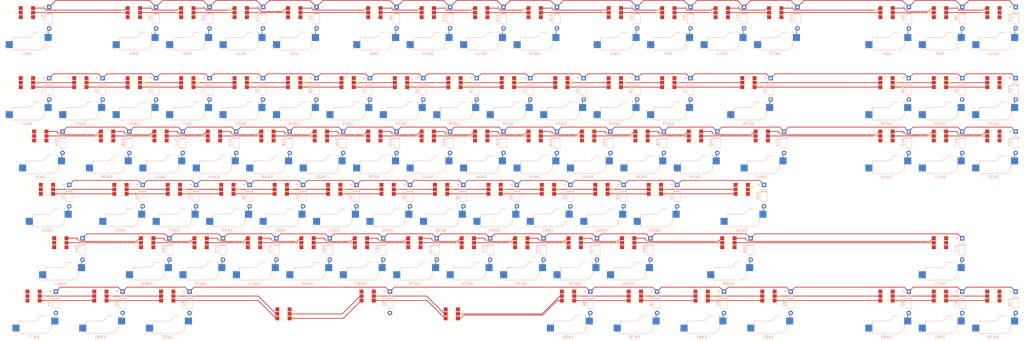
<source format=kicad_pcb>
(kicad_pcb (version 20171130) (host pcbnew "(5.1.10)-1")
  (layers (0 F.Cu signal) (31 B.Cu signal) (34 B.Paste user) (35 F.Paste user) (36 B.SilkS user) (37 F.SilkS user) (38 B.Mask user) (39 F.Mask user) (44 Edge.Cuts user))
  (net 0 "")
  (net 1 "Net-(D1-Pad2)")
  (net 2 Row1)
  (net 3 "Net-(D2-Pad2)")
  (net 4 "Net-(D3-Pad2)")
  (net 5 "Net-(D4-Pad2)")
  (net 6 "Net-(D5-Pad2)")
  (net 7 "Net-(D6-Pad2)")
  (net 8 "Net-(D7-Pad2)")
  (net 9 "Net-(D8-Pad2)")
  (net 10 "Net-(D9-Pad2)")
  (net 11 "Net-(D10-Pad2)")
  (net 12 "Net-(D11-Pad2)")
  (net 13 "Net-(D12-Pad2)")
  (net 14 "Net-(D13-Pad2)")
  (net 15 "Net-(D14-Pad2)")
  (net 16 "Net-(D15-Pad2)")
  (net 17 "Net-(D16-Pad2)")
  (net 18 "Net-(D17-Pad2)")
  (net 19 Row2)
  (net 20 "Net-(D18-Pad2)")
  (net 21 "Net-(D19-Pad2)")
  (net 22 "Net-(D20-Pad2)")
  (net 23 "Net-(D21-Pad2)")
  (net 24 "Net-(D22-Pad2)")
  (net 25 "Net-(D23-Pad2)")
  (net 26 "Net-(D24-Pad2)")
  (net 27 "Net-(D25-Pad2)")
  (net 28 "Net-(D26-Pad2)")
  (net 29 "Net-(D27-Pad2)")
  (net 30 "Net-(D28-Pad2)")
  (net 31 "Net-(D29-Pad2)")
  (net 32 "Net-(D30-Pad2)")
  (net 33 "Net-(D31-Pad2)")
  (net 34 "Net-(D32-Pad2)")
  (net 35 "Net-(D33-Pad2)")
  (net 36 "Net-(D34-Pad2)")
  (net 37 Row3)
  (net 38 "Net-(D35-Pad2)")
  (net 39 "Net-(D36-Pad2)")
  (net 40 "Net-(D37-Pad2)")
  (net 41 "Net-(D38-Pad2)")
  (net 42 "Net-(D39-Pad2)")
  (net 43 "Net-(D40-Pad2)")
  (net 44 "Net-(D41-Pad2)")
  (net 45 "Net-(D42-Pad2)")
  (net 46 "Net-(D43-Pad2)")
  (net 47 "Net-(D44-Pad2)")
  (net 48 "Net-(D45-Pad2)")
  (net 49 "Net-(D46-Pad2)")
  (net 50 "Net-(D47-Pad2)")
  (net 51 "Net-(D48-Pad2)")
  (net 52 "Net-(D49-Pad2)")
  (net 53 "Net-(D50-Pad2)")
  (net 54 "Net-(D51-Pad2)")
  (net 55 Row4)
  (net 56 "Net-(D52-Pad2)")
  (net 57 "Net-(D53-Pad2)")
  (net 58 "Net-(D54-Pad2)")
  (net 59 "Net-(D55-Pad2)")
  (net 60 "Net-(D56-Pad2)")
  (net 61 "Net-(D57-Pad2)")
  (net 62 "Net-(D58-Pad2)")
  (net 63 "Net-(D59-Pad2)")
  (net 64 "Net-(D60-Pad2)")
  (net 65 "Net-(D61-Pad2)")
  (net 66 "Net-(D62-Pad2)")
  (net 67 "Net-(D63-Pad2)")
  (net 68 "Net-(D64-Pad2)")
  (net 69 Row5)
  (net 70 "Net-(D65-Pad2)")
  (net 71 "Net-(D66-Pad2)")
  (net 72 "Net-(D67-Pad2)")
  (net 73 "Net-(D68-Pad2)")
  (net 74 "Net-(D69-Pad2)")
  (net 75 "Net-(D70-Pad2)")
  (net 76 "Net-(D71-Pad2)")
  (net 77 "Net-(D72-Pad2)")
  (net 78 "Net-(D73-Pad2)")
  (net 79 "Net-(D74-Pad2)")
  (net 80 "Net-(D75-Pad2)")
  (net 81 "Net-(D76-Pad2)")
  (net 82 "Net-(D77-Pad2)")
  (net 83 Row6)
  (net 84 "Net-(D78-Pad2)")
  (net 85 "Net-(D79-Pad2)")
  (net 86 "Net-(D80-Pad2)")
  (net 87 "Net-(D81-Pad2)")
  (net 88 "Net-(D82-Pad2)")
  (net 89 "Net-(D83-Pad2)")
  (net 90 "Net-(D84-Pad2)")
  (net 91 "Net-(D85-Pad2)")
  (net 92 "Net-(D86-Pad2)")
  (net 93 "Net-(D87-Pad2)")
  (net 94 Col1)
  (net 95 Col6)
  (net 96 Col12)
  (net 97 Col16)
  (net 98 Col3)
  (net 99 Col7)
  (net 100 Col13)
  (net 101 Col17)
  (net 102 Col4)
  (net 103 Col8)
  (net 104 Col14)
  (net 105 Col18)
  (net 106 Col9)
  (net 107 Col5)
  (net 108 Col15)
  (net 109 Col10)
  (net 110 Col2)
  (net 111 Col11)
  (net 112 /ThirdRowKeys/Col11)
  (net 113 "Net-(U1-Pad6)")
  (net 114 "Net-(U1-Pad1)")
  (net 115 "Net-(U1-Pad2)")
  (net 116 "Net-(U1-Pad5)")
  (net 117 VCC)
  (net 118 GND)
  (net 119 "Net-(U2-Pad6)")
  (net 120 DIN)
  (net 121 CIN)
  (net 122 "Net-(U2-Pad5)")
  (net 123 "Net-(U3-Pad6)")
  (net 124 "Net-(U3-Pad5)")
  (net 125 "Net-(U4-Pad6)")
  (net 126 "Net-(U4-Pad1)")
  (net 127 "Net-(U4-Pad2)")
  (net 128 "Net-(U4-Pad5)")
  (net 129 "Net-(U11-Pad1)")
  (net 130 "Net-(U11-Pad2)")
  (net 131 "Net-(U12-Pad6)")
  (net 132 "Net-(U12-Pad5)")
  (net 133 "Net-(U13-Pad1)")
  (net 134 "Net-(U13-Pad2)")
  (net 135 "Net-(U14-Pad1)")
  (net 136 "Net-(U14-Pad2)")
  (net 137 "Net-(U15-Pad6)")
  (net 138 "Net-(U15-Pad5)")
  (net 139 "Net-(U10-Pad6)")
  (net 140 "Net-(U10-Pad1)")
  (net 141 "Net-(U10-Pad2)")
  (net 142 "Net-(U10-Pad5)")
  (net 143 "Net-(U11-Pad6)")
  (net 144 "Net-(U11-Pad5)")
  (net 145 "Net-(U12-Pad1)")
  (net 146 "Net-(U12-Pad2)")
  (net 147 "Net-(U13-Pad6)")
  (net 148 "Net-(U13-Pad5)")
  (net 149 "Net-(U14-Pad6)")
  (net 150 "Net-(U14-Pad5)")
  (net 151 "Net-(U15-Pad1)")
  (net 152 "Net-(U15-Pad2)")
  (net 153 "Net-(U16-Pad1)")
  (net 154 "Net-(U16-Pad2)")
  (net 155 "Net-(U17-Pad6)")
  (net 156 "Net-(U17-Pad5)")
  (net 157 "Net-(U18-Pad1)")
  (net 158 "Net-(U18-Pad2)")
  (net 159 "Net-(U19-Pad6)")
  (net 160 "Net-(U19-Pad5)")
  (net 161 "Net-(U20-Pad6)")
  (net 162 "Net-(U20-Pad5)")
  (net 163 "Net-(U21-Pad1)")
  (net 164 "Net-(U21-Pad2)")
  (net 165 "Net-(U22-Pad1)")
  (net 166 "Net-(U22-Pad2)")
  (net 167 "Net-(U23-Pad6)")
  (net 168 "Net-(U23-Pad5)")
  (net 169 "Net-(U24-Pad1)")
  (net 170 "Net-(U24-Pad2)")
  (net 171 "Net-(U25-Pad6)")
  (net 172 "Net-(U25-Pad5)")
  (net 173 "Net-(U26-Pad6)")
  (net 174 "Net-(U26-Pad5)")
  (net 175 "Net-(U27-Pad1)")
  (net 176 "Net-(U27-Pad2)")
  (net 177 "Net-(U28-Pad6)")
  (net 178 "Net-(U28-Pad5)")
  (net 179 "Net-(U29-Pad1)")
  (net 180 "Net-(U29-Pad2)")
  (net 181 "Net-(U30-Pad1)")
  (net 182 "Net-(U30-Pad2)")
  (net 183 "Net-(U31-Pad6)")
  (net 184 "Net-(U31-Pad5)")
  (net 185 "Net-(U32-Pad6)")
  (net 186 "Net-(U32-Pad5)")
  (net 187 "Net-(U33-Pad1)")
  (net 188 "Net-(U33-Pad2)")
  (net 189 "Net-(U34-Pad1)")
  (net 190 "Net-(U34-Pad2)")
  (net 191 "Net-(U35-Pad6)")
  (net 192 "Net-(U35-Pad5)")
  (net 193 "Net-(U36-Pad1)")
  (net 194 "Net-(U36-Pad2)")
  (net 195 "Net-(U37-Pad6)")
  (net 196 "Net-(U37-Pad5)")
  (net 197 "Net-(U38-Pad6)")
  (net 198 "Net-(U38-Pad5)")
  (net 199 "Net-(U39-Pad1)")
  (net 200 "Net-(U39-Pad2)")
  (net 201 "Net-(U40-Pad1)")
  (net 202 "Net-(U40-Pad2)")
  (net 203 "Net-(U41-Pad6)")
  (net 204 "Net-(U41-Pad5)")
  (net 205 "Net-(U42-Pad6)")
  (net 206 "Net-(U42-Pad5)")
  (net 207 "Net-(U43-Pad1)")
  (net 208 "Net-(U43-Pad2)")
  (net 209 "Net-(U44-Pad6)")
  (net 210 "Net-(U44-Pad5)")
  (net 211 "Net-(U45-Pad1)")
  (net 212 "Net-(U45-Pad2)")
  (net 213 "Net-(U46-Pad1)")
  (net 214 "Net-(U46-Pad2)")
  (net 215 "Net-(U47-Pad6)")
  (net 216 "Net-(U47-Pad5)")
  (net 217 "Net-(U48-Pad6)")
  (net 218 "Net-(U48-Pad5)")
  (net 219 "Net-(U49-Pad1)")
  (net 220 "Net-(U49-Pad2)")
  (net 221 "Net-(U50-Pad6)")
  (net 222 "Net-(U50-Pad5)")
  (net 223 "Net-(U51-Pad1)")
  (net 224 "Net-(U51-Pad2)")
  (net 225 "Net-(U52-Pad1)")
  (net 226 "Net-(U52-Pad2)")
  (net 227 "Net-(U53-Pad6)")
  (net 228 "Net-(U53-Pad5)")
  (net 229 "Net-(U54-Pad6)")
  (net 230 "Net-(U54-Pad5)")
  (net 231 "Net-(U55-Pad1)")
  (net 232 "Net-(U55-Pad2)")
  (net 233 "Net-(U56-Pad6)")
  (net 234 "Net-(U56-Pad5)")
  (net 235 "Net-(U57-Pad1)")
  (net 236 "Net-(U57-Pad2)")
  (net 237 "Net-(U58-Pad1)")
  (net 238 "Net-(U58-Pad2)")
  (net 239 "Net-(U59-Pad6)")
  (net 240 "Net-(U59-Pad5)")
  (net 241 "Net-(U59-Pad3)")
  (net 242 "Net-(U60-Pad1)")
  (net 243 "Net-(U60-Pad2)")
  (net 244 "Net-(U61-Pad6)")
  (net 245 "Net-(U61-Pad5)")
  (net 246 "Net-(U62-Pad6)")
  (net 247 "Net-(U62-Pad5)")
  (net 248 "Net-(U63-Pad1)")
  (net 249 "Net-(U63-Pad2)")
  (net 250 "Net-(U64-Pad6)")
  (net 251 "Net-(U64-Pad5)")
  (net 252 "Net-(U65-Pad1)")
  (net 253 "Net-(U65-Pad2)")
  (net 254 "Net-(U66-Pad1)")
  (net 255 "Net-(U66-Pad2)")
  (net 256 "Net-(U67-Pad6)")
  (net 257 "Net-(U67-Pad5)")
  (net 258 "Net-(U68-Pad6)")
  (net 259 "Net-(U68-Pad5)")
  (net 260 "Net-(U69-Pad1)")
  (net 261 "Net-(U69-Pad2)")
  (net 262 "Net-(U70-Pad6)")
  (net 263 "Net-(U70-Pad5)")
  (net 264 "Net-(U71-Pad1)")
  (net 265 "Net-(U71-Pad2)")
  (net 266 "Net-(U72-Pad1)")
  (net 267 "Net-(U72-Pad2)")
  (net 268 "Net-(U73-Pad6)")
  (net 269 "Net-(U73-Pad5)")
  (net 270 "Net-(U74-Pad6)")
  (net 271 "Net-(U74-Pad5)")
  (net 272 "Net-(U76-Pad1)")
  (net 273 "Net-(U76-Pad2)")
  (net 274 "Net-(U77-Pad1)")
  (net 275 "Net-(U77-Pad2)")
  (net 276 "Net-(U78-Pad6)")
  (net 277 "Net-(U78-Pad5)")
  (net 278 "Net-(U79-Pad6)")
  (net 279 "Net-(U79-Pad5)")
  (net 280 "Net-(U80-Pad1)")
  (net 281 "Net-(U80-Pad2)")
  (net 282 "Net-(U81-Pad6)")
  (net 283 "Net-(U81-Pad5)")
  (net 284 "Net-(U82-Pad6)")
  (net 285 "Net-(U82-Pad5)")
  (net 286 "Net-(U83-Pad1)")
  (net 287 "Net-(U83-Pad2)")
  (net 288 "Net-(U84-Pad6)")
  (net 289 "Net-(U84-Pad5)")
  (net 290 "Net-(U85-Pad6)")
  (net 291 "Net-(U85-Pad5)")
  (net 292 "Net-(U29-Pad6)")
  (net 293 "Net-(U29-Pad5)")
  (net 294 "Net-(U34-Pad6)")
  (net 295 "Net-(U34-Pad5)")
  (module hotswap:Kailh_socket_MX (layer F.Cu) (at 83.37075 26.612963 180)
    (fp_text reference SW9 (at 0 -8.255) (layer B.SilkS) (effects (justify mirror)))
    (fp_text value K_F2)
    (pad 2 smd rect (at -7.56 -2.54 180) (size 2.55 2.5) (layers B.Cu B.Paste B.Mask) (net 10 "Net-(D9-Pad2)"))
    (pad "" np_thru_hole circle (at -5.08 0 180) (size 1.7018 1.7018) (drill 1.7018) (layers *.Cu *.Mask))
    (pad "" np_thru_hole circle (at 5.08 0 180) (size 1.7018 1.7018) (drill 1.7018) (layers *.Cu *.Mask))
    (pad "" np_thru_hole circle (at 0 0 180) (size 3.9878 3.9878) (drill 3.9878) (layers *.Cu *.Mask))
    (pad "" np_thru_hole circle (at -3.81 -2.54 180) (size 3 3) (drill 3) (layers *.Cu *.Mask))
    (pad "" np_thru_hole circle (at 2.54 -5.08 180) (size 3 3) (drill 3) (layers *.Cu *.Mask))
    (pad 1 smd rect (at 6.29 -5.08 180) (size 2.55 2.5) (layers B.Cu B.Paste B.Mask) (net 102 Col4))
  )
  (module hotswap:Kailh_socket_MX (layer F.Cu) (at 88.10625 108.74375 180)
    (fp_text reference SW72 (at 0 -8.255) (layer B.SilkS) (effects (justify mirror)))
    (fp_text value K_X)
    (pad 2 smd rect (at -7.56 -2.54 180) (size 2.55 2.5) (layers B.Cu B.Paste B.Mask) (net 77 "Net-(D72-Pad2)"))
    (pad "" np_thru_hole circle (at -5.08 0 180) (size 1.7018 1.7018) (drill 1.7018) (layers *.Cu *.Mask))
    (pad "" np_thru_hole circle (at 5.08 0 180) (size 1.7018 1.7018) (drill 1.7018) (layers *.Cu *.Mask))
    (pad "" np_thru_hole circle (at 0 0 180) (size 3.9878 3.9878) (drill 3.9878) (layers *.Cu *.Mask))
    (pad "" np_thru_hole circle (at -3.81 -2.54 180) (size 3 3) (drill 3) (layers *.Cu *.Mask))
    (pad "" np_thru_hole circle (at 2.54 -5.08 180) (size 3 3) (drill 3) (layers *.Cu *.Mask))
    (pad 1 smd rect (at 6.29 -5.08 180) (size 2.55 2.5) (layers B.Cu B.Paste B.Mask) (net 102 Col4))
  )
  (module hotswap:Kailh_socket_MX (layer F.Cu) (at 33.3375 89.69375 180)
    (fp_text reference SW51 (at 0 -8.255) (layer B.SilkS) (effects (justify mirror)))
    (fp_text value K_CAPS)
    (pad 2 smd rect (at -7.56 -2.54 180) (size 2.55 2.5) (layers B.Cu B.Paste B.Mask) (net 54 "Net-(D51-Pad2)"))
    (pad "" np_thru_hole circle (at -5.08 0 180) (size 1.7018 1.7018) (drill 1.7018) (layers *.Cu *.Mask))
    (pad "" np_thru_hole circle (at 5.08 0 180) (size 1.7018 1.7018) (drill 1.7018) (layers *.Cu *.Mask))
    (pad "" np_thru_hole circle (at 0 0 180) (size 3.9878 3.9878) (drill 3.9878) (layers *.Cu *.Mask))
    (pad "" np_thru_hole circle (at -3.81 -2.54 180) (size 3 3) (drill 3) (layers *.Cu *.Mask))
    (pad "" np_thru_hole circle (at 2.54 -5.08 180) (size 3 3) (drill 3) (layers *.Cu *.Mask))
    (pad 1 smd rect (at 6.29 -5.08 180) (size 2.55 2.5) (layers B.Cu B.Paste B.Mask) (net 94 Col1))
  )
  (module hotswap:Kailh_socket_MX (layer F.Cu) (at 219.075 127.79375 180)
    (fp_text reference SW86 (at 0 -8.255) (layer B.SilkS) (effects (justify mirror)))
    (fp_text value K_RALT)
    (pad 2 smd rect (at -7.56 -2.54 180) (size 2.55 2.5) (layers B.Cu B.Paste B.Mask) (net 92 "Net-(D86-Pad2)"))
    (pad "" np_thru_hole circle (at -5.08 0 180) (size 1.7018 1.7018) (drill 1.7018) (layers *.Cu *.Mask))
    (pad "" np_thru_hole circle (at 5.08 0 180) (size 1.7018 1.7018) (drill 1.7018) (layers *.Cu *.Mask))
    (pad "" np_thru_hole circle (at 0 0 180) (size 3.9878 3.9878) (drill 3.9878) (layers *.Cu *.Mask))
    (pad "" np_thru_hole circle (at -3.81 -2.54 180) (size 3 3) (drill 3) (layers *.Cu *.Mask))
    (pad "" np_thru_hole circle (at 2.54 -5.08 180) (size 3 3) (drill 3) (layers *.Cu *.Mask))
    (pad 1 smd rect (at 6.29 -5.08 180) (size 2.55 2.5) (layers B.Cu B.Paste B.Mask) (net 111 Col11))
  )
  (module hotswap:Kailh_socket_MX (layer F.Cu) (at 266.7 127.79375 180)
    (fp_text reference SW81 (at 0 -8.255) (layer B.SilkS) (effects (justify mirror)))
    (fp_text value K_MENU)
    (pad 2 smd rect (at -7.56 -2.54 180) (size 2.55 2.5) (layers B.Cu B.Paste B.Mask) (net 87 "Net-(D81-Pad2)"))
    (pad "" np_thru_hole circle (at -5.08 0 180) (size 1.7018 1.7018) (drill 1.7018) (layers *.Cu *.Mask))
    (pad "" np_thru_hole circle (at 5.08 0 180) (size 1.7018 1.7018) (drill 1.7018) (layers *.Cu *.Mask))
    (pad "" np_thru_hole circle (at 0 0 180) (size 3.9878 3.9878) (drill 3.9878) (layers *.Cu *.Mask))
    (pad "" np_thru_hole circle (at -3.81 -2.54 180) (size 3 3) (drill 3) (layers *.Cu *.Mask))
    (pad "" np_thru_hole circle (at 2.54 -5.08 180) (size 3 3) (drill 3) (layers *.Cu *.Mask))
    (pad 1 smd rect (at 6.29 -5.08 180) (size 2.55 2.5) (layers B.Cu B.Paste B.Mask) (net 104 Col14))
  )
  (module hotswap:Kailh_socket_MX (layer F.Cu) (at 370.68125 127.79375 180)
    (fp_text reference SW79 (at 0 -8.255) (layer B.SilkS) (effects (justify mirror)))
    (fp_text value K_RIGHT)
    (pad 2 smd rect (at -7.56 -2.54 180) (size 2.55 2.5) (layers B.Cu B.Paste B.Mask) (net 85 "Net-(D79-Pad2)"))
    (pad "" np_thru_hole circle (at -5.08 0 180) (size 1.7018 1.7018) (drill 1.7018) (layers *.Cu *.Mask))
    (pad "" np_thru_hole circle (at 5.08 0 180) (size 1.7018 1.7018) (drill 1.7018) (layers *.Cu *.Mask))
    (pad "" np_thru_hole circle (at 0 0 180) (size 3.9878 3.9878) (drill 3.9878) (layers *.Cu *.Mask))
    (pad "" np_thru_hole circle (at -3.81 -2.54 180) (size 3 3) (drill 3) (layers *.Cu *.Mask))
    (pad "" np_thru_hole circle (at 2.54 -5.08 180) (size 3 3) (drill 3) (layers *.Cu *.Mask))
    (pad 1 smd rect (at 6.29 -5.08 180) (size 2.55 2.5) (layers B.Cu B.Paste B.Mask) (net 105 Col18))
  )
  (module hotswap:Kailh_socket_MX (layer F.Cu) (at 154.759918 89.695668 180)
    (fp_text reference SW55 (at 0 -8.255) (layer B.SilkS) (effects (justify mirror)))
    (fp_text value K_H)
    (pad 2 smd rect (at -7.56 -2.54 180) (size 2.55 2.5) (layers B.Cu B.Paste B.Mask) (net 59 "Net-(D55-Pad2)"))
    (pad "" np_thru_hole circle (at -5.08 0 180) (size 1.7018 1.7018) (drill 1.7018) (layers *.Cu *.Mask))
    (pad "" np_thru_hole circle (at 5.08 0 180) (size 1.7018 1.7018) (drill 1.7018) (layers *.Cu *.Mask))
    (pad "" np_thru_hole circle (at 0 0 180) (size 3.9878 3.9878) (drill 3.9878) (layers *.Cu *.Mask))
    (pad "" np_thru_hole circle (at -3.81 -2.54 180) (size 3 3) (drill 3) (layers *.Cu *.Mask))
    (pad "" np_thru_hole circle (at 2.54 -5.08 180) (size 3 3) (drill 3) (layers *.Cu *.Mask))
    (pad 1 smd rect (at 6.29 -5.08 180) (size 2.55 2.5) (layers B.Cu B.Paste B.Mask) (net 99 Col7))
  )
  (module hotswap:Kailh_socket_MX (layer F.Cu) (at 116.68125 89.69375 180)
    (fp_text reference SW61 (at 0 -8.255) (layer B.SilkS) (effects (justify mirror)))
    (fp_text value K_F)
    (pad 2 smd rect (at -7.56 -2.54 180) (size 2.55 2.5) (layers B.Cu B.Paste B.Mask) (net 65 "Net-(D61-Pad2)"))
    (pad "" np_thru_hole circle (at -5.08 0 180) (size 1.7018 1.7018) (drill 1.7018) (layers *.Cu *.Mask))
    (pad "" np_thru_hole circle (at 5.08 0 180) (size 1.7018 1.7018) (drill 1.7018) (layers *.Cu *.Mask))
    (pad "" np_thru_hole circle (at 0 0 180) (size 3.9878 3.9878) (drill 3.9878) (layers *.Cu *.Mask))
    (pad "" np_thru_hole circle (at -3.81 -2.54 180) (size 3 3) (drill 3) (layers *.Cu *.Mask))
    (pad "" np_thru_hole circle (at 2.54 -5.08 180) (size 3 3) (drill 3) (layers *.Cu *.Mask))
    (pad 1 smd rect (at 6.29 -5.08 180) (size 2.55 2.5) (layers B.Cu B.Paste B.Mask) (net 107 Col5))
  )
  (module hotswap:Kailh_socket_MX (layer F.Cu) (at 59.53125 89.69375 180)
    (fp_text reference SW54 (at 0 -8.255) (layer B.SilkS) (effects (justify mirror)))
    (fp_text value K_A)
    (pad 2 smd rect (at -7.56 -2.54 180) (size 2.55 2.5) (layers B.Cu B.Paste B.Mask) (net 58 "Net-(D54-Pad2)"))
    (pad "" np_thru_hole circle (at -5.08 0 180) (size 1.7018 1.7018) (drill 1.7018) (layers *.Cu *.Mask))
    (pad "" np_thru_hole circle (at 5.08 0 180) (size 1.7018 1.7018) (drill 1.7018) (layers *.Cu *.Mask))
    (pad "" np_thru_hole circle (at 0 0 180) (size 3.9878 3.9878) (drill 3.9878) (layers *.Cu *.Mask))
    (pad "" np_thru_hole circle (at -3.81 -2.54 180) (size 3 3) (drill 3) (layers *.Cu *.Mask))
    (pad "" np_thru_hole circle (at 2.54 -5.08 180) (size 3 3) (drill 3) (layers *.Cu *.Mask))
    (pad 1 smd rect (at 6.29 -5.08 180) (size 2.55 2.5) (layers B.Cu B.Paste B.Mask) (net 110 Col2))
  )
  (module hotswap:Kailh_socket_MX (layer F.Cu) (at 264.31875 70.64375 180)
    (fp_text reference SW40 (at 0 -8.255) (layer B.SilkS) (effects (justify mirror)))
    (fp_text value K_BRACER)
    (pad 2 smd rect (at -7.56 -2.54 180) (size 2.55 2.5) (layers B.Cu B.Paste B.Mask) (net 43 "Net-(D40-Pad2)"))
    (pad "" np_thru_hole circle (at -5.08 0 180) (size 1.7018 1.7018) (drill 1.7018) (layers *.Cu *.Mask))
    (pad "" np_thru_hole circle (at 5.08 0 180) (size 1.7018 1.7018) (drill 1.7018) (layers *.Cu *.Mask))
    (pad "" np_thru_hole circle (at 0 0 180) (size 3.9878 3.9878) (drill 3.9878) (layers *.Cu *.Mask))
    (pad "" np_thru_hole circle (at -3.81 -2.54 180) (size 3 3) (drill 3) (layers *.Cu *.Mask))
    (pad "" np_thru_hole circle (at 2.54 -5.08 180) (size 3 3) (drill 3) (layers *.Cu *.Mask))
    (pad 1 smd rect (at 6.29 -5.08 180) (size 2.55 2.5) (layers B.Cu B.Paste B.Mask) (net 100 Col13))
  )
  (module hotswap:Kailh_socket_MX (layer F.Cu) (at 288.13125 70.64375 180)
    (fp_text reference SW43 (at 0 -8.255) (layer B.SilkS) (effects (justify mirror)))
    (fp_text value K_BCKSLSH)
    (pad 2 smd rect (at -7.56 -2.54 180) (size 2.55 2.5) (layers B.Cu B.Paste B.Mask) (net 46 "Net-(D43-Pad2)"))
    (pad "" np_thru_hole circle (at -5.08 0 180) (size 1.7018 1.7018) (drill 1.7018) (layers *.Cu *.Mask))
    (pad "" np_thru_hole circle (at 5.08 0 180) (size 1.7018 1.7018) (drill 1.7018) (layers *.Cu *.Mask))
    (pad "" np_thru_hole circle (at 0 0 180) (size 3.9878 3.9878) (drill 3.9878) (layers *.Cu *.Mask))
    (pad "" np_thru_hole circle (at -3.81 -2.54 180) (size 3 3) (drill 3) (layers *.Cu *.Mask))
    (pad "" np_thru_hole circle (at 2.54 -5.08 180) (size 3 3) (drill 3) (layers *.Cu *.Mask))
    (pad 1 smd rect (at 6.29 -5.08 180) (size 2.55 2.5) (layers B.Cu B.Paste B.Mask) (net 108 Col15))
  )
  (module hotswap:Kailh_socket_MX (layer F.Cu) (at 370.68125 70.64375 180)
    (fp_text reference SW37 (at 0 -8.255) (layer B.SilkS) (effects (justify mirror)))
    (fp_text value K_PGDN)
    (pad 2 smd rect (at -7.56 -2.54 180) (size 2.55 2.5) (layers B.Cu B.Paste B.Mask) (net 40 "Net-(D37-Pad2)"))
    (pad "" np_thru_hole circle (at -5.08 0 180) (size 1.7018 1.7018) (drill 1.7018) (layers *.Cu *.Mask))
    (pad "" np_thru_hole circle (at 5.08 0 180) (size 1.7018 1.7018) (drill 1.7018) (layers *.Cu *.Mask))
    (pad "" np_thru_hole circle (at 0 0 180) (size 3.9878 3.9878) (drill 3.9878) (layers *.Cu *.Mask))
    (pad "" np_thru_hole circle (at -3.81 -2.54 180) (size 3 3) (drill 3) (layers *.Cu *.Mask))
    (pad "" np_thru_hole circle (at 2.54 -5.08 180) (size 3 3) (drill 3) (layers *.Cu *.Mask))
    (pad 1 smd rect (at 6.29 -5.08 180) (size 2.55 2.5) (layers B.Cu B.Paste B.Mask) (net 105 Col18))
  )
  (module hotswap:Kailh_socket_MX (layer F.Cu) (at 73.81875 70.64375 180)
    (fp_text reference SW41 (at 0 -8.255) (layer B.SilkS) (effects (justify mirror)))
    (fp_text value K_W)
    (pad 2 smd rect (at -7.56 -2.54 180) (size 2.55 2.5) (layers B.Cu B.Paste B.Mask) (net 44 "Net-(D41-Pad2)"))
    (pad "" np_thru_hole circle (at -5.08 0 180) (size 1.7018 1.7018) (drill 1.7018) (layers *.Cu *.Mask))
    (pad "" np_thru_hole circle (at 5.08 0 180) (size 1.7018 1.7018) (drill 1.7018) (layers *.Cu *.Mask))
    (pad "" np_thru_hole circle (at 0 0 180) (size 3.9878 3.9878) (drill 3.9878) (layers *.Cu *.Mask))
    (pad "" np_thru_hole circle (at -3.81 -2.54 180) (size 3 3) (drill 3) (layers *.Cu *.Mask))
    (pad "" np_thru_hole circle (at 2.54 -5.08 180) (size 3 3) (drill 3) (layers *.Cu *.Mask))
    (pad 1 smd rect (at 6.29 -5.08 180) (size 2.55 2.5) (layers B.Cu B.Paste B.Mask) (net 98 Col3))
  )
  (module crump:APA102 (layer F.Cu) (at 177.6375 127.79375 90)
    (fp_text reference U89 (at -0.1 3.8 90) (layer F.SilkS))
    (fp_text value L_SPACE3)
    (pad 6 smd rect (at -1.6 -2.2 180) (size 1.4 1.4) (layers F.Cu F.Paste F.Mask) (net 179 "Net-(U29-Pad1)"))
    (pad 1 smd rect (at -1.6 2.2 180) (size 1.4 1.4) (layers F.Cu F.Paste F.Mask) (net 294 "Net-(U34-Pad6)"))
    (pad 2 smd rect (at 0 2.2 180) (size 1.4 1.3) (layers F.Cu F.Paste F.Mask) (net 295 "Net-(U34-Pad5)"))
    (pad 5 smd rect (at 0 -2.2 180) (size 1.4 1.3) (layers F.Cu F.Paste F.Mask) (net 180 "Net-(U29-Pad2)"))
    (pad 4 smd rect (at 1.6 -2.2 180) (size 1.4 1.4) (layers F.Cu F.Paste F.Mask) (net 117 VCC))
    (pad 3 smd rect (at 1.6 2.2 180) (size 1.4 1.4) (layers F.Cu F.Paste F.Mask) (net 118 GND))
  )
  (module crump:APA102 (layer F.Cu) (at 117.6375 127.79375 90)
    (fp_text reference U88 (at -0.1 3.8 90) (layer F.SilkS))
    (fp_text value L_SPACE1)
    (pad 6 smd rect (at -1.6 -2.2 180) (size 1.4 1.4) (layers F.Cu F.Paste F.Mask) (net 165 "Net-(U22-Pad1)"))
    (pad 1 smd rect (at -1.6 2.2 180) (size 1.4 1.4) (layers F.Cu F.Paste F.Mask) (net 292 "Net-(U29-Pad6)"))
    (pad 2 smd rect (at 0 2.2 180) (size 1.4 1.3) (layers F.Cu F.Paste F.Mask) (net 293 "Net-(U29-Pad5)"))
    (pad 5 smd rect (at 0 -2.2 180) (size 1.4 1.3) (layers F.Cu F.Paste F.Mask) (net 166 "Net-(U22-Pad2)"))
    (pad 4 smd rect (at 1.6 -2.2 180) (size 1.4 1.4) (layers F.Cu F.Paste F.Mask) (net 117 VCC))
    (pad 3 smd rect (at 1.6 2.2 180) (size 1.4 1.4) (layers F.Cu F.Paste F.Mask) (net 118 GND))
  )
  (module crump:APA102 (layer F.Cu) (at 370.68125 64.29375 270)
    (fp_text reference U87 (at -0.1 3.8 90) (layer F.SilkS))
    (fp_text value L_PgDn)
    (pad 6 smd rect (at -1.6 -2.2) (size 1.4 1.4) (layers F.Cu F.Paste F.Mask) (net 272 "Net-(U76-Pad1)"))
    (pad 1 smd rect (at -1.6 2.2) (size 1.4 1.4) (layers F.Cu F.Paste F.Mask) (net 290 "Net-(U85-Pad6)"))
    (pad 2 smd rect (at 0 2.2) (size 1.4 1.3) (layers F.Cu F.Paste F.Mask) (net 291 "Net-(U85-Pad5)"))
    (pad 5 smd rect (at 0 -2.2) (size 1.4 1.3) (layers F.Cu F.Paste F.Mask) (net 273 "Net-(U76-Pad2)"))
    (pad 4 smd rect (at 1.6 -2.2) (size 1.4 1.4) (layers F.Cu F.Paste F.Mask) (net 117 VCC))
    (pad 3 smd rect (at 1.6 2.2) (size 1.4 1.4) (layers F.Cu F.Paste F.Mask) (net 118 GND))
  )
  (module crump:APA102 (layer F.Cu) (at 370.68125 45.24375 90)
    (fp_text reference U86 (at -0.1 3.8 90) (layer F.SilkS))
    (fp_text value L_PgUp)
    (pad 6 smd rect (at -1.6 -2.2 180) (size 1.4 1.4) (layers F.Cu F.Paste F.Mask) (net 286 "Net-(U83-Pad1)"))
    (pad 1 smd rect (at -1.6 2.2 180) (size 1.4 1.4) (layers F.Cu F.Paste F.Mask) (net 288 "Net-(U84-Pad6)"))
    (pad 2 smd rect (at 0 2.2 180) (size 1.4 1.3) (layers F.Cu F.Paste F.Mask) (net 289 "Net-(U84-Pad5)"))
    (pad 5 smd rect (at 0 -2.2 180) (size 1.4 1.3) (layers F.Cu F.Paste F.Mask) (net 287 "Net-(U83-Pad2)"))
    (pad 4 smd rect (at 1.6 -2.2 180) (size 1.4 1.4) (layers F.Cu F.Paste F.Mask) (net 117 VCC))
    (pad 3 smd rect (at 1.6 2.2 180) (size 1.4 1.4) (layers F.Cu F.Paste F.Mask) (net 118 GND))
  )
  (module crump:APA102 (layer F.Cu) (at 351.63125 64.29375 270)
    (fp_text reference U85 (at -0.1 3.8 90) (layer F.SilkS))
    (fp_text value L_END)
    (pad 6 smd rect (at -1.6 -2.2) (size 1.4 1.4) (layers F.Cu F.Paste F.Mask) (net 290 "Net-(U85-Pad6)"))
    (pad 1 smd rect (at -1.6 2.2) (size 1.4 1.4) (layers F.Cu F.Paste F.Mask) (net 284 "Net-(U82-Pad6)"))
    (pad 2 smd rect (at 0 2.2) (size 1.4 1.3) (layers F.Cu F.Paste F.Mask) (net 285 "Net-(U82-Pad5)"))
    (pad 5 smd rect (at 0 -2.2) (size 1.4 1.3) (layers F.Cu F.Paste F.Mask) (net 291 "Net-(U85-Pad5)"))
    (pad 4 smd rect (at 1.6 -2.2) (size 1.4 1.4) (layers F.Cu F.Paste F.Mask) (net 117 VCC))
    (pad 3 smd rect (at 1.6 2.2) (size 1.4 1.4) (layers F.Cu F.Paste F.Mask) (net 118 GND))
  )
  (module crump:APA102 (layer F.Cu) (at 370.70825 20.262963 270)
    (fp_text reference U84 (at -0.1 3.8 90) (layer F.SilkS))
    (fp_text value L_Pause)
    (pad 6 smd rect (at -1.6 -2.2) (size 1.4 1.4) (layers F.Cu F.Paste F.Mask) (net 288 "Net-(U84-Pad6)"))
    (pad 1 smd rect (at -1.6 2.2) (size 1.4 1.4) (layers F.Cu F.Paste F.Mask) (net 282 "Net-(U81-Pad6)"))
    (pad 2 smd rect (at 0 2.2) (size 1.4 1.3) (layers F.Cu F.Paste F.Mask) (net 283 "Net-(U81-Pad5)"))
    (pad 5 smd rect (at 0 -2.2) (size 1.4 1.3) (layers F.Cu F.Paste F.Mask) (net 289 "Net-(U84-Pad5)"))
    (pad 4 smd rect (at 1.6 -2.2) (size 1.4 1.4) (layers F.Cu F.Paste F.Mask) (net 117 VCC))
    (pad 3 smd rect (at 1.6 2.2) (size 1.4 1.4) (layers F.Cu F.Paste F.Mask) (net 118 GND))
  )
  (module crump:APA102 (layer F.Cu) (at 351.63125 45.24375 90)
    (fp_text reference U83 (at -0.1 3.8 90) (layer F.SilkS))
    (fp_text value L_HOME)
    (pad 6 smd rect (at -1.6 -2.2 180) (size 1.4 1.4) (layers F.Cu F.Paste F.Mask) (net 280 "Net-(U80-Pad1)"))
    (pad 1 smd rect (at -1.6 2.2 180) (size 1.4 1.4) (layers F.Cu F.Paste F.Mask) (net 286 "Net-(U83-Pad1)"))
    (pad 2 smd rect (at 0 2.2 180) (size 1.4 1.3) (layers F.Cu F.Paste F.Mask) (net 287 "Net-(U83-Pad2)"))
    (pad 5 smd rect (at 0 -2.2 180) (size 1.4 1.3) (layers F.Cu F.Paste F.Mask) (net 281 "Net-(U80-Pad2)"))
    (pad 4 smd rect (at 1.6 -2.2 180) (size 1.4 1.4) (layers F.Cu F.Paste F.Mask) (net 117 VCC))
    (pad 3 smd rect (at 1.6 2.2 180) (size 1.4 1.4) (layers F.Cu F.Paste F.Mask) (net 118 GND))
  )
  (module crump:APA102 (layer F.Cu) (at 332.58125 64.29375 270)
    (fp_text reference U82 (at -0.1 3.8 90) (layer F.SilkS))
    (fp_text value L_DELETE)
    (pad 6 smd rect (at -1.6 -2.2) (size 1.4 1.4) (layers F.Cu F.Paste F.Mask) (net 284 "Net-(U82-Pad6)"))
    (pad 1 smd rect (at -1.6 2.2) (size 1.4 1.4) (layers F.Cu F.Paste F.Mask) (net 278 "Net-(U79-Pad6)"))
    (pad 2 smd rect (at 0 2.2) (size 1.4 1.3) (layers F.Cu F.Paste F.Mask) (net 279 "Net-(U79-Pad5)"))
    (pad 5 smd rect (at 0 -2.2) (size 1.4 1.3) (layers F.Cu F.Paste F.Mask) (net 285 "Net-(U82-Pad5)"))
    (pad 4 smd rect (at 1.6 -2.2) (size 1.4 1.4) (layers F.Cu F.Paste F.Mask) (net 117 VCC))
    (pad 3 smd rect (at 1.6 2.2) (size 1.4 1.4) (layers F.Cu F.Paste F.Mask) (net 118 GND))
  )
  (module crump:APA102 (layer F.Cu) (at 351.65825 20.262963 270)
    (fp_text reference U81 (at -0.1 3.8 90) (layer F.SilkS))
    (fp_text value L_ScrlLck)
    (pad 6 smd rect (at -1.6 -2.2) (size 1.4 1.4) (layers F.Cu F.Paste F.Mask) (net 282 "Net-(U81-Pad6)"))
    (pad 1 smd rect (at -1.6 2.2) (size 1.4 1.4) (layers F.Cu F.Paste F.Mask) (net 276 "Net-(U78-Pad6)"))
    (pad 2 smd rect (at 0 2.2) (size 1.4 1.3) (layers F.Cu F.Paste F.Mask) (net 277 "Net-(U78-Pad5)"))
    (pad 5 smd rect (at 0 -2.2) (size 1.4 1.3) (layers F.Cu F.Paste F.Mask) (net 283 "Net-(U81-Pad5)"))
    (pad 4 smd rect (at 1.6 -2.2) (size 1.4 1.4) (layers F.Cu F.Paste F.Mask) (net 117 VCC))
    (pad 3 smd rect (at 1.6 2.2) (size 1.4 1.4) (layers F.Cu F.Paste F.Mask) (net 118 GND))
  )
  (module crump:APA102 (layer F.Cu) (at 332.58125 45.24375 90)
    (fp_text reference U80 (at -0.1 3.8 90) (layer F.SilkS))
    (fp_text value L_INSERT)
    (pad 6 smd rect (at -1.6 -2.2 180) (size 1.4 1.4) (layers F.Cu F.Paste F.Mask) (net 274 "Net-(U77-Pad1)"))
    (pad 1 smd rect (at -1.6 2.2 180) (size 1.4 1.4) (layers F.Cu F.Paste F.Mask) (net 280 "Net-(U80-Pad1)"))
    (pad 2 smd rect (at 0 2.2 180) (size 1.4 1.3) (layers F.Cu F.Paste F.Mask) (net 281 "Net-(U80-Pad2)"))
    (pad 5 smd rect (at 0 -2.2 180) (size 1.4 1.3) (layers F.Cu F.Paste F.Mask) (net 275 "Net-(U77-Pad2)"))
    (pad 4 smd rect (at 1.6 -2.2 180) (size 1.4 1.4) (layers F.Cu F.Paste F.Mask) (net 117 VCC))
    (pad 3 smd rect (at 1.6 2.2 180) (size 1.4 1.4) (layers F.Cu F.Paste F.Mask) (net 118 GND))
  )
  (module crump:APA102 (layer F.Cu) (at 288.13125 64.29375 270)
    (fp_text reference U79 (at -0.1 3.8 90) (layer F.SilkS))
    (fp_text value L_BCKSLSH)
    (pad 6 smd rect (at -1.6 -2.2) (size 1.4 1.4) (layers F.Cu F.Paste F.Mask) (net 278 "Net-(U79-Pad6)"))
    (pad 1 smd rect (at -1.6 2.2) (size 1.4 1.4) (layers F.Cu F.Paste F.Mask) (net 270 "Net-(U74-Pad6)"))
    (pad 2 smd rect (at 0 2.2) (size 1.4 1.3) (layers F.Cu F.Paste F.Mask) (net 271 "Net-(U74-Pad5)"))
    (pad 5 smd rect (at 0 -2.2) (size 1.4 1.3) (layers F.Cu F.Paste F.Mask) (net 279 "Net-(U79-Pad5)"))
    (pad 4 smd rect (at 1.6 -2.2) (size 1.4 1.4) (layers F.Cu F.Paste F.Mask) (net 117 VCC))
    (pad 3 smd rect (at 1.6 2.2) (size 1.4 1.4) (layers F.Cu F.Paste F.Mask) (net 118 GND))
  )
  (module crump:APA102 (layer F.Cu) (at 332.60825 20.262963 270)
    (fp_text reference U78 (at -0.1 3.8 90) (layer F.SilkS))
    (fp_text value L_PrtSc)
    (pad 6 smd rect (at -1.6 -2.2) (size 1.4 1.4) (layers F.Cu F.Paste F.Mask) (net 276 "Net-(U78-Pad6)"))
    (pad 1 smd rect (at -1.6 2.2) (size 1.4 1.4) (layers F.Cu F.Paste F.Mask) (net 268 "Net-(U73-Pad6)"))
    (pad 2 smd rect (at 0 2.2) (size 1.4 1.3) (layers F.Cu F.Paste F.Mask) (net 269 "Net-(U73-Pad5)"))
    (pad 5 smd rect (at 0 -2.2) (size 1.4 1.3) (layers F.Cu F.Paste F.Mask) (net 277 "Net-(U78-Pad5)"))
    (pad 4 smd rect (at 1.6 -2.2) (size 1.4 1.4) (layers F.Cu F.Paste F.Mask) (net 117 VCC))
    (pad 3 smd rect (at 1.6 2.2) (size 1.4 1.4) (layers F.Cu F.Paste F.Mask) (net 118 GND))
  )
  (module crump:APA102 (layer F.Cu) (at 283.36875 45.24375 90)
    (fp_text reference U77 (at -0.1 3.8 90) (layer F.SilkS))
    (fp_text value L_BACK)
    (pad 6 smd rect (at -1.6 -2.2 180) (size 1.4 1.4) (layers F.Cu F.Paste F.Mask) (net 266 "Net-(U72-Pad1)"))
    (pad 1 smd rect (at -1.6 2.2 180) (size 1.4 1.4) (layers F.Cu F.Paste F.Mask) (net 274 "Net-(U77-Pad1)"))
    (pad 2 smd rect (at 0 2.2 180) (size 1.4 1.3) (layers F.Cu F.Paste F.Mask) (net 275 "Net-(U77-Pad2)"))
    (pad 5 smd rect (at 0 -2.2 180) (size 1.4 1.3) (layers F.Cu F.Paste F.Mask) (net 267 "Net-(U72-Pad2)"))
    (pad 4 smd rect (at 1.6 -2.2 180) (size 1.4 1.4) (layers F.Cu F.Paste F.Mask) (net 117 VCC))
    (pad 3 smd rect (at 1.6 2.2 180) (size 1.4 1.4) (layers F.Cu F.Paste F.Mask) (net 118 GND))
  )
  (module crump:APA102 (layer F.Cu) (at 280.9875 83.34375 90)
    (fp_text reference U76 (at -0.1 3.8 90) (layer F.SilkS))
    (fp_text value L_ENTER)
    (pad 6 smd rect (at -1.6 -2.2 180) (size 1.4 1.4) (layers F.Cu F.Paste F.Mask) (net 264 "Net-(U71-Pad1)"))
    (pad 1 smd rect (at -1.6 2.2 180) (size 1.4 1.4) (layers F.Cu F.Paste F.Mask) (net 272 "Net-(U76-Pad1)"))
    (pad 2 smd rect (at 0 2.2 180) (size 1.4 1.3) (layers F.Cu F.Paste F.Mask) (net 273 "Net-(U76-Pad2)"))
    (pad 5 smd rect (at 0 -2.2 180) (size 1.4 1.3) (layers F.Cu F.Paste F.Mask) (net 265 "Net-(U71-Pad2)"))
    (pad 4 smd rect (at 1.6 -2.2 180) (size 1.4 1.4) (layers F.Cu F.Paste F.Mask) (net 117 VCC))
    (pad 3 smd rect (at 1.6 2.2 180) (size 1.4 1.4) (layers F.Cu F.Paste F.Mask) (net 118 GND))
  )
  (module crump:APA102 (layer F.Cu) (at 351.63125 102.39375 270)
    (fp_text reference U75 (at -0.1 3.8 90) (layer F.SilkS))
    (fp_text value L_UP)
    (pad 6 smd rect (at -1.6 -2.2) (size 1.4 1.4) (layers F.Cu F.Paste F.Mask) (net 260 "Net-(U69-Pad1)"))
    (pad 1 smd rect (at -1.6 2.2) (size 1.4 1.4) (layers F.Cu F.Paste F.Mask) (net 262 "Net-(U70-Pad6)"))
    (pad 2 smd rect (at 0 2.2) (size 1.4 1.3) (layers F.Cu F.Paste F.Mask) (net 263 "Net-(U70-Pad5)"))
    (pad 5 smd rect (at 0 -2.2) (size 1.4 1.3) (layers F.Cu F.Paste F.Mask) (net 261 "Net-(U69-Pad2)"))
    (pad 4 smd rect (at 1.6 -2.2) (size 1.4 1.4) (layers F.Cu F.Paste F.Mask) (net 117 VCC))
    (pad 3 smd rect (at 1.6 2.2) (size 1.4 1.4) (layers F.Cu F.Paste F.Mask) (net 118 GND))
  )
  (module crump:APA102 (layer F.Cu) (at 264.31875 64.29375 270)
    (fp_text reference U74 (at -0.1 3.8 90) (layer F.SilkS))
    (fp_text value L_BRACER)
    (pad 6 smd rect (at -1.6 -2.2) (size 1.4 1.4) (layers F.Cu F.Paste F.Mask) (net 270 "Net-(U74-Pad6)"))
    (pad 1 smd rect (at -1.6 2.2) (size 1.4 1.4) (layers F.Cu F.Paste F.Mask) (net 258 "Net-(U68-Pad6)"))
    (pad 2 smd rect (at 0 2.2) (size 1.4 1.3) (layers F.Cu F.Paste F.Mask) (net 259 "Net-(U68-Pad5)"))
    (pad 5 smd rect (at 0 -2.2) (size 1.4 1.3) (layers F.Cu F.Paste F.Mask) (net 271 "Net-(U74-Pad5)"))
    (pad 4 smd rect (at 1.6 -2.2) (size 1.4 1.4) (layers F.Cu F.Paste F.Mask) (net 117 VCC))
    (pad 3 smd rect (at 1.6 2.2) (size 1.4 1.4) (layers F.Cu F.Paste F.Mask) (net 118 GND))
  )
  (module crump:APA102 (layer F.Cu) (at 292.92075 20.262963 270)
    (fp_text reference U73 (at -0.1 3.8 90) (layer F.SilkS))
    (fp_text value L_F12)
    (pad 6 smd rect (at -1.6 -2.2) (size 1.4 1.4) (layers F.Cu F.Paste F.Mask) (net 268 "Net-(U73-Pad6)"))
    (pad 1 smd rect (at -1.6 2.2) (size 1.4 1.4) (layers F.Cu F.Paste F.Mask) (net 256 "Net-(U67-Pad6)"))
    (pad 2 smd rect (at 0 2.2) (size 1.4 1.3) (layers F.Cu F.Paste F.Mask) (net 257 "Net-(U67-Pad5)"))
    (pad 5 smd rect (at 0 -2.2) (size 1.4 1.3) (layers F.Cu F.Paste F.Mask) (net 269 "Net-(U73-Pad5)"))
    (pad 4 smd rect (at 1.6 -2.2) (size 1.4 1.4) (layers F.Cu F.Paste F.Mask) (net 117 VCC))
    (pad 3 smd rect (at 1.6 2.2) (size 1.4 1.4) (layers F.Cu F.Paste F.Mask) (net 118 GND))
  )
  (module crump:APA102 (layer F.Cu) (at 254.79375 45.24375 90)
    (fp_text reference U72 (at -0.1 3.8 90) (layer F.SilkS))
    (fp_text value L_PLUS)
    (pad 6 smd rect (at -1.6 -2.2 180) (size 1.4 1.4) (layers F.Cu F.Paste F.Mask) (net 254 "Net-(U66-Pad1)"))
    (pad 1 smd rect (at -1.6 2.2 180) (size 1.4 1.4) (layers F.Cu F.Paste F.Mask) (net 266 "Net-(U72-Pad1)"))
    (pad 2 smd rect (at 0 2.2 180) (size 1.4 1.3) (layers F.Cu F.Paste F.Mask) (net 267 "Net-(U72-Pad2)"))
    (pad 5 smd rect (at 0 -2.2 180) (size 1.4 1.3) (layers F.Cu F.Paste F.Mask) (net 255 "Net-(U66-Pad2)"))
    (pad 4 smd rect (at 1.6 -2.2 180) (size 1.4 1.4) (layers F.Cu F.Paste F.Mask) (net 117 VCC))
    (pad 3 smd rect (at 1.6 2.2 180) (size 1.4 1.4) (layers F.Cu F.Paste F.Mask) (net 118 GND))
  )
  (module crump:APA102 (layer F.Cu) (at 250.03125 83.34375 90)
    (fp_text reference U71 (at -0.1 3.8 90) (layer F.SilkS))
    (fp_text value L_APO)
    (pad 6 smd rect (at -1.6 -2.2 180) (size 1.4 1.4) (layers F.Cu F.Paste F.Mask) (net 252 "Net-(U65-Pad1)"))
    (pad 1 smd rect (at -1.6 2.2 180) (size 1.4 1.4) (layers F.Cu F.Paste F.Mask) (net 264 "Net-(U71-Pad1)"))
    (pad 2 smd rect (at 0 2.2 180) (size 1.4 1.3) (layers F.Cu F.Paste F.Mask) (net 265 "Net-(U71-Pad2)"))
    (pad 5 smd rect (at 0 -2.2 180) (size 1.4 1.3) (layers F.Cu F.Paste F.Mask) (net 253 "Net-(U65-Pad2)"))
    (pad 4 smd rect (at 1.6 -2.2 180) (size 1.4 1.4) (layers F.Cu F.Paste F.Mask) (net 117 VCC))
    (pad 3 smd rect (at 1.6 2.2 180) (size 1.4 1.4) (layers F.Cu F.Paste F.Mask) (net 118 GND))
  )
  (module crump:APA102 (layer F.Cu) (at 276.225 102.39375 270)
    (fp_text reference U70 (at -0.1 3.8 90) (layer F.SilkS))
    (fp_text value L_RSHIFT)
    (pad 6 smd rect (at -1.6 -2.2) (size 1.4 1.4) (layers F.Cu F.Paste F.Mask) (net 262 "Net-(U70-Pad6)"))
    (pad 1 smd rect (at -1.6 2.2) (size 1.4 1.4) (layers F.Cu F.Paste F.Mask) (net 250 "Net-(U64-Pad6)"))
    (pad 2 smd rect (at 0 2.2) (size 1.4 1.3) (layers F.Cu F.Paste F.Mask) (net 251 "Net-(U64-Pad5)"))
    (pad 5 smd rect (at 0 -2.2) (size 1.4 1.3) (layers F.Cu F.Paste F.Mask) (net 263 "Net-(U70-Pad5)"))
    (pad 4 smd rect (at 1.6 -2.2) (size 1.4 1.4) (layers F.Cu F.Paste F.Mask) (net 117 VCC))
    (pad 3 smd rect (at 1.6 2.2) (size 1.4 1.4) (layers F.Cu F.Paste F.Mask) (net 118 GND))
  )
  (module crump:APA102 (layer F.Cu) (at 370.68125 121.44375 90)
    (fp_text reference U69 (at -0.1 3.8 90) (layer F.SilkS))
    (fp_text value L_RIGHT)
    (pad 6 smd rect (at -1.6 -2.2 180) (size 1.4 1.4) (layers F.Cu F.Paste F.Mask) (net 248 "Net-(U63-Pad1)"))
    (pad 1 smd rect (at -1.6 2.2 180) (size 1.4 1.4) (layers F.Cu F.Paste F.Mask) (net 260 "Net-(U69-Pad1)"))
    (pad 2 smd rect (at 0 2.2 180) (size 1.4 1.3) (layers F.Cu F.Paste F.Mask) (net 261 "Net-(U69-Pad2)"))
    (pad 5 smd rect (at 0 -2.2 180) (size 1.4 1.3) (layers F.Cu F.Paste F.Mask) (net 249 "Net-(U63-Pad2)"))
    (pad 4 smd rect (at 1.6 -2.2 180) (size 1.4 1.4) (layers F.Cu F.Paste F.Mask) (net 117 VCC))
    (pad 3 smd rect (at 1.6 2.2 180) (size 1.4 1.4) (layers F.Cu F.Paste F.Mask) (net 118 GND))
  )
  (module crump:APA102 (layer F.Cu) (at 245.26875 64.29375 270)
    (fp_text reference U68 (at -0.1 3.8 90) (layer F.SilkS))
    (fp_text value L_BRACEL)
    (pad 6 smd rect (at -1.6 -2.2) (size 1.4 1.4) (layers F.Cu F.Paste F.Mask) (net 258 "Net-(U68-Pad6)"))
    (pad 1 smd rect (at -1.6 2.2) (size 1.4 1.4) (layers F.Cu F.Paste F.Mask) (net 246 "Net-(U62-Pad6)"))
    (pad 2 smd rect (at 0 2.2) (size 1.4 1.3) (layers F.Cu F.Paste F.Mask) (net 247 "Net-(U62-Pad5)"))
    (pad 5 smd rect (at 0 -2.2) (size 1.4 1.3) (layers F.Cu F.Paste F.Mask) (net 259 "Net-(U68-Pad5)"))
    (pad 4 smd rect (at 1.6 -2.2) (size 1.4 1.4) (layers F.Cu F.Paste F.Mask) (net 117 VCC))
    (pad 3 smd rect (at 1.6 2.2) (size 1.4 1.4) (layers F.Cu F.Paste F.Mask) (net 118 GND))
  )
  (module crump:APA102 (layer F.Cu) (at 273.87075 20.262963 270)
    (fp_text reference U67 (at -0.1 3.8 90) (layer F.SilkS))
    (fp_text value L_F11)
    (pad 6 smd rect (at -1.6 -2.2) (size 1.4 1.4) (layers F.Cu F.Paste F.Mask) (net 256 "Net-(U67-Pad6)"))
    (pad 1 smd rect (at -1.6 2.2) (size 1.4 1.4) (layers F.Cu F.Paste F.Mask) (net 244 "Net-(U61-Pad6)"))
    (pad 2 smd rect (at 0 2.2) (size 1.4 1.3) (layers F.Cu F.Paste F.Mask) (net 245 "Net-(U61-Pad5)"))
    (pad 5 smd rect (at 0 -2.2) (size 1.4 1.3) (layers F.Cu F.Paste F.Mask) (net 257 "Net-(U67-Pad5)"))
    (pad 4 smd rect (at 1.6 -2.2) (size 1.4 1.4) (layers F.Cu F.Paste F.Mask) (net 117 VCC))
    (pad 3 smd rect (at 1.6 2.2) (size 1.4 1.4) (layers F.Cu F.Paste F.Mask) (net 118 GND))
  )
  (module crump:APA102 (layer F.Cu) (at 235.74375 45.24375 90)
    (fp_text reference U66 (at -0.1 3.8 90) (layer F.SilkS))
    (fp_text value L_MINUS)
    (pad 6 smd rect (at -1.6 -2.2 180) (size 1.4 1.4) (layers F.Cu F.Paste F.Mask) (net 242 "Net-(U60-Pad1)"))
    (pad 1 smd rect (at -1.6 2.2 180) (size 1.4 1.4) (layers F.Cu F.Paste F.Mask) (net 254 "Net-(U66-Pad1)"))
    (pad 2 smd rect (at 0 2.2 180) (size 1.4 1.3) (layers F.Cu F.Paste F.Mask) (net 255 "Net-(U66-Pad2)"))
    (pad 5 smd rect (at 0 -2.2 180) (size 1.4 1.3) (layers F.Cu F.Paste F.Mask) (net 243 "Net-(U60-Pad2)"))
    (pad 4 smd rect (at 1.6 -2.2 180) (size 1.4 1.4) (layers F.Cu F.Paste F.Mask) (net 117 VCC))
    (pad 3 smd rect (at 1.6 2.2 180) (size 1.4 1.4) (layers F.Cu F.Paste F.Mask) (net 118 GND))
  )
  (module crump:APA102 (layer F.Cu) (at 230.98125 83.34375 90)
    (fp_text reference U65 (at -0.1 3.8 90) (layer F.SilkS))
    (fp_text value L_SEMI)
    (pad 6 smd rect (at -1.6 -2.2 180) (size 1.4 1.4) (layers F.Cu F.Paste F.Mask) (net 237 "Net-(U58-Pad1)"))
    (pad 1 smd rect (at -1.6 2.2 180) (size 1.4 1.4) (layers F.Cu F.Paste F.Mask) (net 252 "Net-(U65-Pad1)"))
    (pad 2 smd rect (at 0 2.2 180) (size 1.4 1.3) (layers F.Cu F.Paste F.Mask) (net 253 "Net-(U65-Pad2)"))
    (pad 5 smd rect (at 0 -2.2 180) (size 1.4 1.3) (layers F.Cu F.Paste F.Mask) (net 238 "Net-(U58-Pad2)"))
    (pad 4 smd rect (at 1.6 -2.2 180) (size 1.4 1.4) (layers F.Cu F.Paste F.Mask) (net 117 VCC))
    (pad 3 smd rect (at 1.6 2.2 180) (size 1.4 1.4) (layers F.Cu F.Paste F.Mask) (net 118 GND))
  )
  (module crump:APA102 (layer F.Cu) (at 240.50625 102.39375 270)
    (fp_text reference U64 (at -0.1 3.8 90) (layer F.SilkS))
    (fp_text value L_SLASH)
    (pad 6 smd rect (at -1.6 -2.2) (size 1.4 1.4) (layers F.Cu F.Paste F.Mask) (net 250 "Net-(U64-Pad6)"))
    (pad 1 smd rect (at -1.6 2.2) (size 1.4 1.4) (layers F.Cu F.Paste F.Mask) (net 239 "Net-(U59-Pad6)"))
    (pad 2 smd rect (at 0 2.2) (size 1.4 1.3) (layers F.Cu F.Paste F.Mask) (net 240 "Net-(U59-Pad5)"))
    (pad 5 smd rect (at 0 -2.2) (size 1.4 1.3) (layers F.Cu F.Paste F.Mask) (net 251 "Net-(U64-Pad5)"))
    (pad 4 smd rect (at 1.6 -2.2) (size 1.4 1.4) (layers F.Cu F.Paste F.Mask) (net 117 VCC))
    (pad 3 smd rect (at 1.6 2.2) (size 1.4 1.4) (layers F.Cu F.Paste F.Mask) (net 118 GND))
  )
  (module crump:APA102 (layer F.Cu) (at 351.63125 121.44375 90)
    (fp_text reference U63 (at -0.1 3.8 90) (layer F.SilkS))
    (fp_text value L_DOWN)
    (pad 6 smd rect (at -1.6 -2.2 180) (size 1.4 1.4) (layers F.Cu F.Paste F.Mask) (net 235 "Net-(U57-Pad1)"))
    (pad 1 smd rect (at -1.6 2.2 180) (size 1.4 1.4) (layers F.Cu F.Paste F.Mask) (net 248 "Net-(U63-Pad1)"))
    (pad 2 smd rect (at 0 2.2 180) (size 1.4 1.3) (layers F.Cu F.Paste F.Mask) (net 249 "Net-(U63-Pad2)"))
    (pad 5 smd rect (at 0 -2.2 180) (size 1.4 1.3) (layers F.Cu F.Paste F.Mask) (net 236 "Net-(U57-Pad2)"))
    (pad 4 smd rect (at 1.6 -2.2 180) (size 1.4 1.4) (layers F.Cu F.Paste F.Mask) (net 117 VCC))
    (pad 3 smd rect (at 1.6 2.2 180) (size 1.4 1.4) (layers F.Cu F.Paste F.Mask) (net 118 GND))
  )
  (module crump:APA102 (layer F.Cu) (at 226.21875 64.29375 270)
    (fp_text reference U62 (at -0.1 3.8 90) (layer F.SilkS))
    (fp_text value L_P)
    (pad 6 smd rect (at -1.6 -2.2) (size 1.4 1.4) (layers F.Cu F.Paste F.Mask) (net 246 "Net-(U62-Pad6)"))
    (pad 1 smd rect (at -1.6 2.2) (size 1.4 1.4) (layers F.Cu F.Paste F.Mask) (net 233 "Net-(U56-Pad6)"))
    (pad 2 smd rect (at 0 2.2) (size 1.4 1.3) (layers F.Cu F.Paste F.Mask) (net 234 "Net-(U56-Pad5)"))
    (pad 5 smd rect (at 0 -2.2) (size 1.4 1.3) (layers F.Cu F.Paste F.Mask) (net 247 "Net-(U62-Pad5)"))
    (pad 4 smd rect (at 1.6 -2.2) (size 1.4 1.4) (layers F.Cu F.Paste F.Mask) (net 117 VCC))
    (pad 3 smd rect (at 1.6 2.2) (size 1.4 1.4) (layers F.Cu F.Paste F.Mask) (net 118 GND))
  )
  (module crump:APA102 (layer F.Cu) (at 254.82075 20.262963 270)
    (fp_text reference U61 (at -0.1 3.8 90) (layer F.SilkS))
    (fp_text value L_F10)
    (pad 6 smd rect (at -1.6 -2.2) (size 1.4 1.4) (layers F.Cu F.Paste F.Mask) (net 244 "Net-(U61-Pad6)"))
    (pad 1 smd rect (at -1.6 2.2) (size 1.4 1.4) (layers F.Cu F.Paste F.Mask) (net 229 "Net-(U54-Pad6)"))
    (pad 2 smd rect (at 0 2.2) (size 1.4 1.3) (layers F.Cu F.Paste F.Mask) (net 230 "Net-(U54-Pad5)"))
    (pad 5 smd rect (at 0 -2.2) (size 1.4 1.3) (layers F.Cu F.Paste F.Mask) (net 245 "Net-(U61-Pad5)"))
    (pad 4 smd rect (at 1.6 -2.2) (size 1.4 1.4) (layers F.Cu F.Paste F.Mask) (net 117 VCC))
    (pad 3 smd rect (at 1.6 2.2) (size 1.4 1.4) (layers F.Cu F.Paste F.Mask) (net 118 GND))
  )
  (module crump:APA102 (layer F.Cu) (at 216.69375 45.24375 90)
    (fp_text reference U60 (at -0.1 3.8 90) (layer F.SilkS))
    (fp_text value L_0)
    (pad 6 smd rect (at -1.6 -2.2 180) (size 1.4 1.4) (layers F.Cu F.Paste F.Mask) (net 231 "Net-(U55-Pad1)"))
    (pad 1 smd rect (at -1.6 2.2 180) (size 1.4 1.4) (layers F.Cu F.Paste F.Mask) (net 242 "Net-(U60-Pad1)"))
    (pad 2 smd rect (at 0 2.2 180) (size 1.4 1.3) (layers F.Cu F.Paste F.Mask) (net 243 "Net-(U60-Pad2)"))
    (pad 5 smd rect (at 0 -2.2 180) (size 1.4 1.3) (layers F.Cu F.Paste F.Mask) (net 232 "Net-(U55-Pad2)"))
    (pad 4 smd rect (at 1.6 -2.2 180) (size 1.4 1.4) (layers F.Cu F.Paste F.Mask) (net 117 VCC))
    (pad 3 smd rect (at 1.6 2.2 180) (size 1.4 1.4) (layers F.Cu F.Paste F.Mask) (net 118 GND))
  )
  (module crump:APA102 (layer F.Cu) (at 221.45625 102.39375 270)
    (fp_text reference U59 (at -0.1 3.8 90) (layer F.SilkS))
    (fp_text value L_DOT)
    (pad 6 smd rect (at -1.6 -2.2) (size 1.4 1.4) (layers F.Cu F.Paste F.Mask) (net 239 "Net-(U59-Pad6)"))
    (pad 1 smd rect (at -1.6 2.2) (size 1.4 1.4) (layers F.Cu F.Paste F.Mask) (net 227 "Net-(U53-Pad6)"))
    (pad 2 smd rect (at 0 2.2) (size 1.4 1.3) (layers F.Cu F.Paste F.Mask) (net 228 "Net-(U53-Pad5)"))
    (pad 5 smd rect (at 0 -2.2) (size 1.4 1.3) (layers F.Cu F.Paste F.Mask) (net 240 "Net-(U59-Pad5)"))
    (pad 4 smd rect (at 1.6 -2.2) (size 1.4 1.4) (layers F.Cu F.Paste F.Mask) (net 117 VCC))
    (pad 3 smd rect (at 1.6 2.2) (size 1.4 1.4) (layers F.Cu F.Paste F.Mask) (net 241 "Net-(U59-Pad3)"))
  )
  (module crump:APA102 (layer F.Cu) (at 211.920017 83.34375 90)
    (fp_text reference U58 (at -0.1 3.8 90) (layer F.SilkS))
    (fp_text value L_L)
    (pad 6 smd rect (at -1.6 -2.2 180) (size 1.4 1.4) (layers F.Cu F.Paste F.Mask) (net 225 "Net-(U52-Pad1)"))
    (pad 1 smd rect (at -1.6 2.2 180) (size 1.4 1.4) (layers F.Cu F.Paste F.Mask) (net 237 "Net-(U58-Pad1)"))
    (pad 2 smd rect (at 0 2.2 180) (size 1.4 1.3) (layers F.Cu F.Paste F.Mask) (net 238 "Net-(U58-Pad2)"))
    (pad 5 smd rect (at 0 -2.2 180) (size 1.4 1.3) (layers F.Cu F.Paste F.Mask) (net 226 "Net-(U52-Pad2)"))
    (pad 4 smd rect (at 1.6 -2.2 180) (size 1.4 1.4) (layers F.Cu F.Paste F.Mask) (net 117 VCC))
    (pad 3 smd rect (at 1.6 2.2 180) (size 1.4 1.4) (layers F.Cu F.Paste F.Mask) (net 118 GND))
  )
  (module crump:APA102 (layer F.Cu) (at 332.58125 121.44375 90)
    (fp_text reference U57 (at -0.1 3.8 90) (layer F.SilkS))
    (fp_text value L_LEFT)
    (pad 6 smd rect (at -1.6 -2.2 180) (size 1.4 1.4) (layers F.Cu F.Paste F.Mask) (net 223 "Net-(U51-Pad1)"))
    (pad 1 smd rect (at -1.6 2.2 180) (size 1.4 1.4) (layers F.Cu F.Paste F.Mask) (net 235 "Net-(U57-Pad1)"))
    (pad 2 smd rect (at 0 2.2 180) (size 1.4 1.3) (layers F.Cu F.Paste F.Mask) (net 236 "Net-(U57-Pad2)"))
    (pad 5 smd rect (at 0 -2.2 180) (size 1.4 1.3) (layers F.Cu F.Paste F.Mask) (net 224 "Net-(U51-Pad2)"))
    (pad 4 smd rect (at 1.6 -2.2 180) (size 1.4 1.4) (layers F.Cu F.Paste F.Mask) (net 117 VCC))
    (pad 3 smd rect (at 1.6 2.2 180) (size 1.4 1.4) (layers F.Cu F.Paste F.Mask) (net 118 GND))
  )
  (module crump:APA102 (layer F.Cu) (at 207.16875 64.29375 270)
    (fp_text reference U56 (at -0.1 3.8 90) (layer F.SilkS))
    (fp_text value L_O)
    (pad 6 smd rect (at -1.6 -2.2) (size 1.4 1.4) (layers F.Cu F.Paste F.Mask) (net 233 "Net-(U56-Pad6)"))
    (pad 1 smd rect (at -1.6 2.2) (size 1.4 1.4) (layers F.Cu F.Paste F.Mask) (net 221 "Net-(U50-Pad6)"))
    (pad 2 smd rect (at 0 2.2) (size 1.4 1.3) (layers F.Cu F.Paste F.Mask) (net 222 "Net-(U50-Pad5)"))
    (pad 5 smd rect (at 0 -2.2) (size 1.4 1.3) (layers F.Cu F.Paste F.Mask) (net 234 "Net-(U56-Pad5)"))
    (pad 4 smd rect (at 1.6 -2.2) (size 1.4 1.4) (layers F.Cu F.Paste F.Mask) (net 117 VCC))
    (pad 3 smd rect (at 1.6 2.2) (size 1.4 1.4) (layers F.Cu F.Paste F.Mask) (net 118 GND))
  )
  (module crump:APA102 (layer F.Cu) (at 197.64375 45.24375 90)
    (fp_text reference U55 (at -0.1 3.8 90) (layer F.SilkS))
    (fp_text value L_9)
    (pad 6 smd rect (at -1.6 -2.2 180) (size 1.4 1.4) (layers F.Cu F.Paste F.Mask) (net 219 "Net-(U49-Pad1)"))
    (pad 1 smd rect (at -1.6 2.2 180) (size 1.4 1.4) (layers F.Cu F.Paste F.Mask) (net 231 "Net-(U55-Pad1)"))
    (pad 2 smd rect (at 0 2.2 180) (size 1.4 1.3) (layers F.Cu F.Paste F.Mask) (net 232 "Net-(U55-Pad2)"))
    (pad 5 smd rect (at 0 -2.2 180) (size 1.4 1.3) (layers F.Cu F.Paste F.Mask) (net 220 "Net-(U49-Pad2)"))
    (pad 4 smd rect (at 1.6 -2.2 180) (size 1.4 1.4) (layers F.Cu F.Paste F.Mask) (net 117 VCC))
    (pad 3 smd rect (at 1.6 2.2 180) (size 1.4 1.4) (layers F.Cu F.Paste F.Mask) (net 118 GND))
  )
  (module crump:APA102 (layer F.Cu) (at 235.77075 20.262963 270)
    (fp_text reference U54 (at -0.1 3.8 90) (layer F.SilkS))
    (fp_text value L_F9)
    (pad 6 smd rect (at -1.6 -2.2) (size 1.4 1.4) (layers F.Cu F.Paste F.Mask) (net 229 "Net-(U54-Pad6)"))
    (pad 1 smd rect (at -1.6 2.2) (size 1.4 1.4) (layers F.Cu F.Paste F.Mask) (net 217 "Net-(U48-Pad6)"))
    (pad 2 smd rect (at 0 2.2) (size 1.4 1.3) (layers F.Cu F.Paste F.Mask) (net 218 "Net-(U48-Pad5)"))
    (pad 5 smd rect (at 0 -2.2) (size 1.4 1.3) (layers F.Cu F.Paste F.Mask) (net 230 "Net-(U54-Pad5)"))
    (pad 4 smd rect (at 1.6 -2.2) (size 1.4 1.4) (layers F.Cu F.Paste F.Mask) (net 117 VCC))
    (pad 3 smd rect (at 1.6 2.2) (size 1.4 1.4) (layers F.Cu F.Paste F.Mask) (net 118 GND))
  )
  (module crump:APA102 (layer F.Cu) (at 202.40625 102.39375 270)
    (fp_text reference U53 (at -0.1 3.8 90) (layer F.SilkS))
    (fp_text value L_COMMA)
    (pad 6 smd rect (at -1.6 -2.2) (size 1.4 1.4) (layers F.Cu F.Paste F.Mask) (net 227 "Net-(U53-Pad6)"))
    (pad 1 smd rect (at -1.6 2.2) (size 1.4 1.4) (layers F.Cu F.Paste F.Mask) (net 215 "Net-(U47-Pad6)"))
    (pad 2 smd rect (at 0 2.2) (size 1.4 1.3) (layers F.Cu F.Paste F.Mask) (net 216 "Net-(U47-Pad5)"))
    (pad 5 smd rect (at 0 -2.2) (size 1.4 1.3) (layers F.Cu F.Paste F.Mask) (net 228 "Net-(U53-Pad5)"))
    (pad 4 smd rect (at 1.6 -2.2) (size 1.4 1.4) (layers F.Cu F.Paste F.Mask) (net 117 VCC))
    (pad 3 smd rect (at 1.6 2.2) (size 1.4 1.4) (layers F.Cu F.Paste F.Mask) (net 118 GND))
  )
  (module crump:APA102 (layer F.Cu) (at 192.88125 83.34375 90)
    (fp_text reference U52 (at -0.1 3.8 90) (layer F.SilkS))
    (fp_text value L_K)
    (pad 6 smd rect (at -1.6 -2.2 180) (size 1.4 1.4) (layers F.Cu F.Paste F.Mask) (net 213 "Net-(U46-Pad1)"))
    (pad 1 smd rect (at -1.6 2.2 180) (size 1.4 1.4) (layers F.Cu F.Paste F.Mask) (net 225 "Net-(U52-Pad1)"))
    (pad 2 smd rect (at 0 2.2 180) (size 1.4 1.3) (layers F.Cu F.Paste F.Mask) (net 226 "Net-(U52-Pad2)"))
    (pad 5 smd rect (at 0 -2.2 180) (size 1.4 1.3) (layers F.Cu F.Paste F.Mask) (net 214 "Net-(U46-Pad2)"))
    (pad 4 smd rect (at 1.6 -2.2 180) (size 1.4 1.4) (layers F.Cu F.Paste F.Mask) (net 117 VCC))
    (pad 3 smd rect (at 1.6 2.2 180) (size 1.4 1.4) (layers F.Cu F.Paste F.Mask) (net 118 GND))
  )
  (module crump:APA102 (layer F.Cu) (at 290.5125 121.44375 90)
    (fp_text reference U51 (at -0.1 3.8 90) (layer F.SilkS))
    (fp_text value L_RCTRL)
    (pad 6 smd rect (at -1.6 -2.2 180) (size 1.4 1.4) (layers F.Cu F.Paste F.Mask) (net 211 "Net-(U45-Pad1)"))
    (pad 1 smd rect (at -1.6 2.2 180) (size 1.4 1.4) (layers F.Cu F.Paste F.Mask) (net 223 "Net-(U51-Pad1)"))
    (pad 2 smd rect (at 0 2.2 180) (size 1.4 1.3) (layers F.Cu F.Paste F.Mask) (net 224 "Net-(U51-Pad2)"))
    (pad 5 smd rect (at 0 -2.2 180) (size 1.4 1.3) (layers F.Cu F.Paste F.Mask) (net 212 "Net-(U45-Pad2)"))
    (pad 4 smd rect (at 1.6 -2.2 180) (size 1.4 1.4) (layers F.Cu F.Paste F.Mask) (net 117 VCC))
    (pad 3 smd rect (at 1.6 2.2 180) (size 1.4 1.4) (layers F.Cu F.Paste F.Mask) (net 118 GND))
  )
  (module crump:APA102 (layer F.Cu) (at 188.11875 64.29375 270)
    (fp_text reference U50 (at -0.1 3.8 90) (layer F.SilkS))
    (fp_text value L_I)
    (pad 6 smd rect (at -1.6 -2.2) (size 1.4 1.4) (layers F.Cu F.Paste F.Mask) (net 221 "Net-(U50-Pad6)"))
    (pad 1 smd rect (at -1.6 2.2) (size 1.4 1.4) (layers F.Cu F.Paste F.Mask) (net 209 "Net-(U44-Pad6)"))
    (pad 2 smd rect (at 0 2.2) (size 1.4 1.3) (layers F.Cu F.Paste F.Mask) (net 210 "Net-(U44-Pad5)"))
    (pad 5 smd rect (at 0 -2.2) (size 1.4 1.3) (layers F.Cu F.Paste F.Mask) (net 222 "Net-(U50-Pad5)"))
    (pad 4 smd rect (at 1.6 -2.2) (size 1.4 1.4) (layers F.Cu F.Paste F.Mask) (net 117 VCC))
    (pad 3 smd rect (at 1.6 2.2) (size 1.4 1.4) (layers F.Cu F.Paste F.Mask) (net 118 GND))
  )
  (module crump:APA102 (layer F.Cu) (at 178.59375 45.24375 90)
    (fp_text reference U49 (at -0.1 3.8 90) (layer F.SilkS))
    (fp_text value L_8)
    (pad 6 smd rect (at -1.6 -2.2 180) (size 1.4 1.4) (layers F.Cu F.Paste F.Mask) (net 207 "Net-(U43-Pad1)"))
    (pad 1 smd rect (at -1.6 2.2 180) (size 1.4 1.4) (layers F.Cu F.Paste F.Mask) (net 219 "Net-(U49-Pad1)"))
    (pad 2 smd rect (at 0 2.2 180) (size 1.4 1.3) (layers F.Cu F.Paste F.Mask) (net 220 "Net-(U49-Pad2)"))
    (pad 5 smd rect (at 0 -2.2 180) (size 1.4 1.3) (layers F.Cu F.Paste F.Mask) (net 208 "Net-(U43-Pad2)"))
    (pad 4 smd rect (at 1.6 -2.2 180) (size 1.4 1.4) (layers F.Cu F.Paste F.Mask) (net 117 VCC))
    (pad 3 smd rect (at 1.6 2.2 180) (size 1.4 1.4) (layers F.Cu F.Paste F.Mask) (net 118 GND))
  )
  (module crump:APA102 (layer F.Cu) (at 207.19575 20.262963 270)
    (fp_text reference U48 (at -0.1 3.8 90) (layer F.SilkS))
    (fp_text value L_F8)
    (pad 6 smd rect (at -1.6 -2.2) (size 1.4 1.4) (layers F.Cu F.Paste F.Mask) (net 217 "Net-(U48-Pad6)"))
    (pad 1 smd rect (at -1.6 2.2) (size 1.4 1.4) (layers F.Cu F.Paste F.Mask) (net 205 "Net-(U42-Pad6)"))
    (pad 2 smd rect (at 0 2.2) (size 1.4 1.3) (layers F.Cu F.Paste F.Mask) (net 206 "Net-(U42-Pad5)"))
    (pad 5 smd rect (at 0 -2.2) (size 1.4 1.3) (layers F.Cu F.Paste F.Mask) (net 218 "Net-(U48-Pad5)"))
    (pad 4 smd rect (at 1.6 -2.2) (size 1.4 1.4) (layers F.Cu F.Paste F.Mask) (net 117 VCC))
    (pad 3 smd rect (at 1.6 2.2) (size 1.4 1.4) (layers F.Cu F.Paste F.Mask) (net 118 GND))
  )
  (module crump:APA102 (layer F.Cu) (at 183.35625 102.39375 270)
    (fp_text reference U47 (at -0.1 3.8 90) (layer F.SilkS))
    (fp_text value L_M)
    (pad 6 smd rect (at -1.6 -2.2) (size 1.4 1.4) (layers F.Cu F.Paste F.Mask) (net 215 "Net-(U47-Pad6)"))
    (pad 1 smd rect (at -1.6 2.2) (size 1.4 1.4) (layers F.Cu F.Paste F.Mask) (net 203 "Net-(U41-Pad6)"))
    (pad 2 smd rect (at 0 2.2) (size 1.4 1.3) (layers F.Cu F.Paste F.Mask) (net 204 "Net-(U41-Pad5)"))
    (pad 5 smd rect (at 0 -2.2) (size 1.4 1.3) (layers F.Cu F.Paste F.Mask) (net 216 "Net-(U47-Pad5)"))
    (pad 4 smd rect (at 1.6 -2.2) (size 1.4 1.4) (layers F.Cu F.Paste F.Mask) (net 117 VCC))
    (pad 3 smd rect (at 1.6 2.2) (size 1.4 1.4) (layers F.Cu F.Paste F.Mask) (net 118 GND))
  )
  (module crump:APA102 (layer F.Cu) (at 173.83125 83.34375 90)
    (fp_text reference U46 (at -0.1 3.8 90) (layer F.SilkS))
    (fp_text value L_J)
    (pad 6 smd rect (at -1.6 -2.2 180) (size 1.4 1.4) (layers F.Cu F.Paste F.Mask) (net 201 "Net-(U40-Pad1)"))
    (pad 1 smd rect (at -1.6 2.2 180) (size 1.4 1.4) (layers F.Cu F.Paste F.Mask) (net 213 "Net-(U46-Pad1)"))
    (pad 2 smd rect (at 0 2.2 180) (size 1.4 1.3) (layers F.Cu F.Paste F.Mask) (net 214 "Net-(U46-Pad2)"))
    (pad 5 smd rect (at 0 -2.2 180) (size 1.4 1.3) (layers F.Cu F.Paste F.Mask) (net 202 "Net-(U40-Pad2)"))
    (pad 4 smd rect (at 1.6 -2.2 180) (size 1.4 1.4) (layers F.Cu F.Paste F.Mask) (net 117 VCC))
    (pad 3 smd rect (at 1.6 2.2 180) (size 1.4 1.4) (layers F.Cu F.Paste F.Mask) (net 118 GND))
  )
  (module crump:APA102 (layer F.Cu) (at 266.7 121.44375 90)
    (fp_text reference U45 (at -0.1 3.8 90) (layer F.SilkS))
    (fp_text value L_MENU)
    (pad 6 smd rect (at -1.6 -2.2 180) (size 1.4 1.4) (layers F.Cu F.Paste F.Mask) (net 199 "Net-(U39-Pad1)"))
    (pad 1 smd rect (at -1.6 2.2 180) (size 1.4 1.4) (layers F.Cu F.Paste F.Mask) (net 211 "Net-(U45-Pad1)"))
    (pad 2 smd rect (at 0 2.2 180) (size 1.4 1.3) (layers F.Cu F.Paste F.Mask) (net 212 "Net-(U45-Pad2)"))
    (pad 5 smd rect (at 0 -2.2 180) (size 1.4 1.3) (layers F.Cu F.Paste F.Mask) (net 200 "Net-(U39-Pad2)"))
    (pad 4 smd rect (at 1.6 -2.2 180) (size 1.4 1.4) (layers F.Cu F.Paste F.Mask) (net 117 VCC))
    (pad 3 smd rect (at 1.6 2.2 180) (size 1.4 1.4) (layers F.Cu F.Paste F.Mask) (net 118 GND))
  )
  (module crump:APA102 (layer F.Cu) (at 169.06875 64.29375 270)
    (fp_text reference U44 (at -0.1 3.8 90) (layer F.SilkS))
    (fp_text value L_U)
    (pad 6 smd rect (at -1.6 -2.2) (size 1.4 1.4) (layers F.Cu F.Paste F.Mask) (net 209 "Net-(U44-Pad6)"))
    (pad 1 smd rect (at -1.6 2.2) (size 1.4 1.4) (layers F.Cu F.Paste F.Mask) (net 197 "Net-(U38-Pad6)"))
    (pad 2 smd rect (at 0 2.2) (size 1.4 1.3) (layers F.Cu F.Paste F.Mask) (net 198 "Net-(U38-Pad5)"))
    (pad 5 smd rect (at 0 -2.2) (size 1.4 1.3) (layers F.Cu F.Paste F.Mask) (net 210 "Net-(U44-Pad5)"))
    (pad 4 smd rect (at 1.6 -2.2) (size 1.4 1.4) (layers F.Cu F.Paste F.Mask) (net 117 VCC))
    (pad 3 smd rect (at 1.6 2.2) (size 1.4 1.4) (layers F.Cu F.Paste F.Mask) (net 118 GND))
  )
  (module crump:APA102 (layer F.Cu) (at 159.54375 45.24375 90)
    (fp_text reference U43 (at -0.1 3.8 90) (layer F.SilkS))
    (fp_text value L_7)
    (pad 6 smd rect (at -1.6 -2.2 180) (size 1.4 1.4) (layers F.Cu F.Paste F.Mask) (net 193 "Net-(U36-Pad1)"))
    (pad 1 smd rect (at -1.6 2.2 180) (size 1.4 1.4) (layers F.Cu F.Paste F.Mask) (net 207 "Net-(U43-Pad1)"))
    (pad 2 smd rect (at 0 2.2 180) (size 1.4 1.3) (layers F.Cu F.Paste F.Mask) (net 208 "Net-(U43-Pad2)"))
    (pad 5 smd rect (at 0 -2.2 180) (size 1.4 1.3) (layers F.Cu F.Paste F.Mask) (net 194 "Net-(U36-Pad2)"))
    (pad 4 smd rect (at 1.6 -2.2 180) (size 1.4 1.4) (layers F.Cu F.Paste F.Mask) (net 117 VCC))
    (pad 3 smd rect (at 1.6 2.2 180) (size 1.4 1.4) (layers F.Cu F.Paste F.Mask) (net 118 GND))
  )
  (module crump:APA102 (layer F.Cu) (at 188.14575 20.262963 270)
    (fp_text reference U42 (at -0.1 3.8 90) (layer F.SilkS))
    (fp_text value L_F7)
    (pad 6 smd rect (at -1.6 -2.2) (size 1.4 1.4) (layers F.Cu F.Paste F.Mask) (net 205 "Net-(U42-Pad6)"))
    (pad 1 smd rect (at -1.6 2.2) (size 1.4 1.4) (layers F.Cu F.Paste F.Mask) (net 195 "Net-(U37-Pad6)"))
    (pad 2 smd rect (at 0 2.2) (size 1.4 1.3) (layers F.Cu F.Paste F.Mask) (net 196 "Net-(U37-Pad5)"))
    (pad 5 smd rect (at 0 -2.2) (size 1.4 1.3) (layers F.Cu F.Paste F.Mask) (net 206 "Net-(U42-Pad5)"))
    (pad 4 smd rect (at 1.6 -2.2) (size 1.4 1.4) (layers F.Cu F.Paste F.Mask) (net 117 VCC))
    (pad 3 smd rect (at 1.6 2.2) (size 1.4 1.4) (layers F.Cu F.Paste F.Mask) (net 118 GND))
  )
  (module crump:APA102 (layer F.Cu) (at 164.30625 102.39375 270)
    (fp_text reference U41 (at -0.1 3.8 90) (layer F.SilkS))
    (fp_text value L_N)
    (pad 6 smd rect (at -1.6 -2.2) (size 1.4 1.4) (layers F.Cu F.Paste F.Mask) (net 203 "Net-(U41-Pad6)"))
    (pad 1 smd rect (at -1.6 2.2) (size 1.4 1.4) (layers F.Cu F.Paste F.Mask) (net 191 "Net-(U35-Pad6)"))
    (pad 2 smd rect (at 0 2.2) (size 1.4 1.3) (layers F.Cu F.Paste F.Mask) (net 192 "Net-(U35-Pad5)"))
    (pad 5 smd rect (at 0 -2.2) (size 1.4 1.3) (layers F.Cu F.Paste F.Mask) (net 204 "Net-(U41-Pad5)"))
    (pad 4 smd rect (at 1.6 -2.2) (size 1.4 1.4) (layers F.Cu F.Paste F.Mask) (net 117 VCC))
    (pad 3 smd rect (at 1.6 2.2) (size 1.4 1.4) (layers F.Cu F.Paste F.Mask) (net 118 GND))
  )
  (module crump:APA102 (layer F.Cu) (at 154.759918 83.345668 90)
    (fp_text reference U40 (at -0.1 3.8 90) (layer F.SilkS))
    (fp_text value L_H)
    (pad 6 smd rect (at -1.6 -2.2 180) (size 1.4 1.4) (layers F.Cu F.Paste F.Mask) (net 187 "Net-(U33-Pad1)"))
    (pad 1 smd rect (at -1.6 2.2 180) (size 1.4 1.4) (layers F.Cu F.Paste F.Mask) (net 201 "Net-(U40-Pad1)"))
    (pad 2 smd rect (at 0 2.2 180) (size 1.4 1.3) (layers F.Cu F.Paste F.Mask) (net 202 "Net-(U40-Pad2)"))
    (pad 5 smd rect (at 0 -2.2 180) (size 1.4 1.3) (layers F.Cu F.Paste F.Mask) (net 188 "Net-(U33-Pad2)"))
    (pad 4 smd rect (at 1.6 -2.2 180) (size 1.4 1.4) (layers F.Cu F.Paste F.Mask) (net 117 VCC))
    (pad 3 smd rect (at 1.6 2.2 180) (size 1.4 1.4) (layers F.Cu F.Paste F.Mask) (net 118 GND))
  )
  (module crump:APA102 (layer F.Cu) (at 242.8875 121.44375 90)
    (fp_text reference U39 (at -0.1 3.8 90) (layer F.SilkS))
    (fp_text value L_RWIN)
    (pad 6 smd rect (at -1.6 -2.2 180) (size 1.4 1.4) (layers F.Cu F.Paste F.Mask) (net 189 "Net-(U34-Pad1)"))
    (pad 1 smd rect (at -1.6 2.2 180) (size 1.4 1.4) (layers F.Cu F.Paste F.Mask) (net 199 "Net-(U39-Pad1)"))
    (pad 2 smd rect (at 0 2.2 180) (size 1.4 1.3) (layers F.Cu F.Paste F.Mask) (net 200 "Net-(U39-Pad2)"))
    (pad 5 smd rect (at 0 -2.2 180) (size 1.4 1.3) (layers F.Cu F.Paste F.Mask) (net 190 "Net-(U34-Pad2)"))
    (pad 4 smd rect (at 1.6 -2.2 180) (size 1.4 1.4) (layers F.Cu F.Paste F.Mask) (net 117 VCC))
    (pad 3 smd rect (at 1.6 2.2 180) (size 1.4 1.4) (layers F.Cu F.Paste F.Mask) (net 118 GND))
  )
  (module crump:APA102 (layer F.Cu) (at 150.01875 64.29375 270)
    (fp_text reference U38 (at -0.1 3.8 90) (layer F.SilkS))
    (fp_text value L_Y)
    (pad 6 smd rect (at -1.6 -2.2) (size 1.4 1.4) (layers F.Cu F.Paste F.Mask) (net 197 "Net-(U38-Pad6)"))
    (pad 1 smd rect (at -1.6 2.2) (size 1.4 1.4) (layers F.Cu F.Paste F.Mask) (net 185 "Net-(U32-Pad6)"))
    (pad 2 smd rect (at 0 2.2) (size 1.4 1.3) (layers F.Cu F.Paste F.Mask) (net 186 "Net-(U32-Pad5)"))
    (pad 5 smd rect (at 0 -2.2) (size 1.4 1.3) (layers F.Cu F.Paste F.Mask) (net 198 "Net-(U38-Pad5)"))
    (pad 4 smd rect (at 1.6 -2.2) (size 1.4 1.4) (layers F.Cu F.Paste F.Mask) (net 117 VCC))
    (pad 3 smd rect (at 1.6 2.2) (size 1.4 1.4) (layers F.Cu F.Paste F.Mask) (net 118 GND))
  )
  (module crump:APA102 (layer F.Cu) (at 169.09575 20.262963 270)
    (fp_text reference U37 (at -0.1 3.8 90) (layer F.SilkS))
    (fp_text value L_F6)
    (pad 6 smd rect (at -1.6 -2.2) (size 1.4 1.4) (layers F.Cu F.Paste F.Mask) (net 195 "Net-(U37-Pad6)"))
    (pad 1 smd rect (at -1.6 2.2) (size 1.4 1.4) (layers F.Cu F.Paste F.Mask) (net 183 "Net-(U31-Pad6)"))
    (pad 2 smd rect (at 0 2.2) (size 1.4 1.3) (layers F.Cu F.Paste F.Mask) (net 184 "Net-(U31-Pad5)"))
    (pad 5 smd rect (at 0 -2.2) (size 1.4 1.3) (layers F.Cu F.Paste F.Mask) (net 196 "Net-(U37-Pad5)"))
    (pad 4 smd rect (at 1.6 -2.2) (size 1.4 1.4) (layers F.Cu F.Paste F.Mask) (net 117 VCC))
    (pad 3 smd rect (at 1.6 2.2) (size 1.4 1.4) (layers F.Cu F.Paste F.Mask) (net 118 GND))
  )
  (module crump:APA102 (layer F.Cu) (at 140.49375 45.24375 90)
    (fp_text reference U36 (at -0.1 3.8 90) (layer F.SilkS))
    (fp_text value L_6)
    (pad 6 smd rect (at -1.6 -2.2 180) (size 1.4 1.4) (layers F.Cu F.Paste F.Mask) (net 181 "Net-(U30-Pad1)"))
    (pad 1 smd rect (at -1.6 2.2 180) (size 1.4 1.4) (layers F.Cu F.Paste F.Mask) (net 193 "Net-(U36-Pad1)"))
    (pad 2 smd rect (at 0 2.2 180) (size 1.4 1.3) (layers F.Cu F.Paste F.Mask) (net 194 "Net-(U36-Pad2)"))
    (pad 5 smd rect (at 0 -2.2 180) (size 1.4 1.3) (layers F.Cu F.Paste F.Mask) (net 182 "Net-(U30-Pad2)"))
    (pad 4 smd rect (at 1.6 -2.2 180) (size 1.4 1.4) (layers F.Cu F.Paste F.Mask) (net 117 VCC))
    (pad 3 smd rect (at 1.6 2.2 180) (size 1.4 1.4) (layers F.Cu F.Paste F.Mask) (net 118 GND))
  )
  (module crump:APA102 (layer F.Cu) (at 145.25625 102.39375 270)
    (fp_text reference U35 (at -0.1 3.8 90) (layer F.SilkS))
    (fp_text value L_B)
    (pad 6 smd rect (at -1.6 -2.2) (size 1.4 1.4) (layers F.Cu F.Paste F.Mask) (net 191 "Net-(U35-Pad6)"))
    (pad 1 smd rect (at -1.6 2.2) (size 1.4 1.4) (layers F.Cu F.Paste F.Mask) (net 177 "Net-(U28-Pad6)"))
    (pad 2 smd rect (at 0 2.2) (size 1.4 1.3) (layers F.Cu F.Paste F.Mask) (net 178 "Net-(U28-Pad5)"))
    (pad 5 smd rect (at 0 -2.2) (size 1.4 1.3) (layers F.Cu F.Paste F.Mask) (net 192 "Net-(U35-Pad5)"))
    (pad 4 smd rect (at 1.6 -2.2) (size 1.4 1.4) (layers F.Cu F.Paste F.Mask) (net 117 VCC))
    (pad 3 smd rect (at 1.6 2.2) (size 1.4 1.4) (layers F.Cu F.Paste F.Mask) (net 118 GND))
  )
  (module crump:APA102 (layer F.Cu) (at 219.075 121.44375 90)
    (fp_text reference U34 (at -0.1 3.8 90) (layer F.SilkS))
    (fp_text value L_RALT)
    (pad 6 smd rect (at -1.6 -2.2 180) (size 1.4 1.4) (layers F.Cu F.Paste F.Mask) (net 294 "Net-(U34-Pad6)"))
    (pad 1 smd rect (at -1.6 2.2 180) (size 1.4 1.4) (layers F.Cu F.Paste F.Mask) (net 189 "Net-(U34-Pad1)"))
    (pad 2 smd rect (at 0 2.2 180) (size 1.4 1.3) (layers F.Cu F.Paste F.Mask) (net 190 "Net-(U34-Pad2)"))
    (pad 5 smd rect (at 0 -2.2 180) (size 1.4 1.3) (layers F.Cu F.Paste F.Mask) (net 295 "Net-(U34-Pad5)"))
    (pad 4 smd rect (at 1.6 -2.2 180) (size 1.4 1.4) (layers F.Cu F.Paste F.Mask) (net 117 VCC))
    (pad 3 smd rect (at 1.6 2.2 180) (size 1.4 1.4) (layers F.Cu F.Paste F.Mask) (net 118 GND))
  )
  (module crump:APA102 (layer F.Cu) (at 135.73125 83.34375 90)
    (fp_text reference U33 (at -0.1 3.8 90) (layer F.SilkS))
    (fp_text value L_G)
    (pad 6 smd rect (at -1.6 -2.2 180) (size 1.4 1.4) (layers F.Cu F.Paste F.Mask) (net 175 "Net-(U27-Pad1)"))
    (pad 1 smd rect (at -1.6 2.2 180) (size 1.4 1.4) (layers F.Cu F.Paste F.Mask) (net 187 "Net-(U33-Pad1)"))
    (pad 2 smd rect (at 0 2.2 180) (size 1.4 1.3) (layers F.Cu F.Paste F.Mask) (net 188 "Net-(U33-Pad2)"))
    (pad 5 smd rect (at 0 -2.2 180) (size 1.4 1.3) (layers F.Cu F.Paste F.Mask) (net 176 "Net-(U27-Pad2)"))
    (pad 4 smd rect (at 1.6 -2.2 180) (size 1.4 1.4) (layers F.Cu F.Paste F.Mask) (net 117 VCC))
    (pad 3 smd rect (at 1.6 2.2 180) (size 1.4 1.4) (layers F.Cu F.Paste F.Mask) (net 118 GND))
  )
  (module crump:APA102 (layer F.Cu) (at 130.96875 64.29375 270)
    (fp_text reference U32 (at -0.1 3.8 90) (layer F.SilkS))
    (fp_text value L_T)
    (pad 6 smd rect (at -1.6 -2.2) (size 1.4 1.4) (layers F.Cu F.Paste F.Mask) (net 185 "Net-(U32-Pad6)"))
    (pad 1 smd rect (at -1.6 2.2) (size 1.4 1.4) (layers F.Cu F.Paste F.Mask) (net 173 "Net-(U26-Pad6)"))
    (pad 2 smd rect (at 0 2.2) (size 1.4 1.3) (layers F.Cu F.Paste F.Mask) (net 174 "Net-(U26-Pad5)"))
    (pad 5 smd rect (at 0 -2.2) (size 1.4 1.3) (layers F.Cu F.Paste F.Mask) (net 186 "Net-(U32-Pad5)"))
    (pad 4 smd rect (at 1.6 -2.2) (size 1.4 1.4) (layers F.Cu F.Paste F.Mask) (net 117 VCC))
    (pad 3 smd rect (at 1.6 2.2) (size 1.4 1.4) (layers F.Cu F.Paste F.Mask) (net 118 GND))
  )
  (module crump:APA102 (layer F.Cu) (at 150.04575 20.262963 270)
    (fp_text reference U31 (at -0.1 3.8 90) (layer F.SilkS))
    (fp_text value L_F5)
    (pad 6 smd rect (at -1.6 -2.2) (size 1.4 1.4) (layers F.Cu F.Paste F.Mask) (net 183 "Net-(U31-Pad6)"))
    (pad 1 smd rect (at -1.6 2.2) (size 1.4 1.4) (layers F.Cu F.Paste F.Mask) (net 171 "Net-(U25-Pad6)"))
    (pad 2 smd rect (at 0 2.2) (size 1.4 1.3) (layers F.Cu F.Paste F.Mask) (net 172 "Net-(U25-Pad5)"))
    (pad 5 smd rect (at 0 -2.2) (size 1.4 1.3) (layers F.Cu F.Paste F.Mask) (net 184 "Net-(U31-Pad5)"))
    (pad 4 smd rect (at 1.6 -2.2) (size 1.4 1.4) (layers F.Cu F.Paste F.Mask) (net 117 VCC))
    (pad 3 smd rect (at 1.6 2.2) (size 1.4 1.4) (layers F.Cu F.Paste F.Mask) (net 118 GND))
  )
  (module crump:APA102 (layer F.Cu) (at 121.44375 45.24375 90)
    (fp_text reference U30 (at -0.1 3.8 90) (layer F.SilkS))
    (fp_text value L_5)
    (pad 6 smd rect (at -1.6 -2.2 180) (size 1.4 1.4) (layers F.Cu F.Paste F.Mask) (net 169 "Net-(U24-Pad1)"))
    (pad 1 smd rect (at -1.6 2.2 180) (size 1.4 1.4) (layers F.Cu F.Paste F.Mask) (net 181 "Net-(U30-Pad1)"))
    (pad 2 smd rect (at 0 2.2 180) (size 1.4 1.3) (layers F.Cu F.Paste F.Mask) (net 182 "Net-(U30-Pad2)"))
    (pad 5 smd rect (at 0 -2.2 180) (size 1.4 1.3) (layers F.Cu F.Paste F.Mask) (net 170 "Net-(U24-Pad2)"))
    (pad 4 smd rect (at 1.6 -2.2 180) (size 1.4 1.4) (layers F.Cu F.Paste F.Mask) (net 117 VCC))
    (pad 3 smd rect (at 1.6 2.2 180) (size 1.4 1.4) (layers F.Cu F.Paste F.Mask) (net 118 GND))
  )
  (module crump:APA102 (layer F.Cu) (at 147.6375 121.44375 90)
    (fp_text reference U29 (at -0.1 3.8 90) (layer F.SilkS))
    (fp_text value L_SPACE2)
    (pad 6 smd rect (at -1.6 -2.2 180) (size 1.4 1.4) (layers F.Cu F.Paste F.Mask) (net 292 "Net-(U29-Pad6)"))
    (pad 1 smd rect (at -1.6 2.2 180) (size 1.4 1.4) (layers F.Cu F.Paste F.Mask) (net 179 "Net-(U29-Pad1)"))
    (pad 2 smd rect (at 0 2.2 180) (size 1.4 1.3) (layers F.Cu F.Paste F.Mask) (net 180 "Net-(U29-Pad2)"))
    (pad 5 smd rect (at 0 -2.2 180) (size 1.4 1.3) (layers F.Cu F.Paste F.Mask) (net 293 "Net-(U29-Pad5)"))
    (pad 4 smd rect (at 1.6 -2.2 180) (size 1.4 1.4) (layers F.Cu F.Paste F.Mask) (net 117 VCC))
    (pad 3 smd rect (at 1.6 2.2 180) (size 1.4 1.4) (layers F.Cu F.Paste F.Mask) (net 118 GND))
  )
  (module crump:APA102 (layer F.Cu) (at 126.20625 102.39375 270)
    (fp_text reference U28 (at -0.1 3.8 90) (layer F.SilkS))
    (fp_text value L_V)
    (pad 6 smd rect (at -1.6 -2.2) (size 1.4 1.4) (layers F.Cu F.Paste F.Mask) (net 177 "Net-(U28-Pad6)"))
    (pad 1 smd rect (at -1.6 2.2) (size 1.4 1.4) (layers F.Cu F.Paste F.Mask) (net 167 "Net-(U23-Pad6)"))
    (pad 2 smd rect (at 0 2.2) (size 1.4 1.3) (layers F.Cu F.Paste F.Mask) (net 168 "Net-(U23-Pad5)"))
    (pad 5 smd rect (at 0 -2.2) (size 1.4 1.3) (layers F.Cu F.Paste F.Mask) (net 178 "Net-(U28-Pad5)"))
    (pad 4 smd rect (at 1.6 -2.2) (size 1.4 1.4) (layers F.Cu F.Paste F.Mask) (net 117 VCC))
    (pad 3 smd rect (at 1.6 2.2) (size 1.4 1.4) (layers F.Cu F.Paste F.Mask) (net 118 GND))
  )
  (module crump:APA102 (layer F.Cu) (at 116.68125 83.34375 90)
    (fp_text reference U27 (at -0.1 3.8 90) (layer F.SilkS))
    (fp_text value L_F)
    (pad 6 smd rect (at -1.6 -2.2 180) (size 1.4 1.4) (layers F.Cu F.Paste F.Mask) (net 163 "Net-(U21-Pad1)"))
    (pad 1 smd rect (at -1.6 2.2 180) (size 1.4 1.4) (layers F.Cu F.Paste F.Mask) (net 175 "Net-(U27-Pad1)"))
    (pad 2 smd rect (at 0 2.2 180) (size 1.4 1.3) (layers F.Cu F.Paste F.Mask) (net 176 "Net-(U27-Pad2)"))
    (pad 5 smd rect (at 0 -2.2 180) (size 1.4 1.3) (layers F.Cu F.Paste F.Mask) (net 164 "Net-(U21-Pad2)"))
    (pad 4 smd rect (at 1.6 -2.2 180) (size 1.4 1.4) (layers F.Cu F.Paste F.Mask) (net 117 VCC))
    (pad 3 smd rect (at 1.6 2.2 180) (size 1.4 1.4) (layers F.Cu F.Paste F.Mask) (net 118 GND))
  )
  (module crump:APA102 (layer F.Cu) (at 111.91875 64.29375 270)
    (fp_text reference U26 (at -0.1 3.8 90) (layer F.SilkS))
    (fp_text value L_R)
    (pad 6 smd rect (at -1.6 -2.2) (size 1.4 1.4) (layers F.Cu F.Paste F.Mask) (net 173 "Net-(U26-Pad6)"))
    (pad 1 smd rect (at -1.6 2.2) (size 1.4 1.4) (layers F.Cu F.Paste F.Mask) (net 161 "Net-(U20-Pad6)"))
    (pad 2 smd rect (at 0 2.2) (size 1.4 1.3) (layers F.Cu F.Paste F.Mask) (net 162 "Net-(U20-Pad5)"))
    (pad 5 smd rect (at 0 -2.2) (size 1.4 1.3) (layers F.Cu F.Paste F.Mask) (net 174 "Net-(U26-Pad5)"))
    (pad 4 smd rect (at 1.6 -2.2) (size 1.4 1.4) (layers F.Cu F.Paste F.Mask) (net 117 VCC))
    (pad 3 smd rect (at 1.6 2.2) (size 1.4 1.4) (layers F.Cu F.Paste F.Mask) (net 118 GND))
  )
  (module crump:APA102 (layer F.Cu) (at 121.47075 20.262963 270)
    (fp_text reference U25 (at -0.1 3.8 90) (layer F.SilkS))
    (fp_text value L_F4)
    (pad 6 smd rect (at -1.6 -2.2) (size 1.4 1.4) (layers F.Cu F.Paste F.Mask) (net 171 "Net-(U25-Pad6)"))
    (pad 1 smd rect (at -1.6 2.2) (size 1.4 1.4) (layers F.Cu F.Paste F.Mask) (net 159 "Net-(U19-Pad6)"))
    (pad 2 smd rect (at 0 2.2) (size 1.4 1.3) (layers F.Cu F.Paste F.Mask) (net 160 "Net-(U19-Pad5)"))
    (pad 5 smd rect (at 0 -2.2) (size 1.4 1.3) (layers F.Cu F.Paste F.Mask) (net 172 "Net-(U25-Pad5)"))
    (pad 4 smd rect (at 1.6 -2.2) (size 1.4 1.4) (layers F.Cu F.Paste F.Mask) (net 117 VCC))
    (pad 3 smd rect (at 1.6 2.2) (size 1.4 1.4) (layers F.Cu F.Paste F.Mask) (net 118 GND))
  )
  (module crump:APA102 (layer F.Cu) (at 102.39375 45.24375 90)
    (fp_text reference U24 (at -0.1 3.8 90) (layer F.SilkS))
    (fp_text value L_4)
    (pad 6 smd rect (at -1.6 -2.2 180) (size 1.4 1.4) (layers F.Cu F.Paste F.Mask) (net 157 "Net-(U18-Pad1)"))
    (pad 1 smd rect (at -1.6 2.2 180) (size 1.4 1.4) (layers F.Cu F.Paste F.Mask) (net 169 "Net-(U24-Pad1)"))
    (pad 2 smd rect (at 0 2.2 180) (size 1.4 1.3) (layers F.Cu F.Paste F.Mask) (net 170 "Net-(U24-Pad2)"))
    (pad 5 smd rect (at 0 -2.2 180) (size 1.4 1.3) (layers F.Cu F.Paste F.Mask) (net 158 "Net-(U18-Pad2)"))
    (pad 4 smd rect (at 1.6 -2.2 180) (size 1.4 1.4) (layers F.Cu F.Paste F.Mask) (net 117 VCC))
    (pad 3 smd rect (at 1.6 2.2 180) (size 1.4 1.4) (layers F.Cu F.Paste F.Mask) (net 118 GND))
  )
  (module crump:APA102 (layer F.Cu) (at 107.15625 102.39375 270)
    (fp_text reference U23 (at -0.1 3.8 90) (layer F.SilkS))
    (fp_text value L_C)
    (pad 6 smd rect (at -1.6 -2.2) (size 1.4 1.4) (layers F.Cu F.Paste F.Mask) (net 167 "Net-(U23-Pad6)"))
    (pad 1 smd rect (at -1.6 2.2) (size 1.4 1.4) (layers F.Cu F.Paste F.Mask) (net 155 "Net-(U17-Pad6)"))
    (pad 2 smd rect (at 0 2.2) (size 1.4 1.3) (layers F.Cu F.Paste F.Mask) (net 156 "Net-(U17-Pad5)"))
    (pad 5 smd rect (at 0 -2.2) (size 1.4 1.3) (layers F.Cu F.Paste F.Mask) (net 168 "Net-(U23-Pad5)"))
    (pad 4 smd rect (at 1.6 -2.2) (size 1.4 1.4) (layers F.Cu F.Paste F.Mask) (net 117 VCC))
    (pad 3 smd rect (at 1.6 2.2) (size 1.4 1.4) (layers F.Cu F.Paste F.Mask) (net 118 GND))
  )
  (module crump:APA102 (layer F.Cu) (at 76.2 121.44375 90)
    (fp_text reference U22 (at -0.1 3.8 90) (layer F.SilkS))
    (fp_text value L_LALT)
    (pad 6 smd rect (at -1.6 -2.2 180) (size 1.4 1.4) (layers F.Cu F.Paste F.Mask) (net 153 "Net-(U16-Pad1)"))
    (pad 1 smd rect (at -1.6 2.2 180) (size 1.4 1.4) (layers F.Cu F.Paste F.Mask) (net 165 "Net-(U22-Pad1)"))
    (pad 2 smd rect (at 0 2.2 180) (size 1.4 1.3) (layers F.Cu F.Paste F.Mask) (net 166 "Net-(U22-Pad2)"))
    (pad 5 smd rect (at 0 -2.2 180) (size 1.4 1.3) (layers F.Cu F.Paste F.Mask) (net 154 "Net-(U16-Pad2)"))
    (pad 4 smd rect (at 1.6 -2.2 180) (size 1.4 1.4) (layers F.Cu F.Paste F.Mask) (net 117 VCC))
    (pad 3 smd rect (at 1.6 2.2 180) (size 1.4 1.4) (layers F.Cu F.Paste F.Mask) (net 118 GND))
  )
  (module crump:APA102 (layer F.Cu) (at 97.63125 83.34375 90)
    (fp_text reference U21 (at -0.1 3.8 90) (layer F.SilkS))
    (fp_text value L_D)
    (pad 6 smd rect (at -1.6 -2.2 180) (size 1.4 1.4) (layers F.Cu F.Paste F.Mask) (net 151 "Net-(U15-Pad1)"))
    (pad 1 smd rect (at -1.6 2.2 180) (size 1.4 1.4) (layers F.Cu F.Paste F.Mask) (net 163 "Net-(U21-Pad1)"))
    (pad 2 smd rect (at 0 2.2 180) (size 1.4 1.3) (layers F.Cu F.Paste F.Mask) (net 164 "Net-(U21-Pad2)"))
    (pad 5 smd rect (at 0 -2.2 180) (size 1.4 1.3) (layers F.Cu F.Paste F.Mask) (net 152 "Net-(U15-Pad2)"))
    (pad 4 smd rect (at 1.6 -2.2 180) (size 1.4 1.4) (layers F.Cu F.Paste F.Mask) (net 117 VCC))
    (pad 3 smd rect (at 1.6 2.2 180) (size 1.4 1.4) (layers F.Cu F.Paste F.Mask) (net 118 GND))
  )
  (module crump:APA102 (layer F.Cu) (at 92.86875 64.29375 270)
    (fp_text reference U20 (at -0.1 3.8 90) (layer F.SilkS))
    (fp_text value L_E)
    (pad 6 smd rect (at -1.6 -2.2) (size 1.4 1.4) (layers F.Cu F.Paste F.Mask) (net 161 "Net-(U20-Pad6)"))
    (pad 1 smd rect (at -1.6 2.2) (size 1.4 1.4) (layers F.Cu F.Paste F.Mask) (net 149 "Net-(U14-Pad6)"))
    (pad 2 smd rect (at 0 2.2) (size 1.4 1.3) (layers F.Cu F.Paste F.Mask) (net 150 "Net-(U14-Pad5)"))
    (pad 5 smd rect (at 0 -2.2) (size 1.4 1.3) (layers F.Cu F.Paste F.Mask) (net 162 "Net-(U20-Pad5)"))
    (pad 4 smd rect (at 1.6 -2.2) (size 1.4 1.4) (layers F.Cu F.Paste F.Mask) (net 117 VCC))
    (pad 3 smd rect (at 1.6 2.2) (size 1.4 1.4) (layers F.Cu F.Paste F.Mask) (net 118 GND))
  )
  (module crump:APA102 (layer F.Cu) (at 102.42075 20.262963 270)
    (fp_text reference U19 (at -0.1 3.8 90) (layer F.SilkS))
    (fp_text value L_F3)
    (pad 6 smd rect (at -1.6 -2.2) (size 1.4 1.4) (layers F.Cu F.Paste F.Mask) (net 159 "Net-(U19-Pad6)"))
    (pad 1 smd rect (at -1.6 2.2) (size 1.4 1.4) (layers F.Cu F.Paste F.Mask) (net 147 "Net-(U13-Pad6)"))
    (pad 2 smd rect (at 0 2.2) (size 1.4 1.3) (layers F.Cu F.Paste F.Mask) (net 148 "Net-(U13-Pad5)"))
    (pad 5 smd rect (at 0 -2.2) (size 1.4 1.3) (layers F.Cu F.Paste F.Mask) (net 160 "Net-(U19-Pad5)"))
    (pad 4 smd rect (at 1.6 -2.2) (size 1.4 1.4) (layers F.Cu F.Paste F.Mask) (net 117 VCC))
    (pad 3 smd rect (at 1.6 2.2) (size 1.4 1.4) (layers F.Cu F.Paste F.Mask) (net 118 GND))
  )
  (module crump:APA102 (layer F.Cu) (at 83.34375 45.24375 90)
    (fp_text reference U18 (at -0.1 3.8 90) (layer F.SilkS))
    (fp_text value L_3)
    (pad 6 smd rect (at -1.6 -2.2 180) (size 1.4 1.4) (layers F.Cu F.Paste F.Mask) (net 145 "Net-(U12-Pad1)"))
    (pad 1 smd rect (at -1.6 2.2 180) (size 1.4 1.4) (layers F.Cu F.Paste F.Mask) (net 157 "Net-(U18-Pad1)"))
    (pad 2 smd rect (at 0 2.2 180) (size 1.4 1.3) (layers F.Cu F.Paste F.Mask) (net 158 "Net-(U18-Pad2)"))
    (pad 5 smd rect (at 0 -2.2 180) (size 1.4 1.3) (layers F.Cu F.Paste F.Mask) (net 146 "Net-(U12-Pad2)"))
    (pad 4 smd rect (at 1.6 -2.2 180) (size 1.4 1.4) (layers F.Cu F.Paste F.Mask) (net 117 VCC))
    (pad 3 smd rect (at 1.6 2.2 180) (size 1.4 1.4) (layers F.Cu F.Paste F.Mask) (net 118 GND))
  )
  (module crump:APA102 (layer F.Cu) (at 88.10625 102.39375 270)
    (fp_text reference U17 (at -0.1 3.8 90) (layer F.SilkS))
    (fp_text value L_X)
    (pad 6 smd rect (at -1.6 -2.2) (size 1.4 1.4) (layers F.Cu F.Paste F.Mask) (net 155 "Net-(U17-Pad6)"))
    (pad 1 smd rect (at -1.6 2.2) (size 1.4 1.4) (layers F.Cu F.Paste F.Mask) (net 143 "Net-(U11-Pad6)"))
    (pad 2 smd rect (at 0 2.2) (size 1.4 1.3) (layers F.Cu F.Paste F.Mask) (net 144 "Net-(U11-Pad5)"))
    (pad 5 smd rect (at 0 -2.2) (size 1.4 1.3) (layers F.Cu F.Paste F.Mask) (net 156 "Net-(U17-Pad5)"))
    (pad 4 smd rect (at 1.6 -2.2) (size 1.4 1.4) (layers F.Cu F.Paste F.Mask) (net 117 VCC))
    (pad 3 smd rect (at 1.6 2.2) (size 1.4 1.4) (layers F.Cu F.Paste F.Mask) (net 118 GND))
  )
  (module crump:APA102 (layer F.Cu) (at 52.3875 121.44375 90)
    (fp_text reference U16 (at -0.1 3.8 90) (layer F.SilkS))
    (fp_text value L_LWIN)
    (pad 6 smd rect (at -1.6 -2.2 180) (size 1.4 1.4) (layers F.Cu F.Paste F.Mask) (net 140 "Net-(U10-Pad1)"))
    (pad 1 smd rect (at -1.6 2.2 180) (size 1.4 1.4) (layers F.Cu F.Paste F.Mask) (net 153 "Net-(U16-Pad1)"))
    (pad 2 smd rect (at 0 2.2 180) (size 1.4 1.3) (layers F.Cu F.Paste F.Mask) (net 154 "Net-(U16-Pad2)"))
    (pad 5 smd rect (at 0 -2.2 180) (size 1.4 1.3) (layers F.Cu F.Paste F.Mask) (net 141 "Net-(U10-Pad2)"))
    (pad 4 smd rect (at 1.6 -2.2 180) (size 1.4 1.4) (layers F.Cu F.Paste F.Mask) (net 117 VCC))
    (pad 3 smd rect (at 1.6 2.2 180) (size 1.4 1.4) (layers F.Cu F.Paste F.Mask) (net 118 GND))
  )
  (module crump:APA102 (layer F.Cu) (at 78.58125 83.34375 90)
    (fp_text reference U15 (at -0.1 3.8 90) (layer F.SilkS))
    (fp_text value L_S)
    (pad 6 smd rect (at -1.6 -2.2 180) (size 1.4 1.4) (layers F.Cu F.Paste F.Mask) (net 137 "Net-(U15-Pad6)"))
    (pad 1 smd rect (at -1.6 2.2 180) (size 1.4 1.4) (layers F.Cu F.Paste F.Mask) (net 151 "Net-(U15-Pad1)"))
    (pad 2 smd rect (at 0 2.2 180) (size 1.4 1.3) (layers F.Cu F.Paste F.Mask) (net 152 "Net-(U15-Pad2)"))
    (pad 5 smd rect (at 0 -2.2 180) (size 1.4 1.3) (layers F.Cu F.Paste F.Mask) (net 138 "Net-(U15-Pad5)"))
    (pad 4 smd rect (at 1.6 -2.2 180) (size 1.4 1.4) (layers F.Cu F.Paste F.Mask) (net 117 VCC))
    (pad 3 smd rect (at 1.6 2.2 180) (size 1.4 1.4) (layers F.Cu F.Paste F.Mask) (net 118 GND))
  )
  (module crump:APA102 (layer F.Cu) (at 73.81875 64.29375 270)
    (fp_text reference U14 (at -0.1 3.8 90) (layer F.SilkS))
    (fp_text value L_W)
    (pad 6 smd rect (at -1.6 -2.2) (size 1.4 1.4) (layers F.Cu F.Paste F.Mask) (net 149 "Net-(U14-Pad6)"))
    (pad 1 smd rect (at -1.6 2.2) (size 1.4 1.4) (layers F.Cu F.Paste F.Mask) (net 135 "Net-(U14-Pad1)"))
    (pad 2 smd rect (at 0 2.2) (size 1.4 1.3) (layers F.Cu F.Paste F.Mask) (net 136 "Net-(U14-Pad2)"))
    (pad 5 smd rect (at 0 -2.2) (size 1.4 1.3) (layers F.Cu F.Paste F.Mask) (net 150 "Net-(U14-Pad5)"))
    (pad 4 smd rect (at 1.6 -2.2) (size 1.4 1.4) (layers F.Cu F.Paste F.Mask) (net 117 VCC))
    (pad 3 smd rect (at 1.6 2.2) (size 1.4 1.4) (layers F.Cu F.Paste F.Mask) (net 118 GND))
  )
  (module crump:APA102 (layer F.Cu) (at 83.37075 20.262963 270)
    (fp_text reference U13 (at -0.1 3.8 90) (layer F.SilkS))
    (fp_text value L_F2)
    (pad 6 smd rect (at -1.6 -2.2) (size 1.4 1.4) (layers F.Cu F.Paste F.Mask) (net 147 "Net-(U13-Pad6)"))
    (pad 1 smd rect (at -1.6 2.2) (size 1.4 1.4) (layers F.Cu F.Paste F.Mask) (net 133 "Net-(U13-Pad1)"))
    (pad 2 smd rect (at 0 2.2) (size 1.4 1.3) (layers F.Cu F.Paste F.Mask) (net 134 "Net-(U13-Pad2)"))
    (pad 5 smd rect (at 0 -2.2) (size 1.4 1.3) (layers F.Cu F.Paste F.Mask) (net 148 "Net-(U13-Pad5)"))
    (pad 4 smd rect (at 1.6 -2.2) (size 1.4 1.4) (layers F.Cu F.Paste F.Mask) (net 117 VCC))
    (pad 3 smd rect (at 1.6 2.2) (size 1.4 1.4) (layers F.Cu F.Paste F.Mask) (net 118 GND))
  )
  (module crump:APA102 (layer F.Cu) (at 64.29375 45.24375 90)
    (fp_text reference U12 (at -0.1 3.8 90) (layer F.SilkS))
    (fp_text value L_2)
    (pad 6 smd rect (at -1.6 -2.2 180) (size 1.4 1.4) (layers F.Cu F.Paste F.Mask) (net 131 "Net-(U12-Pad6)"))
    (pad 1 smd rect (at -1.6 2.2 180) (size 1.4 1.4) (layers F.Cu F.Paste F.Mask) (net 145 "Net-(U12-Pad1)"))
    (pad 2 smd rect (at 0 2.2 180) (size 1.4 1.3) (layers F.Cu F.Paste F.Mask) (net 146 "Net-(U12-Pad2)"))
    (pad 5 smd rect (at 0 -2.2 180) (size 1.4 1.3) (layers F.Cu F.Paste F.Mask) (net 132 "Net-(U12-Pad5)"))
    (pad 4 smd rect (at 1.6 -2.2 180) (size 1.4 1.4) (layers F.Cu F.Paste F.Mask) (net 117 VCC))
    (pad 3 smd rect (at 1.6 2.2 180) (size 1.4 1.4) (layers F.Cu F.Paste F.Mask) (net 118 GND))
  )
  (module crump:APA102 (layer F.Cu) (at 69.05625 102.39375 270)
    (fp_text reference U11 (at -0.1 3.8 90) (layer F.SilkS))
    (fp_text value L_Z)
    (pad 6 smd rect (at -1.6 -2.2) (size 1.4 1.4) (layers F.Cu F.Paste F.Mask) (net 143 "Net-(U11-Pad6)"))
    (pad 1 smd rect (at -1.6 2.2) (size 1.4 1.4) (layers F.Cu F.Paste F.Mask) (net 129 "Net-(U11-Pad1)"))
    (pad 2 smd rect (at 0 2.2) (size 1.4 1.3) (layers F.Cu F.Paste F.Mask) (net 130 "Net-(U11-Pad2)"))
    (pad 5 smd rect (at 0 -2.2) (size 1.4 1.3) (layers F.Cu F.Paste F.Mask) (net 144 "Net-(U11-Pad5)"))
    (pad 4 smd rect (at 1.6 -2.2) (size 1.4 1.4) (layers F.Cu F.Paste F.Mask) (net 117 VCC))
    (pad 3 smd rect (at 1.6 2.2) (size 1.4 1.4) (layers F.Cu F.Paste F.Mask) (net 118 GND))
  )
  (module crump:APA102 (layer F.Cu) (at 28.575 121.44375 90)
    (fp_text reference U10 (at -0.1 3.8 90) (layer F.SilkS))
    (fp_text value L_LCTRL)
    (pad 6 smd rect (at -1.6 -2.2 180) (size 1.4 1.4) (layers F.Cu F.Paste F.Mask) (net 139 "Net-(U10-Pad6)"))
    (pad 1 smd rect (at -1.6 2.2 180) (size 1.4 1.4) (layers F.Cu F.Paste F.Mask) (net 140 "Net-(U10-Pad1)"))
    (pad 2 smd rect (at 0 2.2 180) (size 1.4 1.3) (layers F.Cu F.Paste F.Mask) (net 141 "Net-(U10-Pad2)"))
    (pad 5 smd rect (at 0 -2.2 180) (size 1.4 1.3) (layers F.Cu F.Paste F.Mask) (net 142 "Net-(U10-Pad5)"))
    (pad 4 smd rect (at 1.6 -2.2 180) (size 1.4 1.4) (layers F.Cu F.Paste F.Mask) (net 117 VCC))
    (pad 3 smd rect (at 1.6 2.2 180) (size 1.4 1.4) (layers F.Cu F.Paste F.Mask) (net 118 GND))
  )
  (module crump:APA102 (layer F.Cu) (at 59.53125 83.34375 90)
    (fp_text reference U9 (at -0.1 3.8 90) (layer F.SilkS))
    (fp_text value L_A)
    (pad 6 smd rect (at -1.6 -2.2 180) (size 1.4 1.4) (layers F.Cu F.Paste F.Mask) (net 126 "Net-(U4-Pad1)"))
    (pad 1 smd rect (at -1.6 2.2 180) (size 1.4 1.4) (layers F.Cu F.Paste F.Mask) (net 137 "Net-(U15-Pad6)"))
    (pad 2 smd rect (at 0 2.2 180) (size 1.4 1.3) (layers F.Cu F.Paste F.Mask) (net 138 "Net-(U15-Pad5)"))
    (pad 5 smd rect (at 0 -2.2 180) (size 1.4 1.3) (layers F.Cu F.Paste F.Mask) (net 127 "Net-(U4-Pad2)"))
    (pad 4 smd rect (at 1.6 -2.2 180) (size 1.4 1.4) (layers F.Cu F.Paste F.Mask) (net 117 VCC))
    (pad 3 smd rect (at 1.6 2.2 180) (size 1.4 1.4) (layers F.Cu F.Paste F.Mask) (net 118 GND))
  )
  (module crump:APA102 (layer F.Cu) (at 54.76875 64.29375 270)
    (fp_text reference U8 (at -0.1 3.8 90) (layer F.SilkS))
    (fp_text value L_Q)
    (pad 6 smd rect (at -1.6 -2.2) (size 1.4 1.4) (layers F.Cu F.Paste F.Mask) (net 135 "Net-(U14-Pad1)"))
    (pad 1 smd rect (at -1.6 2.2) (size 1.4 1.4) (layers F.Cu F.Paste F.Mask) (net 123 "Net-(U3-Pad6)"))
    (pad 2 smd rect (at 0 2.2) (size 1.4 1.3) (layers F.Cu F.Paste F.Mask) (net 124 "Net-(U3-Pad5)"))
    (pad 5 smd rect (at 0 -2.2) (size 1.4 1.3) (layers F.Cu F.Paste F.Mask) (net 136 "Net-(U14-Pad2)"))
    (pad 4 smd rect (at 1.6 -2.2) (size 1.4 1.4) (layers F.Cu F.Paste F.Mask) (net 117 VCC))
    (pad 3 smd rect (at 1.6 2.2) (size 1.4 1.4) (layers F.Cu F.Paste F.Mask) (net 118 GND))
  )
  (module crump:APA102 (layer F.Cu) (at 64.32075 20.262963 270)
    (fp_text reference U7 (at -0.1 3.8 90) (layer F.SilkS))
    (fp_text value L_F1)
    (pad 6 smd rect (at -1.6 -2.2) (size 1.4 1.4) (layers F.Cu F.Paste F.Mask) (net 133 "Net-(U13-Pad1)"))
    (pad 1 smd rect (at -1.6 2.2) (size 1.4 1.4) (layers F.Cu F.Paste F.Mask) (net 119 "Net-(U2-Pad6)"))
    (pad 2 smd rect (at 0 2.2) (size 1.4 1.3) (layers F.Cu F.Paste F.Mask) (net 122 "Net-(U2-Pad5)"))
    (pad 5 smd rect (at 0 -2.2) (size 1.4 1.3) (layers F.Cu F.Paste F.Mask) (net 134 "Net-(U13-Pad2)"))
    (pad 4 smd rect (at 1.6 -2.2) (size 1.4 1.4) (layers F.Cu F.Paste F.Mask) (net 117 VCC))
    (pad 3 smd rect (at 1.6 2.2) (size 1.4 1.4) (layers F.Cu F.Paste F.Mask) (net 118 GND))
  )
  (module crump:APA102 (layer F.Cu) (at 45.24375 45.24375 90)
    (fp_text reference U6 (at -0.1 3.8 90) (layer F.SilkS))
    (fp_text value L_1)
    (pad 6 smd rect (at -1.6 -2.2 180) (size 1.4 1.4) (layers F.Cu F.Paste F.Mask) (net 114 "Net-(U1-Pad1)"))
    (pad 1 smd rect (at -1.6 2.2 180) (size 1.4 1.4) (layers F.Cu F.Paste F.Mask) (net 131 "Net-(U12-Pad6)"))
    (pad 2 smd rect (at 0 2.2 180) (size 1.4 1.3) (layers F.Cu F.Paste F.Mask) (net 132 "Net-(U12-Pad5)"))
    (pad 5 smd rect (at 0 -2.2 180) (size 1.4 1.3) (layers F.Cu F.Paste F.Mask) (net 115 "Net-(U1-Pad2)"))
    (pad 4 smd rect (at 1.6 -2.2 180) (size 1.4 1.4) (layers F.Cu F.Paste F.Mask) (net 117 VCC))
    (pad 3 smd rect (at 1.6 2.2 180) (size 1.4 1.4) (layers F.Cu F.Paste F.Mask) (net 118 GND))
  )
  (module crump:APA102 (layer F.Cu) (at 38.1 102.39375 270)
    (fp_text reference U5 (at -0.1 3.8 90) (layer F.SilkS))
    (fp_text value L_LSHIFT)
    (pad 6 smd rect (at -1.6 -2.2) (size 1.4 1.4) (layers F.Cu F.Paste F.Mask) (net 129 "Net-(U11-Pad1)"))
    (pad 1 smd rect (at -1.6 2.2) (size 1.4 1.4) (layers F.Cu F.Paste F.Mask) (net 125 "Net-(U4-Pad6)"))
    (pad 2 smd rect (at 0 2.2) (size 1.4 1.3) (layers F.Cu F.Paste F.Mask) (net 128 "Net-(U4-Pad5)"))
    (pad 5 smd rect (at 0 -2.2) (size 1.4 1.3) (layers F.Cu F.Paste F.Mask) (net 130 "Net-(U11-Pad2)"))
    (pad 4 smd rect (at 1.6 -2.2) (size 1.4 1.4) (layers F.Cu F.Paste F.Mask) (net 117 VCC))
    (pad 3 smd rect (at 1.6 2.2) (size 1.4 1.4) (layers F.Cu F.Paste F.Mask) (net 118 GND))
  )
  (module crump:APA102 (layer F.Cu) (at 33.3375 83.34375 90)
    (fp_text reference U4 (at -0.1 3.8 90) (layer F.SilkS))
    (fp_text value L_CAPS)
    (pad 6 smd rect (at -1.6 -2.2 180) (size 1.4 1.4) (layers F.Cu F.Paste F.Mask) (net 125 "Net-(U4-Pad6)"))
    (pad 1 smd rect (at -1.6 2.2 180) (size 1.4 1.4) (layers F.Cu F.Paste F.Mask) (net 126 "Net-(U4-Pad1)"))
    (pad 2 smd rect (at 0 2.2 180) (size 1.4 1.3) (layers F.Cu F.Paste F.Mask) (net 127 "Net-(U4-Pad2)"))
    (pad 5 smd rect (at 0 -2.2 180) (size 1.4 1.3) (layers F.Cu F.Paste F.Mask) (net 128 "Net-(U4-Pad5)"))
    (pad 4 smd rect (at 1.6 -2.2 180) (size 1.4 1.4) (layers F.Cu F.Paste F.Mask) (net 117 VCC))
    (pad 3 smd rect (at 1.6 2.2 180) (size 1.4 1.4) (layers F.Cu F.Paste F.Mask) (net 118 GND))
  )
  (module crump:APA102 (layer F.Cu) (at 30.95625 64.29375 270)
    (fp_text reference U3 (at -0.1 3.8 90) (layer F.SilkS))
    (fp_text value L_TAB)
    (pad 6 smd rect (at -1.6 -2.2) (size 1.4 1.4) (layers F.Cu F.Paste F.Mask) (net 123 "Net-(U3-Pad6)"))
    (pad 1 smd rect (at -1.6 2.2) (size 1.4 1.4) (layers F.Cu F.Paste F.Mask) (net 113 "Net-(U1-Pad6)"))
    (pad 2 smd rect (at 0 2.2) (size 1.4 1.3) (layers F.Cu F.Paste F.Mask) (net 116 "Net-(U1-Pad5)"))
    (pad 5 smd rect (at 0 -2.2) (size 1.4 1.3) (layers F.Cu F.Paste F.Mask) (net 124 "Net-(U3-Pad5)"))
    (pad 4 smd rect (at 1.6 -2.2) (size 1.4 1.4) (layers F.Cu F.Paste F.Mask) (net 117 VCC))
    (pad 3 smd rect (at 1.6 2.2) (size 1.4 1.4) (layers F.Cu F.Paste F.Mask) (net 118 GND))
  )
  (module crump:APA102 (layer F.Cu) (at 26.19375 20.24375 270)
    (fp_text reference U2 (at -0.1 3.8 90) (layer F.SilkS))
    (fp_text value L_Escape)
    (pad 6 smd rect (at -1.6 -2.2) (size 1.4 1.4) (layers F.Cu F.Paste F.Mask) (net 119 "Net-(U2-Pad6)"))
    (pad 1 smd rect (at -1.6 2.2) (size 1.4 1.4) (layers F.Cu F.Paste F.Mask) (net 120 DIN))
    (pad 2 smd rect (at 0 2.2) (size 1.4 1.3) (layers F.Cu F.Paste F.Mask) (net 121 CIN))
    (pad 5 smd rect (at 0 -2.2) (size 1.4 1.3) (layers F.Cu F.Paste F.Mask) (net 122 "Net-(U2-Pad5)"))
    (pad 4 smd rect (at 1.6 -2.2) (size 1.4 1.4) (layers F.Cu F.Paste F.Mask) (net 117 VCC))
    (pad 3 smd rect (at 1.6 2.2) (size 1.4 1.4) (layers F.Cu F.Paste F.Mask) (net 118 GND))
  )
  (module crump:APA102 (layer F.Cu) (at 26.19375 45.24375 90)
    (fp_text reference U1 (at -0.1 3.8 90) (layer F.SilkS))
    (fp_text value L_TILDE)
    (pad 6 smd rect (at -1.6 -2.2 180) (size 1.4 1.4) (layers F.Cu F.Paste F.Mask) (net 113 "Net-(U1-Pad6)"))
    (pad 1 smd rect (at -1.6 2.2 180) (size 1.4 1.4) (layers F.Cu F.Paste F.Mask) (net 114 "Net-(U1-Pad1)"))
    (pad 2 smd rect (at 0 2.2 180) (size 1.4 1.3) (layers F.Cu F.Paste F.Mask) (net 115 "Net-(U1-Pad2)"))
    (pad 5 smd rect (at 0 -2.2 180) (size 1.4 1.3) (layers F.Cu F.Paste F.Mask) (net 116 "Net-(U1-Pad5)"))
    (pad 4 smd rect (at 1.6 -2.2 180) (size 1.4 1.4) (layers F.Cu F.Paste F.Mask) (net 117 VCC))
    (pad 3 smd rect (at 1.6 2.2 180) (size 1.4 1.4) (layers F.Cu F.Paste F.Mask) (net 118 GND))
  )
  (module hotswap:Kailh_socket_MX (layer F.Cu) (at 290.5125 127.79375 180)
    (fp_text reference SW83 (at 0 -8.255) (layer B.SilkS) (effects (justify mirror)))
    (fp_text value K_RCTRL)
    (pad 2 smd rect (at -7.56 -2.54 180) (size 2.55 2.5) (layers B.Cu B.Paste B.Mask) (net 89 "Net-(D83-Pad2)"))
    (pad "" np_thru_hole circle (at -5.08 0 180) (size 1.7018 1.7018) (drill 1.7018) (layers *.Cu *.Mask))
    (pad "" np_thru_hole circle (at 5.08 0 180) (size 1.7018 1.7018) (drill 1.7018) (layers *.Cu *.Mask))
    (pad "" np_thru_hole circle (at 0 0 180) (size 3.9878 3.9878) (drill 3.9878) (layers *.Cu *.Mask))
    (pad "" np_thru_hole circle (at -3.81 -2.54 180) (size 3 3) (drill 3) (layers *.Cu *.Mask))
    (pad "" np_thru_hole circle (at 2.54 -5.08 180) (size 3 3) (drill 3) (layers *.Cu *.Mask))
    (pad 1 smd rect (at 6.29 -5.08 180) (size 2.55 2.5) (layers B.Cu B.Paste B.Mask) (net 108 Col15))
  )
  (module hotswap:Kailh_socket_MX (layer F.Cu) (at 242.8875 127.79375 180)
    (fp_text reference SW78 (at 0 -8.255) (layer B.SilkS) (effects (justify mirror)))
    (fp_text value K_RWIN)
    (pad 2 smd rect (at -7.56 -2.54 180) (size 2.55 2.5) (layers B.Cu B.Paste B.Mask) (net 84 "Net-(D78-Pad2)"))
    (pad "" np_thru_hole circle (at -5.08 0 180) (size 1.7018 1.7018) (drill 1.7018) (layers *.Cu *.Mask))
    (pad "" np_thru_hole circle (at 5.08 0 180) (size 1.7018 1.7018) (drill 1.7018) (layers *.Cu *.Mask))
    (pad "" np_thru_hole circle (at 0 0 180) (size 3.9878 3.9878) (drill 3.9878) (layers *.Cu *.Mask))
    (pad "" np_thru_hole circle (at -3.81 -2.54 180) (size 3 3) (drill 3) (layers *.Cu *.Mask))
    (pad "" np_thru_hole circle (at 2.54 -5.08 180) (size 3 3) (drill 3) (layers *.Cu *.Mask))
    (pad 1 smd rect (at 6.29 -5.08 180) (size 2.55 2.5) (layers B.Cu B.Paste B.Mask) (net 96 Col12))
  )
  (module hotswap:Kailh_socket_MX (layer F.Cu) (at 76.2 127.79375 180)
    (fp_text reference SW82 (at 0 -8.255) (layer B.SilkS) (effects (justify mirror)))
    (fp_text value K_LALT)
    (pad 2 smd rect (at -7.56 -2.54 180) (size 2.55 2.5) (layers B.Cu B.Paste B.Mask) (net 88 "Net-(D82-Pad2)"))
    (pad "" np_thru_hole circle (at -5.08 0 180) (size 1.7018 1.7018) (drill 1.7018) (layers *.Cu *.Mask))
    (pad "" np_thru_hole circle (at 5.08 0 180) (size 1.7018 1.7018) (drill 1.7018) (layers *.Cu *.Mask))
    (pad "" np_thru_hole circle (at 0 0 180) (size 3.9878 3.9878) (drill 3.9878) (layers *.Cu *.Mask))
    (pad "" np_thru_hole circle (at -3.81 -2.54 180) (size 3 3) (drill 3) (layers *.Cu *.Mask))
    (pad "" np_thru_hole circle (at 2.54 -5.08 180) (size 3 3) (drill 3) (layers *.Cu *.Mask))
    (pad 1 smd rect (at 6.29 -5.08 180) (size 2.55 2.5) (layers B.Cu B.Paste B.Mask) (net 98 Col3))
  )
  (module hotswap:Kailh_socket_MX (layer F.Cu) (at 52.3875 127.79375 180)
    (fp_text reference SW80 (at 0 -8.255) (layer B.SilkS) (effects (justify mirror)))
    (fp_text value K_LWIN)
    (pad 2 smd rect (at -7.56 -2.54 180) (size 2.55 2.5) (layers B.Cu B.Paste B.Mask) (net 86 "Net-(D80-Pad2)"))
    (pad "" np_thru_hole circle (at -5.08 0 180) (size 1.7018 1.7018) (drill 1.7018) (layers *.Cu *.Mask))
    (pad "" np_thru_hole circle (at 5.08 0 180) (size 1.7018 1.7018) (drill 1.7018) (layers *.Cu *.Mask))
    (pad "" np_thru_hole circle (at 0 0 180) (size 3.9878 3.9878) (drill 3.9878) (layers *.Cu *.Mask))
    (pad "" np_thru_hole circle (at -3.81 -2.54 180) (size 3 3) (drill 3) (layers *.Cu *.Mask))
    (pad "" np_thru_hole circle (at 2.54 -5.08 180) (size 3 3) (drill 3) (layers *.Cu *.Mask))
    (pad 1 smd rect (at 6.29 -5.08 180) (size 2.55 2.5) (layers B.Cu B.Paste B.Mask) (net 110 Col2))
  )
  (module hotswap:Kailh_socket_MX (layer F.Cu) (at 28.575 127.79375 180)
    (fp_text reference SW77 (at 0 -8.255) (layer B.SilkS) (effects (justify mirror)))
    (fp_text value K_LCTRL)
    (pad 2 smd rect (at -7.56 -2.54 180) (size 2.55 2.5) (layers B.Cu B.Paste B.Mask) (net 82 "Net-(D77-Pad2)"))
    (pad "" np_thru_hole circle (at -5.08 0 180) (size 1.7018 1.7018) (drill 1.7018) (layers *.Cu *.Mask))
    (pad "" np_thru_hole circle (at 5.08 0 180) (size 1.7018 1.7018) (drill 1.7018) (layers *.Cu *.Mask))
    (pad "" np_thru_hole circle (at 0 0 180) (size 3.9878 3.9878) (drill 3.9878) (layers *.Cu *.Mask))
    (pad "" np_thru_hole circle (at -3.81 -2.54 180) (size 3 3) (drill 3) (layers *.Cu *.Mask))
    (pad "" np_thru_hole circle (at 2.54 -5.08 180) (size 3 3) (drill 3) (layers *.Cu *.Mask))
    (pad 1 smd rect (at 6.29 -5.08 180) (size 2.55 2.5) (layers B.Cu B.Paste B.Mask) (net 94 Col1))
  )
  (module hotswap:Kailh_socket_MX (layer F.Cu) (at 276.225 108.74375 180)
    (fp_text reference SW68 (at 0 -8.255) (layer B.SilkS) (effects (justify mirror)))
    (fp_text value K_RSHIFT)
    (pad 2 smd rect (at -7.56 -2.54 180) (size 2.55 2.5) (layers B.Cu B.Paste B.Mask) (net 73 "Net-(D68-Pad2)"))
    (pad "" np_thru_hole circle (at -5.08 0 180) (size 1.7018 1.7018) (drill 1.7018) (layers *.Cu *.Mask))
    (pad "" np_thru_hole circle (at 5.08 0 180) (size 1.7018 1.7018) (drill 1.7018) (layers *.Cu *.Mask))
    (pad "" np_thru_hole circle (at 0 0 180) (size 3.9878 3.9878) (drill 3.9878) (layers *.Cu *.Mask))
    (pad "" np_thru_hole circle (at -3.81 -2.54 180) (size 3 3) (drill 3) (layers *.Cu *.Mask))
    (pad "" np_thru_hole circle (at 2.54 -5.08 180) (size 3 3) (drill 3) (layers *.Cu *.Mask))
    (pad 1 smd rect (at 6.29 -5.08 180) (size 2.55 2.5) (layers B.Cu B.Paste B.Mask) (net 104 Col14))
  )
  (module hotswap:Kailh_socket_MX (layer F.Cu) (at 38.1 108.74375 180)
    (fp_text reference SW64 (at 0 -8.255) (layer B.SilkS) (effects (justify mirror)))
    (fp_text value K_SHIFT)
    (pad 2 smd rect (at -7.56 -2.54 180) (size 2.55 2.5) (layers B.Cu B.Paste B.Mask) (net 68 "Net-(D64-Pad2)"))
    (pad "" np_thru_hole circle (at -5.08 0 180) (size 1.7018 1.7018) (drill 1.7018) (layers *.Cu *.Mask))
    (pad "" np_thru_hole circle (at 5.08 0 180) (size 1.7018 1.7018) (drill 1.7018) (layers *.Cu *.Mask))
    (pad "" np_thru_hole circle (at 0 0 180) (size 3.9878 3.9878) (drill 3.9878) (layers *.Cu *.Mask))
    (pad "" np_thru_hole circle (at -3.81 -2.54 180) (size 3 3) (drill 3) (layers *.Cu *.Mask))
    (pad "" np_thru_hole circle (at 2.54 -5.08 180) (size 3 3) (drill 3) (layers *.Cu *.Mask))
    (pad 1 smd rect (at 6.29 -5.08 180) (size 2.55 2.5) (layers B.Cu B.Paste B.Mask) (net 94 Col1))
  )
  (module hotswap:Kailh_socket_MX (layer F.Cu) (at 280.9875 89.69375 180)
    (fp_text reference SW56 (at 0 -8.255) (layer B.SilkS) (effects (justify mirror)))
    (fp_text value K_ENTER)
    (pad 2 smd rect (at -7.56 -2.54 180) (size 2.55 2.5) (layers B.Cu B.Paste B.Mask) (net 60 "Net-(D56-Pad2)"))
    (pad "" np_thru_hole circle (at -5.08 0 180) (size 1.7018 1.7018) (drill 1.7018) (layers *.Cu *.Mask))
    (pad "" np_thru_hole circle (at 5.08 0 180) (size 1.7018 1.7018) (drill 1.7018) (layers *.Cu *.Mask))
    (pad "" np_thru_hole circle (at 0 0 180) (size 3.9878 3.9878) (drill 3.9878) (layers *.Cu *.Mask))
    (pad "" np_thru_hole circle (at -3.81 -2.54 180) (size 3 3) (drill 3) (layers *.Cu *.Mask))
    (pad "" np_thru_hole circle (at 2.54 -5.08 180) (size 3 3) (drill 3) (layers *.Cu *.Mask))
    (pad 1 smd rect (at 6.29 -5.08 180) (size 2.55 2.5) (layers B.Cu B.Paste B.Mask) (net 104 Col14))
  )
  (module hotswap:Kailh_socket_MX (layer F.Cu) (at 30.95625 70.64375 180)
    (fp_text reference SW34 (at 0 -8.255) (layer B.SilkS) (effects (justify mirror)))
    (fp_text value K_TAB)
    (pad 2 smd rect (at -7.56 -2.54 180) (size 2.55 2.5) (layers B.Cu B.Paste B.Mask) (net 36 "Net-(D34-Pad2)"))
    (pad "" np_thru_hole circle (at -5.08 0 180) (size 1.7018 1.7018) (drill 1.7018) (layers *.Cu *.Mask))
    (pad "" np_thru_hole circle (at 5.08 0 180) (size 1.7018 1.7018) (drill 1.7018) (layers *.Cu *.Mask))
    (pad "" np_thru_hole circle (at 0 0 180) (size 3.9878 3.9878) (drill 3.9878) (layers *.Cu *.Mask))
    (pad "" np_thru_hole circle (at -3.81 -2.54 180) (size 3 3) (drill 3) (layers *.Cu *.Mask))
    (pad "" np_thru_hole circle (at 2.54 -5.08 180) (size 3 3) (drill 3) (layers *.Cu *.Mask))
    (pad 1 smd rect (at 6.29 -5.08 180) (size 2.55 2.5) (layers B.Cu B.Paste B.Mask) (net 94 Col1))
  )
  (module hotswap:Kailh_socket_MX (layer F.Cu) (at 283.36875 51.59375 180)
    (fp_text reference SW26 (at 0 -8.255) (layer B.SilkS) (effects (justify mirror)))
    (fp_text value K_BACK)
    (pad 2 smd rect (at -7.56 -2.54 180) (size 2.55 2.5) (layers B.Cu B.Paste B.Mask) (net 28 "Net-(D26-Pad2)"))
    (pad "" np_thru_hole circle (at -5.08 0 180) (size 1.7018 1.7018) (drill 1.7018) (layers *.Cu *.Mask))
    (pad "" np_thru_hole circle (at 5.08 0 180) (size 1.7018 1.7018) (drill 1.7018) (layers *.Cu *.Mask))
    (pad "" np_thru_hole circle (at 0 0 180) (size 3.9878 3.9878) (drill 3.9878) (layers *.Cu *.Mask))
    (pad "" np_thru_hole circle (at -3.81 -2.54 180) (size 3 3) (drill 3) (layers *.Cu *.Mask))
    (pad "" np_thru_hole circle (at 2.54 -5.08 180) (size 3 3) (drill 3) (layers *.Cu *.Mask))
    (pad 1 smd rect (at 6.29 -5.08 180) (size 2.55 2.5) (layers B.Cu B.Paste B.Mask) (net 108 Col15))
  )
  (module hotswap:Kailh_socket_MX (layer F.Cu) (at 351.63125 127.79375 180)
    (fp_text reference SW87 (at 0 -8.255) (layer B.SilkS) (effects (justify mirror)))
    (fp_text value K_DOWN)
    (pad 2 smd rect (at -7.56 -2.54 180) (size 2.55 2.5) (layers B.Cu B.Paste B.Mask) (net 93 "Net-(D87-Pad2)"))
    (pad "" np_thru_hole circle (at -5.08 0 180) (size 1.7018 1.7018) (drill 1.7018) (layers *.Cu *.Mask))
    (pad "" np_thru_hole circle (at 5.08 0 180) (size 1.7018 1.7018) (drill 1.7018) (layers *.Cu *.Mask))
    (pad "" np_thru_hole circle (at 0 0 180) (size 3.9878 3.9878) (drill 3.9878) (layers *.Cu *.Mask))
    (pad "" np_thru_hole circle (at -3.81 -2.54 180) (size 3 3) (drill 3) (layers *.Cu *.Mask))
    (pad "" np_thru_hole circle (at 2.54 -5.08 180) (size 3 3) (drill 3) (layers *.Cu *.Mask))
    (pad 1 smd rect (at 6.29 -5.08 180) (size 2.55 2.5) (layers B.Cu B.Paste B.Mask) (net 101 Col17))
  )
  (module hotswap:Kailh_socket_MX (layer F.Cu) (at 332.58125 127.79375 180)
    (fp_text reference SW85 (at 0 -8.255) (layer B.SilkS) (effects (justify mirror)))
    (fp_text value K_LEFT)
    (pad 2 smd rect (at -7.56 -2.54 180) (size 2.55 2.5) (layers B.Cu B.Paste B.Mask) (net 91 "Net-(D85-Pad2)"))
    (pad "" np_thru_hole circle (at -5.08 0 180) (size 1.7018 1.7018) (drill 1.7018) (layers *.Cu *.Mask))
    (pad "" np_thru_hole circle (at 5.08 0 180) (size 1.7018 1.7018) (drill 1.7018) (layers *.Cu *.Mask))
    (pad "" np_thru_hole circle (at 0 0 180) (size 3.9878 3.9878) (drill 3.9878) (layers *.Cu *.Mask))
    (pad "" np_thru_hole circle (at -3.81 -2.54 180) (size 3 3) (drill 3) (layers *.Cu *.Mask))
    (pad "" np_thru_hole circle (at 2.54 -5.08 180) (size 3 3) (drill 3) (layers *.Cu *.Mask))
    (pad 1 smd rect (at 6.29 -5.08 180) (size 2.55 2.5) (layers B.Cu B.Paste B.Mask) (net 97 Col16))
  )
  (module hotswap:Kailh_socket_MX (layer F.Cu) (at 221.45625 108.74375 180)
    (fp_text reference SW76 (at 0 -8.255) (layer B.SilkS) (effects (justify mirror)))
    (fp_text value K_DOT)
    (pad 2 smd rect (at -7.56 -2.54 180) (size 2.55 2.5) (layers B.Cu B.Paste B.Mask) (net 81 "Net-(D76-Pad2)"))
    (pad "" np_thru_hole circle (at -5.08 0 180) (size 1.7018 1.7018) (drill 1.7018) (layers *.Cu *.Mask))
    (pad "" np_thru_hole circle (at 5.08 0 180) (size 1.7018 1.7018) (drill 1.7018) (layers *.Cu *.Mask))
    (pad "" np_thru_hole circle (at 0 0 180) (size 3.9878 3.9878) (drill 3.9878) (layers *.Cu *.Mask))
    (pad "" np_thru_hole circle (at -3.81 -2.54 180) (size 3 3) (drill 3) (layers *.Cu *.Mask))
    (pad "" np_thru_hole circle (at 2.54 -5.08 180) (size 3 3) (drill 3) (layers *.Cu *.Mask))
    (pad 1 smd rect (at 6.29 -5.08 180) (size 2.55 2.5) (layers B.Cu B.Paste B.Mask) (net 111 Col11))
  )
  (module hotswap:Kailh_socket_MX (layer F.Cu) (at 202.40625 108.74375 180)
    (fp_text reference SW75 (at 0 -8.255) (layer B.SilkS) (effects (justify mirror)))
    (fp_text value K_COMMA)
    (pad 2 smd rect (at -7.56 -2.54 180) (size 2.55 2.5) (layers B.Cu B.Paste B.Mask) (net 80 "Net-(D75-Pad2)"))
    (pad "" np_thru_hole circle (at -5.08 0 180) (size 1.7018 1.7018) (drill 1.7018) (layers *.Cu *.Mask))
    (pad "" np_thru_hole circle (at 5.08 0 180) (size 1.7018 1.7018) (drill 1.7018) (layers *.Cu *.Mask))
    (pad "" np_thru_hole circle (at 0 0 180) (size 3.9878 3.9878) (drill 3.9878) (layers *.Cu *.Mask))
    (pad "" np_thru_hole circle (at -3.81 -2.54 180) (size 3 3) (drill 3) (layers *.Cu *.Mask))
    (pad "" np_thru_hole circle (at 2.54 -5.08 180) (size 3 3) (drill 3) (layers *.Cu *.Mask))
    (pad 1 smd rect (at 6.29 -5.08 180) (size 2.55 2.5) (layers B.Cu B.Paste B.Mask) (net 109 Col10))
  )
  (module hotswap:Kailh_socket_MX (layer F.Cu) (at 107.15625 108.74375 180)
    (fp_text reference SW74 (at 0 -8.255) (layer B.SilkS) (effects (justify mirror)))
    (fp_text value K_C)
    (pad 2 smd rect (at -7.56 -2.54 180) (size 2.55 2.5) (layers B.Cu B.Paste B.Mask) (net 79 "Net-(D74-Pad2)"))
    (pad "" np_thru_hole circle (at -5.08 0 180) (size 1.7018 1.7018) (drill 1.7018) (layers *.Cu *.Mask))
    (pad "" np_thru_hole circle (at 5.08 0 180) (size 1.7018 1.7018) (drill 1.7018) (layers *.Cu *.Mask))
    (pad "" np_thru_hole circle (at 0 0 180) (size 3.9878 3.9878) (drill 3.9878) (layers *.Cu *.Mask))
    (pad "" np_thru_hole circle (at -3.81 -2.54 180) (size 3 3) (drill 3) (layers *.Cu *.Mask))
    (pad "" np_thru_hole circle (at 2.54 -5.08 180) (size 3 3) (drill 3) (layers *.Cu *.Mask))
    (pad 1 smd rect (at 6.29 -5.08 180) (size 2.55 2.5) (layers B.Cu B.Paste B.Mask) (net 107 Col5))
  )
  (module hotswap:Kailh_socket_MX (layer F.Cu) (at 183.35625 108.74375 180)
    (fp_text reference SW73 (at 0 -8.255) (layer B.SilkS) (effects (justify mirror)))
    (fp_text value K_M)
    (pad 2 smd rect (at -7.56 -2.54 180) (size 2.55 2.5) (layers B.Cu B.Paste B.Mask) (net 78 "Net-(D73-Pad2)"))
    (pad "" np_thru_hole circle (at -5.08 0 180) (size 1.7018 1.7018) (drill 1.7018) (layers *.Cu *.Mask))
    (pad "" np_thru_hole circle (at 5.08 0 180) (size 1.7018 1.7018) (drill 1.7018) (layers *.Cu *.Mask))
    (pad "" np_thru_hole circle (at 0 0 180) (size 3.9878 3.9878) (drill 3.9878) (layers *.Cu *.Mask))
    (pad "" np_thru_hole circle (at -3.81 -2.54 180) (size 3 3) (drill 3) (layers *.Cu *.Mask))
    (pad "" np_thru_hole circle (at 2.54 -5.08 180) (size 3 3) (drill 3) (layers *.Cu *.Mask))
    (pad 1 smd rect (at 6.29 -5.08 180) (size 2.55 2.5) (layers B.Cu B.Paste B.Mask) (net 106 Col9))
  )
  (module hotswap:Kailh_socket_MX (layer F.Cu) (at 351.63125 108.74375 180)
    (fp_text reference SW71 (at 0 -8.255) (layer B.SilkS) (effects (justify mirror)))
    (fp_text value K_UP)
    (pad 2 smd rect (at -7.56 -2.54 180) (size 2.55 2.5) (layers B.Cu B.Paste B.Mask) (net 76 "Net-(D71-Pad2)"))
    (pad "" np_thru_hole circle (at -5.08 0 180) (size 1.7018 1.7018) (drill 1.7018) (layers *.Cu *.Mask))
    (pad "" np_thru_hole circle (at 5.08 0 180) (size 1.7018 1.7018) (drill 1.7018) (layers *.Cu *.Mask))
    (pad "" np_thru_hole circle (at 0 0 180) (size 3.9878 3.9878) (drill 3.9878) (layers *.Cu *.Mask))
    (pad "" np_thru_hole circle (at -3.81 -2.54 180) (size 3 3) (drill 3) (layers *.Cu *.Mask))
    (pad "" np_thru_hole circle (at 2.54 -5.08 180) (size 3 3) (drill 3) (layers *.Cu *.Mask))
    (pad 1 smd rect (at 6.29 -5.08 180) (size 2.55 2.5) (layers B.Cu B.Paste B.Mask) (net 101 Col17))
  )
  (module hotswap:Kailh_socket_MX (layer F.Cu) (at 164.30625 108.74375 180)
    (fp_text reference SW70 (at 0 -8.255) (layer B.SilkS) (effects (justify mirror)))
    (fp_text value K_N)
    (pad 2 smd rect (at -7.56 -2.54 180) (size 2.55 2.5) (layers B.Cu B.Paste B.Mask) (net 75 "Net-(D70-Pad2)"))
    (pad "" np_thru_hole circle (at -5.08 0 180) (size 1.7018 1.7018) (drill 1.7018) (layers *.Cu *.Mask))
    (pad "" np_thru_hole circle (at 5.08 0 180) (size 1.7018 1.7018) (drill 1.7018) (layers *.Cu *.Mask))
    (pad "" np_thru_hole circle (at 0 0 180) (size 3.9878 3.9878) (drill 3.9878) (layers *.Cu *.Mask))
    (pad "" np_thru_hole circle (at -3.81 -2.54 180) (size 3 3) (drill 3) (layers *.Cu *.Mask))
    (pad "" np_thru_hole circle (at 2.54 -5.08 180) (size 3 3) (drill 3) (layers *.Cu *.Mask))
    (pad 1 smd rect (at 6.29 -5.08 180) (size 2.55 2.5) (layers B.Cu B.Paste B.Mask) (net 103 Col8))
  )
  (module hotswap:Kailh_socket_MX (layer F.Cu) (at 69.05625 108.74375 180)
    (fp_text reference SW69 (at 0 -8.255) (layer B.SilkS) (effects (justify mirror)))
    (fp_text value K_Z)
    (pad 2 smd rect (at -7.56 -2.54 180) (size 2.55 2.5) (layers B.Cu B.Paste B.Mask) (net 74 "Net-(D69-Pad2)"))
    (pad "" np_thru_hole circle (at -5.08 0 180) (size 1.7018 1.7018) (drill 1.7018) (layers *.Cu *.Mask))
    (pad "" np_thru_hole circle (at 5.08 0 180) (size 1.7018 1.7018) (drill 1.7018) (layers *.Cu *.Mask))
    (pad "" np_thru_hole circle (at 0 0 180) (size 3.9878 3.9878) (drill 3.9878) (layers *.Cu *.Mask))
    (pad "" np_thru_hole circle (at -3.81 -2.54 180) (size 3 3) (drill 3) (layers *.Cu *.Mask))
    (pad "" np_thru_hole circle (at 2.54 -5.08 180) (size 3 3) (drill 3) (layers *.Cu *.Mask))
    (pad 1 smd rect (at 6.29 -5.08 180) (size 2.55 2.5) (layers B.Cu B.Paste B.Mask) (net 98 Col3))
  )
  (module hotswap:Kailh_socket_MX (layer F.Cu) (at 145.25625 108.74375 180)
    (fp_text reference SW67 (at 0 -8.255) (layer B.SilkS) (effects (justify mirror)))
    (fp_text value K_B)
    (pad 2 smd rect (at -7.56 -2.54 180) (size 2.55 2.5) (layers B.Cu B.Paste B.Mask) (net 72 "Net-(D67-Pad2)"))
    (pad "" np_thru_hole circle (at -5.08 0 180) (size 1.7018 1.7018) (drill 1.7018) (layers *.Cu *.Mask))
    (pad "" np_thru_hole circle (at 5.08 0 180) (size 1.7018 1.7018) (drill 1.7018) (layers *.Cu *.Mask))
    (pad "" np_thru_hole circle (at 0 0 180) (size 3.9878 3.9878) (drill 3.9878) (layers *.Cu *.Mask))
    (pad "" np_thru_hole circle (at -3.81 -2.54 180) (size 3 3) (drill 3) (layers *.Cu *.Mask))
    (pad "" np_thru_hole circle (at 2.54 -5.08 180) (size 3 3) (drill 3) (layers *.Cu *.Mask))
    (pad 1 smd rect (at 6.29 -5.08 180) (size 2.55 2.5) (layers B.Cu B.Paste B.Mask) (net 99 Col7))
  )
  (module hotswap:Kailh_socket_MX (layer F.Cu) (at 240.50625 108.74375 180)
    (fp_text reference SW66 (at 0 -8.255) (layer B.SilkS) (effects (justify mirror)))
    (fp_text value K_SLASH)
    (pad 2 smd rect (at -7.56 -2.54 180) (size 2.55 2.5) (layers B.Cu B.Paste B.Mask) (net 71 "Net-(D66-Pad2)"))
    (pad "" np_thru_hole circle (at -5.08 0 180) (size 1.7018 1.7018) (drill 1.7018) (layers *.Cu *.Mask))
    (pad "" np_thru_hole circle (at 5.08 0 180) (size 1.7018 1.7018) (drill 1.7018) (layers *.Cu *.Mask))
    (pad "" np_thru_hole circle (at 0 0 180) (size 3.9878 3.9878) (drill 3.9878) (layers *.Cu *.Mask))
    (pad "" np_thru_hole circle (at -3.81 -2.54 180) (size 3 3) (drill 3) (layers *.Cu *.Mask))
    (pad "" np_thru_hole circle (at 2.54 -5.08 180) (size 3 3) (drill 3) (layers *.Cu *.Mask))
    (pad 1 smd rect (at 6.29 -5.08 180) (size 2.55 2.5) (layers B.Cu B.Paste B.Mask) (net 96 Col12))
  )
  (module hotswap:Kailh_socket_MX (layer F.Cu) (at 126.20625 108.74375 180)
    (fp_text reference SW65 (at 0 -8.255) (layer B.SilkS) (effects (justify mirror)))
    (fp_text value K_V)
    (pad 2 smd rect (at -7.56 -2.54 180) (size 2.55 2.5) (layers B.Cu B.Paste B.Mask) (net 70 "Net-(D65-Pad2)"))
    (pad "" np_thru_hole circle (at -5.08 0 180) (size 1.7018 1.7018) (drill 1.7018) (layers *.Cu *.Mask))
    (pad "" np_thru_hole circle (at 5.08 0 180) (size 1.7018 1.7018) (drill 1.7018) (layers *.Cu *.Mask))
    (pad "" np_thru_hole circle (at 0 0 180) (size 3.9878 3.9878) (drill 3.9878) (layers *.Cu *.Mask))
    (pad "" np_thru_hole circle (at -3.81 -2.54 180) (size 3 3) (drill 3) (layers *.Cu *.Mask))
    (pad "" np_thru_hole circle (at 2.54 -5.08 180) (size 3 3) (drill 3) (layers *.Cu *.Mask))
    (pad 1 smd rect (at 6.29 -5.08 180) (size 2.55 2.5) (layers B.Cu B.Paste B.Mask) (net 95 Col6))
  )
  (module hotswap:Kailh_socket_MX (layer F.Cu) (at 230.98125 89.69375 180)
    (fp_text reference SW63 (at 0 -8.255) (layer B.SilkS) (effects (justify mirror)))
    (fp_text value K_SEMI)
    (pad 2 smd rect (at -7.56 -2.54 180) (size 2.55 2.5) (layers B.Cu B.Paste B.Mask) (net 67 "Net-(D63-Pad2)"))
    (pad "" np_thru_hole circle (at -5.08 0 180) (size 1.7018 1.7018) (drill 1.7018) (layers *.Cu *.Mask))
    (pad "" np_thru_hole circle (at 5.08 0 180) (size 1.7018 1.7018) (drill 1.7018) (layers *.Cu *.Mask))
    (pad "" np_thru_hole circle (at 0 0 180) (size 3.9878 3.9878) (drill 3.9878) (layers *.Cu *.Mask))
    (pad "" np_thru_hole circle (at -3.81 -2.54 180) (size 3 3) (drill 3) (layers *.Cu *.Mask))
    (pad "" np_thru_hole circle (at 2.54 -5.08 180) (size 3 3) (drill 3) (layers *.Cu *.Mask))
    (pad 1 smd rect (at 6.29 -5.08 180) (size 2.55 2.5) (layers B.Cu B.Paste B.Mask) (net 111 Col11))
  )
  (module hotswap:Kailh_socket_MX (layer F.Cu) (at 211.920017 89.69375 180)
    (fp_text reference SW62 (at 0 -8.255) (layer B.SilkS) (effects (justify mirror)))
    (fp_text value K_L)
    (pad 2 smd rect (at -7.56 -2.54 180) (size 2.55 2.5) (layers B.Cu B.Paste B.Mask) (net 66 "Net-(D62-Pad2)"))
    (pad "" np_thru_hole circle (at -5.08 0 180) (size 1.7018 1.7018) (drill 1.7018) (layers *.Cu *.Mask))
    (pad "" np_thru_hole circle (at 5.08 0 180) (size 1.7018 1.7018) (drill 1.7018) (layers *.Cu *.Mask))
    (pad "" np_thru_hole circle (at 0 0 180) (size 3.9878 3.9878) (drill 3.9878) (layers *.Cu *.Mask))
    (pad "" np_thru_hole circle (at -3.81 -2.54 180) (size 3 3) (drill 3) (layers *.Cu *.Mask))
    (pad "" np_thru_hole circle (at 2.54 -5.08 180) (size 3 3) (drill 3) (layers *.Cu *.Mask))
    (pad 1 smd rect (at 6.29 -5.08 180) (size 2.55 2.5) (layers B.Cu B.Paste B.Mask) (net 109 Col10))
  )
  (module hotswap:Kailh_socket_MX (layer F.Cu) (at 192.88125 89.69375 180)
    (fp_text reference SW60 (at 0 -8.255) (layer B.SilkS) (effects (justify mirror)))
    (fp_text value K_K)
    (pad 2 smd rect (at -7.56 -2.54 180) (size 2.55 2.5) (layers B.Cu B.Paste B.Mask) (net 64 "Net-(D60-Pad2)"))
    (pad "" np_thru_hole circle (at -5.08 0 180) (size 1.7018 1.7018) (drill 1.7018) (layers *.Cu *.Mask))
    (pad "" np_thru_hole circle (at 5.08 0 180) (size 1.7018 1.7018) (drill 1.7018) (layers *.Cu *.Mask))
    (pad "" np_thru_hole circle (at 0 0 180) (size 3.9878 3.9878) (drill 3.9878) (layers *.Cu *.Mask))
    (pad "" np_thru_hole circle (at -3.81 -2.54 180) (size 3 3) (drill 3) (layers *.Cu *.Mask))
    (pad "" np_thru_hole circle (at 2.54 -5.08 180) (size 3 3) (drill 3) (layers *.Cu *.Mask))
    (pad 1 smd rect (at 6.29 -5.08 180) (size 2.55 2.5) (layers B.Cu B.Paste B.Mask) (net 106 Col9))
  )
  (module hotswap:Kailh_socket_MX (layer F.Cu) (at 97.63125 89.69375 180)
    (fp_text reference SW59 (at 0 -8.255) (layer B.SilkS) (effects (justify mirror)))
    (fp_text value K_D)
    (pad 2 smd rect (at -7.56 -2.54 180) (size 2.55 2.5) (layers B.Cu B.Paste B.Mask) (net 63 "Net-(D59-Pad2)"))
    (pad "" np_thru_hole circle (at -5.08 0 180) (size 1.7018 1.7018) (drill 1.7018) (layers *.Cu *.Mask))
    (pad "" np_thru_hole circle (at 5.08 0 180) (size 1.7018 1.7018) (drill 1.7018) (layers *.Cu *.Mask))
    (pad "" np_thru_hole circle (at 0 0 180) (size 3.9878 3.9878) (drill 3.9878) (layers *.Cu *.Mask))
    (pad "" np_thru_hole circle (at -3.81 -2.54 180) (size 3 3) (drill 3) (layers *.Cu *.Mask))
    (pad "" np_thru_hole circle (at 2.54 -5.08 180) (size 3 3) (drill 3) (layers *.Cu *.Mask))
    (pad 1 smd rect (at 6.29 -5.08 180) (size 2.55 2.5) (layers B.Cu B.Paste B.Mask) (net 102 Col4))
  )
  (module hotswap:Kailh_socket_MX (layer F.Cu) (at 173.83125 89.69375 180)
    (fp_text reference SW58 (at 0 -8.255) (layer B.SilkS) (effects (justify mirror)))
    (fp_text value K_J)
    (pad 2 smd rect (at -7.56 -2.54 180) (size 2.55 2.5) (layers B.Cu B.Paste B.Mask) (net 62 "Net-(D58-Pad2)"))
    (pad "" np_thru_hole circle (at -5.08 0 180) (size 1.7018 1.7018) (drill 1.7018) (layers *.Cu *.Mask))
    (pad "" np_thru_hole circle (at 5.08 0 180) (size 1.7018 1.7018) (drill 1.7018) (layers *.Cu *.Mask))
    (pad "" np_thru_hole circle (at 0 0 180) (size 3.9878 3.9878) (drill 3.9878) (layers *.Cu *.Mask))
    (pad "" np_thru_hole circle (at -3.81 -2.54 180) (size 3 3) (drill 3) (layers *.Cu *.Mask))
    (pad "" np_thru_hole circle (at 2.54 -5.08 180) (size 3 3) (drill 3) (layers *.Cu *.Mask))
    (pad 1 smd rect (at 6.29 -5.08 180) (size 2.55 2.5) (layers B.Cu B.Paste B.Mask) (net 103 Col8))
  )
  (module hotswap:Kailh_socket_MX (layer F.Cu) (at 78.58125 89.69375 180)
    (fp_text reference SW57 (at 0 -8.255) (layer B.SilkS) (effects (justify mirror)))
    (fp_text value K_S)
    (pad 2 smd rect (at -7.56 -2.54 180) (size 2.55 2.5) (layers B.Cu B.Paste B.Mask) (net 61 "Net-(D57-Pad2)"))
    (pad "" np_thru_hole circle (at -5.08 0 180) (size 1.7018 1.7018) (drill 1.7018) (layers *.Cu *.Mask))
    (pad "" np_thru_hole circle (at 5.08 0 180) (size 1.7018 1.7018) (drill 1.7018) (layers *.Cu *.Mask))
    (pad "" np_thru_hole circle (at 0 0 180) (size 3.9878 3.9878) (drill 3.9878) (layers *.Cu *.Mask))
    (pad "" np_thru_hole circle (at -3.81 -2.54 180) (size 3 3) (drill 3) (layers *.Cu *.Mask))
    (pad "" np_thru_hole circle (at 2.54 -5.08 180) (size 3 3) (drill 3) (layers *.Cu *.Mask))
    (pad 1 smd rect (at 6.29 -5.08 180) (size 2.55 2.5) (layers B.Cu B.Paste B.Mask) (net 98 Col3))
  )
  (module hotswap:Kailh_socket_MX (layer F.Cu) (at 250.03125 89.69375 180)
    (fp_text reference SW53 (at 0 -8.255) (layer B.SilkS) (effects (justify mirror)))
    (fp_text value K_APO)
    (pad 2 smd rect (at -7.56 -2.54 180) (size 2.55 2.5) (layers B.Cu B.Paste B.Mask) (net 57 "Net-(D53-Pad2)"))
    (pad "" np_thru_hole circle (at -5.08 0 180) (size 1.7018 1.7018) (drill 1.7018) (layers *.Cu *.Mask))
    (pad "" np_thru_hole circle (at 5.08 0 180) (size 1.7018 1.7018) (drill 1.7018) (layers *.Cu *.Mask))
    (pad "" np_thru_hole circle (at 0 0 180) (size 3.9878 3.9878) (drill 3.9878) (layers *.Cu *.Mask))
    (pad "" np_thru_hole circle (at -3.81 -2.54 180) (size 3 3) (drill 3) (layers *.Cu *.Mask))
    (pad "" np_thru_hole circle (at 2.54 -5.08 180) (size 3 3) (drill 3) (layers *.Cu *.Mask))
    (pad 1 smd rect (at 6.29 -5.08 180) (size 2.55 2.5) (layers B.Cu B.Paste B.Mask) (net 96 Col12))
  )
  (module hotswap:Kailh_socket_MX (layer F.Cu) (at 135.73125 89.69375 180)
    (fp_text reference SW52 (at 0 -8.255) (layer B.SilkS) (effects (justify mirror)))
    (fp_text value K_G)
    (pad 2 smd rect (at -7.56 -2.54 180) (size 2.55 2.5) (layers B.Cu B.Paste B.Mask) (net 56 "Net-(D52-Pad2)"))
    (pad "" np_thru_hole circle (at -5.08 0 180) (size 1.7018 1.7018) (drill 1.7018) (layers *.Cu *.Mask))
    (pad "" np_thru_hole circle (at 5.08 0 180) (size 1.7018 1.7018) (drill 1.7018) (layers *.Cu *.Mask))
    (pad "" np_thru_hole circle (at 0 0 180) (size 3.9878 3.9878) (drill 3.9878) (layers *.Cu *.Mask))
    (pad "" np_thru_hole circle (at -3.81 -2.54 180) (size 3 3) (drill 3) (layers *.Cu *.Mask))
    (pad "" np_thru_hole circle (at 2.54 -5.08 180) (size 3 3) (drill 3) (layers *.Cu *.Mask))
    (pad 1 smd rect (at 6.29 -5.08 180) (size 2.55 2.5) (layers B.Cu B.Paste B.Mask) (net 95 Col6))
  )
  (module hotswap:Kailh_socket_MX (layer F.Cu) (at 226.21875 70.64375 180)
    (fp_text reference SW50 (at 0 -8.255) (layer B.SilkS) (effects (justify mirror)))
    (fp_text value K_P)
    (pad 2 smd rect (at -7.56 -2.54 180) (size 2.55 2.5) (layers B.Cu B.Paste B.Mask) (net 53 "Net-(D50-Pad2)"))
    (pad "" np_thru_hole circle (at -5.08 0 180) (size 1.7018 1.7018) (drill 1.7018) (layers *.Cu *.Mask))
    (pad "" np_thru_hole circle (at 5.08 0 180) (size 1.7018 1.7018) (drill 1.7018) (layers *.Cu *.Mask))
    (pad "" np_thru_hole circle (at 0 0 180) (size 3.9878 3.9878) (drill 3.9878) (layers *.Cu *.Mask))
    (pad "" np_thru_hole circle (at -3.81 -2.54 180) (size 3 3) (drill 3) (layers *.Cu *.Mask))
    (pad "" np_thru_hole circle (at 2.54 -5.08 180) (size 3 3) (drill 3) (layers *.Cu *.Mask))
    (pad 1 smd rect (at 6.29 -5.08 180) (size 2.55 2.5) (layers B.Cu B.Paste B.Mask) (net 112 /ThirdRowKeys/Col11))
  )
  (module hotswap:Kailh_socket_MX (layer F.Cu) (at 207.16875 70.64375 180)
    (fp_text reference SW49 (at 0 -8.255) (layer B.SilkS) (effects (justify mirror)))
    (fp_text value K_O)
    (pad 2 smd rect (at -7.56 -2.54 180) (size 2.55 2.5) (layers B.Cu B.Paste B.Mask) (net 52 "Net-(D49-Pad2)"))
    (pad "" np_thru_hole circle (at -5.08 0 180) (size 1.7018 1.7018) (drill 1.7018) (layers *.Cu *.Mask))
    (pad "" np_thru_hole circle (at 5.08 0 180) (size 1.7018 1.7018) (drill 1.7018) (layers *.Cu *.Mask))
    (pad "" np_thru_hole circle (at 0 0 180) (size 3.9878 3.9878) (drill 3.9878) (layers *.Cu *.Mask))
    (pad "" np_thru_hole circle (at -3.81 -2.54 180) (size 3 3) (drill 3) (layers *.Cu *.Mask))
    (pad "" np_thru_hole circle (at 2.54 -5.08 180) (size 3 3) (drill 3) (layers *.Cu *.Mask))
    (pad 1 smd rect (at 6.29 -5.08 180) (size 2.55 2.5) (layers B.Cu B.Paste B.Mask) (net 109 Col10))
  )
  (module hotswap:Kailh_socket_MX (layer F.Cu) (at 111.91875 70.64375 180)
    (fp_text reference SW48 (at 0 -8.255) (layer B.SilkS) (effects (justify mirror)))
    (fp_text value K_R)
    (pad 2 smd rect (at -7.56 -2.54 180) (size 2.55 2.5) (layers B.Cu B.Paste B.Mask) (net 51 "Net-(D48-Pad2)"))
    (pad "" np_thru_hole circle (at -5.08 0 180) (size 1.7018 1.7018) (drill 1.7018) (layers *.Cu *.Mask))
    (pad "" np_thru_hole circle (at 5.08 0 180) (size 1.7018 1.7018) (drill 1.7018) (layers *.Cu *.Mask))
    (pad "" np_thru_hole circle (at 0 0 180) (size 3.9878 3.9878) (drill 3.9878) (layers *.Cu *.Mask))
    (pad "" np_thru_hole circle (at -3.81 -2.54 180) (size 3 3) (drill 3) (layers *.Cu *.Mask))
    (pad "" np_thru_hole circle (at 2.54 -5.08 180) (size 3 3) (drill 3) (layers *.Cu *.Mask))
    (pad 1 smd rect (at 6.29 -5.08 180) (size 2.55 2.5) (layers B.Cu B.Paste B.Mask) (net 107 Col5))
  )
  (module hotswap:Kailh_socket_MX (layer F.Cu) (at 351.63125 70.64375 180)
    (fp_text reference SW47 (at 0 -8.255) (layer B.SilkS) (effects (justify mirror)))
    (fp_text value K_END)
    (pad 2 smd rect (at -7.56 -2.54 180) (size 2.55 2.5) (layers B.Cu B.Paste B.Mask) (net 50 "Net-(D47-Pad2)"))
    (pad "" np_thru_hole circle (at -5.08 0 180) (size 1.7018 1.7018) (drill 1.7018) (layers *.Cu *.Mask))
    (pad "" np_thru_hole circle (at 5.08 0 180) (size 1.7018 1.7018) (drill 1.7018) (layers *.Cu *.Mask))
    (pad "" np_thru_hole circle (at 0 0 180) (size 3.9878 3.9878) (drill 3.9878) (layers *.Cu *.Mask))
    (pad "" np_thru_hole circle (at -3.81 -2.54 180) (size 3 3) (drill 3) (layers *.Cu *.Mask))
    (pad "" np_thru_hole circle (at 2.54 -5.08 180) (size 3 3) (drill 3) (layers *.Cu *.Mask))
    (pad 1 smd rect (at 6.29 -5.08 180) (size 2.55 2.5) (layers B.Cu B.Paste B.Mask) (net 101 Col17))
  )
  (module hotswap:Kailh_socket_MX (layer F.Cu) (at 188.11875 70.64375 180)
    (fp_text reference SW46 (at 0 -8.255) (layer B.SilkS) (effects (justify mirror)))
    (fp_text value K_I)
    (pad 2 smd rect (at -7.56 -2.54 180) (size 2.55 2.5) (layers B.Cu B.Paste B.Mask) (net 49 "Net-(D46-Pad2)"))
    (pad "" np_thru_hole circle (at -5.08 0 180) (size 1.7018 1.7018) (drill 1.7018) (layers *.Cu *.Mask))
    (pad "" np_thru_hole circle (at 5.08 0 180) (size 1.7018 1.7018) (drill 1.7018) (layers *.Cu *.Mask))
    (pad "" np_thru_hole circle (at 0 0 180) (size 3.9878 3.9878) (drill 3.9878) (layers *.Cu *.Mask))
    (pad "" np_thru_hole circle (at -3.81 -2.54 180) (size 3 3) (drill 3) (layers *.Cu *.Mask))
    (pad "" np_thru_hole circle (at 2.54 -5.08 180) (size 3 3) (drill 3) (layers *.Cu *.Mask))
    (pad 1 smd rect (at 6.29 -5.08 180) (size 2.55 2.5) (layers B.Cu B.Paste B.Mask) (net 106 Col9))
  )
  (module hotswap:Kailh_socket_MX (layer F.Cu) (at 332.58125 70.64375 180)
    (fp_text reference SW45 (at 0 -8.255) (layer B.SilkS) (effects (justify mirror)))
    (fp_text value K_DELETE)
    (pad 2 smd rect (at -7.56 -2.54 180) (size 2.55 2.5) (layers B.Cu B.Paste B.Mask) (net 48 "Net-(D45-Pad2)"))
    (pad "" np_thru_hole circle (at -5.08 0 180) (size 1.7018 1.7018) (drill 1.7018) (layers *.Cu *.Mask))
    (pad "" np_thru_hole circle (at 5.08 0 180) (size 1.7018 1.7018) (drill 1.7018) (layers *.Cu *.Mask))
    (pad "" np_thru_hole circle (at 0 0 180) (size 3.9878 3.9878) (drill 3.9878) (layers *.Cu *.Mask))
    (pad "" np_thru_hole circle (at -3.81 -2.54 180) (size 3 3) (drill 3) (layers *.Cu *.Mask))
    (pad "" np_thru_hole circle (at 2.54 -5.08 180) (size 3 3) (drill 3) (layers *.Cu *.Mask))
    (pad 1 smd rect (at 6.29 -5.08 180) (size 2.55 2.5) (layers B.Cu B.Paste B.Mask) (net 97 Col16))
  )
  (module hotswap:Kailh_socket_MX (layer F.Cu) (at 92.86875 70.64375 180)
    (fp_text reference SW44 (at 0 -8.255) (layer B.SilkS) (effects (justify mirror)))
    (fp_text value K_E)
    (pad 2 smd rect (at -7.56 -2.54 180) (size 2.55 2.5) (layers B.Cu B.Paste B.Mask) (net 47 "Net-(D44-Pad2)"))
    (pad "" np_thru_hole circle (at -5.08 0 180) (size 1.7018 1.7018) (drill 1.7018) (layers *.Cu *.Mask))
    (pad "" np_thru_hole circle (at 5.08 0 180) (size 1.7018 1.7018) (drill 1.7018) (layers *.Cu *.Mask))
    (pad "" np_thru_hole circle (at 0 0 180) (size 3.9878 3.9878) (drill 3.9878) (layers *.Cu *.Mask))
    (pad "" np_thru_hole circle (at -3.81 -2.54 180) (size 3 3) (drill 3) (layers *.Cu *.Mask))
    (pad "" np_thru_hole circle (at 2.54 -5.08 180) (size 3 3) (drill 3) (layers *.Cu *.Mask))
    (pad 1 smd rect (at 6.29 -5.08 180) (size 2.55 2.5) (layers B.Cu B.Paste B.Mask) (net 102 Col4))
  )
  (module hotswap:Kailh_socket_MX (layer F.Cu) (at 169.06875 70.64375 180)
    (fp_text reference SW42 (at 0 -8.255) (layer B.SilkS) (effects (justify mirror)))
    (fp_text value K_U)
    (pad 2 smd rect (at -7.56 -2.54 180) (size 2.55 2.5) (layers B.Cu B.Paste B.Mask) (net 45 "Net-(D42-Pad2)"))
    (pad "" np_thru_hole circle (at -5.08 0 180) (size 1.7018 1.7018) (drill 1.7018) (layers *.Cu *.Mask))
    (pad "" np_thru_hole circle (at 5.08 0 180) (size 1.7018 1.7018) (drill 1.7018) (layers *.Cu *.Mask))
    (pad "" np_thru_hole circle (at 0 0 180) (size 3.9878 3.9878) (drill 3.9878) (layers *.Cu *.Mask))
    (pad "" np_thru_hole circle (at -3.81 -2.54 180) (size 3 3) (drill 3) (layers *.Cu *.Mask))
    (pad "" np_thru_hole circle (at 2.54 -5.08 180) (size 3 3) (drill 3) (layers *.Cu *.Mask))
    (pad 1 smd rect (at 6.29 -5.08 180) (size 2.55 2.5) (layers B.Cu B.Paste B.Mask) (net 103 Col8))
  )
  (module hotswap:Kailh_socket_MX (layer F.Cu) (at 150.01875 70.64375 180)
    (fp_text reference SW39 (at 0 -8.255) (layer B.SilkS) (effects (justify mirror)))
    (fp_text value K_Y)
    (pad 2 smd rect (at -7.56 -2.54 180) (size 2.55 2.5) (layers B.Cu B.Paste B.Mask) (net 42 "Net-(D39-Pad2)"))
    (pad "" np_thru_hole circle (at -5.08 0 180) (size 1.7018 1.7018) (drill 1.7018) (layers *.Cu *.Mask))
    (pad "" np_thru_hole circle (at 5.08 0 180) (size 1.7018 1.7018) (drill 1.7018) (layers *.Cu *.Mask))
    (pad "" np_thru_hole circle (at 0 0 180) (size 3.9878 3.9878) (drill 3.9878) (layers *.Cu *.Mask))
    (pad "" np_thru_hole circle (at -3.81 -2.54 180) (size 3 3) (drill 3) (layers *.Cu *.Mask))
    (pad "" np_thru_hole circle (at 2.54 -5.08 180) (size 3 3) (drill 3) (layers *.Cu *.Mask))
    (pad 1 smd rect (at 6.29 -5.08 180) (size 2.55 2.5) (layers B.Cu B.Paste B.Mask) (net 99 Col7))
  )
  (module hotswap:Kailh_socket_MX (layer F.Cu) (at 54.76875 70.64375 180)
    (fp_text reference SW38 (at 0 -8.255) (layer B.SilkS) (effects (justify mirror)))
    (fp_text value K_Q)
    (pad 2 smd rect (at -7.56 -2.54 180) (size 2.55 2.5) (layers B.Cu B.Paste B.Mask) (net 41 "Net-(D38-Pad2)"))
    (pad "" np_thru_hole circle (at -5.08 0 180) (size 1.7018 1.7018) (drill 1.7018) (layers *.Cu *.Mask))
    (pad "" np_thru_hole circle (at 5.08 0 180) (size 1.7018 1.7018) (drill 1.7018) (layers *.Cu *.Mask))
    (pad "" np_thru_hole circle (at 0 0 180) (size 3.9878 3.9878) (drill 3.9878) (layers *.Cu *.Mask))
    (pad "" np_thru_hole circle (at -3.81 -2.54 180) (size 3 3) (drill 3) (layers *.Cu *.Mask))
    (pad "" np_thru_hole circle (at 2.54 -5.08 180) (size 3 3) (drill 3) (layers *.Cu *.Mask))
    (pad 1 smd rect (at 6.29 -5.08 180) (size 2.55 2.5) (layers B.Cu B.Paste B.Mask) (net 110 Col2))
  )
  (module hotswap:Kailh_socket_MX (layer F.Cu) (at 245.26875 70.64375 180)
    (fp_text reference SW36 (at 0 -8.255) (layer B.SilkS) (effects (justify mirror)))
    (fp_text value K_BRACEL)
    (pad 2 smd rect (at -7.56 -2.54 180) (size 2.55 2.5) (layers B.Cu B.Paste B.Mask) (net 39 "Net-(D36-Pad2)"))
    (pad "" np_thru_hole circle (at -5.08 0 180) (size 1.7018 1.7018) (drill 1.7018) (layers *.Cu *.Mask))
    (pad "" np_thru_hole circle (at 5.08 0 180) (size 1.7018 1.7018) (drill 1.7018) (layers *.Cu *.Mask))
    (pad "" np_thru_hole circle (at 0 0 180) (size 3.9878 3.9878) (drill 3.9878) (layers *.Cu *.Mask))
    (pad "" np_thru_hole circle (at -3.81 -2.54 180) (size 3 3) (drill 3) (layers *.Cu *.Mask))
    (pad "" np_thru_hole circle (at 2.54 -5.08 180) (size 3 3) (drill 3) (layers *.Cu *.Mask))
    (pad 1 smd rect (at 6.29 -5.08 180) (size 2.55 2.5) (layers B.Cu B.Paste B.Mask) (net 96 Col12))
  )
  (module hotswap:Kailh_socket_MX (layer F.Cu) (at 130.96875 70.64375 180)
    (fp_text reference SW35 (at 0 -8.255) (layer B.SilkS) (effects (justify mirror)))
    (fp_text value K_T)
    (pad 2 smd rect (at -7.56 -2.54 180) (size 2.55 2.5) (layers B.Cu B.Paste B.Mask) (net 38 "Net-(D35-Pad2)"))
    (pad "" np_thru_hole circle (at -5.08 0 180) (size 1.7018 1.7018) (drill 1.7018) (layers *.Cu *.Mask))
    (pad "" np_thru_hole circle (at 5.08 0 180) (size 1.7018 1.7018) (drill 1.7018) (layers *.Cu *.Mask))
    (pad "" np_thru_hole circle (at 0 0 180) (size 3.9878 3.9878) (drill 3.9878) (layers *.Cu *.Mask))
    (pad "" np_thru_hole circle (at -3.81 -2.54 180) (size 3 3) (drill 3) (layers *.Cu *.Mask))
    (pad "" np_thru_hole circle (at 2.54 -5.08 180) (size 3 3) (drill 3) (layers *.Cu *.Mask))
    (pad 1 smd rect (at 6.29 -5.08 180) (size 2.55 2.5) (layers B.Cu B.Paste B.Mask) (net 95 Col6))
  )
  (module hotswap:Kailh_socket_MX (layer F.Cu) (at 216.69375 51.59375 180)
    (fp_text reference SW33 (at 0 -8.255) (layer B.SilkS) (effects (justify mirror)))
    (fp_text value K_0)
    (pad 2 smd rect (at -7.56 -2.54 180) (size 2.55 2.5) (layers B.Cu B.Paste B.Mask) (net 35 "Net-(D33-Pad2)"))
    (pad "" np_thru_hole circle (at -5.08 0 180) (size 1.7018 1.7018) (drill 1.7018) (layers *.Cu *.Mask))
    (pad "" np_thru_hole circle (at 5.08 0 180) (size 1.7018 1.7018) (drill 1.7018) (layers *.Cu *.Mask))
    (pad "" np_thru_hole circle (at 0 0 180) (size 3.9878 3.9878) (drill 3.9878) (layers *.Cu *.Mask))
    (pad "" np_thru_hole circle (at -3.81 -2.54 180) (size 3 3) (drill 3) (layers *.Cu *.Mask))
    (pad "" np_thru_hole circle (at 2.54 -5.08 180) (size 3 3) (drill 3) (layers *.Cu *.Mask))
    (pad 1 smd rect (at 6.29 -5.08 180) (size 2.55 2.5) (layers B.Cu B.Paste B.Mask) (net 111 Col11))
  )
  (module hotswap:Kailh_socket_MX (layer F.Cu) (at 197.64375 51.59375 180)
    (fp_text reference SW32 (at 0 -8.255) (layer B.SilkS) (effects (justify mirror)))
    (fp_text value K_9)
    (pad 2 smd rect (at -7.56 -2.54 180) (size 2.55 2.5) (layers B.Cu B.Paste B.Mask) (net 34 "Net-(D32-Pad2)"))
    (pad "" np_thru_hole circle (at -5.08 0 180) (size 1.7018 1.7018) (drill 1.7018) (layers *.Cu *.Mask))
    (pad "" np_thru_hole circle (at 5.08 0 180) (size 1.7018 1.7018) (drill 1.7018) (layers *.Cu *.Mask))
    (pad "" np_thru_hole circle (at 0 0 180) (size 3.9878 3.9878) (drill 3.9878) (layers *.Cu *.Mask))
    (pad "" np_thru_hole circle (at -3.81 -2.54 180) (size 3 3) (drill 3) (layers *.Cu *.Mask))
    (pad "" np_thru_hole circle (at 2.54 -5.08 180) (size 3 3) (drill 3) (layers *.Cu *.Mask))
    (pad 1 smd rect (at 6.29 -5.08 180) (size 2.55 2.5) (layers B.Cu B.Paste B.Mask) (net 109 Col10))
  )
  (module hotswap:Kailh_socket_MX (layer F.Cu) (at 102.39375 51.59375 180)
    (fp_text reference SW31 (at 0 -8.255) (layer B.SilkS) (effects (justify mirror)))
    (fp_text value K_4)
    (pad 2 smd rect (at -7.56 -2.54 180) (size 2.55 2.5) (layers B.Cu B.Paste B.Mask) (net 33 "Net-(D31-Pad2)"))
    (pad "" np_thru_hole circle (at -5.08 0 180) (size 1.7018 1.7018) (drill 1.7018) (layers *.Cu *.Mask))
    (pad "" np_thru_hole circle (at 5.08 0 180) (size 1.7018 1.7018) (drill 1.7018) (layers *.Cu *.Mask))
    (pad "" np_thru_hole circle (at 0 0 180) (size 3.9878 3.9878) (drill 3.9878) (layers *.Cu *.Mask))
    (pad "" np_thru_hole circle (at -3.81 -2.54 180) (size 3 3) (drill 3) (layers *.Cu *.Mask))
    (pad "" np_thru_hole circle (at 2.54 -5.08 180) (size 3 3) (drill 3) (layers *.Cu *.Mask))
    (pad 1 smd rect (at 6.29 -5.08 180) (size 2.55 2.5) (layers B.Cu B.Paste B.Mask) (net 107 Col5))
  )
  (module hotswap:Kailh_socket_MX (layer F.Cu) (at 351.63125 51.59375 180)
    (fp_text reference SW30 (at 0 -8.255) (layer B.SilkS) (effects (justify mirror)))
    (fp_text value K_HOME)
    (pad 2 smd rect (at -7.56 -2.54 180) (size 2.55 2.5) (layers B.Cu B.Paste B.Mask) (net 32 "Net-(D30-Pad2)"))
    (pad "" np_thru_hole circle (at -5.08 0 180) (size 1.7018 1.7018) (drill 1.7018) (layers *.Cu *.Mask))
    (pad "" np_thru_hole circle (at 5.08 0 180) (size 1.7018 1.7018) (drill 1.7018) (layers *.Cu *.Mask))
    (pad "" np_thru_hole circle (at 0 0 180) (size 3.9878 3.9878) (drill 3.9878) (layers *.Cu *.Mask))
    (pad "" np_thru_hole circle (at -3.81 -2.54 180) (size 3 3) (drill 3) (layers *.Cu *.Mask))
    (pad "" np_thru_hole circle (at 2.54 -5.08 180) (size 3 3) (drill 3) (layers *.Cu *.Mask))
    (pad 1 smd rect (at 6.29 -5.08 180) (size 2.55 2.5) (layers B.Cu B.Paste B.Mask) (net 101 Col17))
  )
  (module hotswap:Kailh_socket_MX (layer F.Cu) (at 178.59375 51.59375 180)
    (fp_text reference SW29 (at 0 -8.255) (layer B.SilkS) (effects (justify mirror)))
    (fp_text value K_8)
    (pad 2 smd rect (at -7.56 -2.54 180) (size 2.55 2.5) (layers B.Cu B.Paste B.Mask) (net 31 "Net-(D29-Pad2)"))
    (pad "" np_thru_hole circle (at -5.08 0 180) (size 1.7018 1.7018) (drill 1.7018) (layers *.Cu *.Mask))
    (pad "" np_thru_hole circle (at 5.08 0 180) (size 1.7018 1.7018) (drill 1.7018) (layers *.Cu *.Mask))
    (pad "" np_thru_hole circle (at 0 0 180) (size 3.9878 3.9878) (drill 3.9878) (layers *.Cu *.Mask))
    (pad "" np_thru_hole circle (at -3.81 -2.54 180) (size 3 3) (drill 3) (layers *.Cu *.Mask))
    (pad "" np_thru_hole circle (at 2.54 -5.08 180) (size 3 3) (drill 3) (layers *.Cu *.Mask))
    (pad 1 smd rect (at 6.29 -5.08 180) (size 2.55 2.5) (layers B.Cu B.Paste B.Mask) (net 106 Col9))
  )
  (module hotswap:Kailh_socket_MX (layer F.Cu) (at 332.58125 51.59375 180)
    (fp_text reference SW28 (at 0 -8.255) (layer B.SilkS) (effects (justify mirror)))
    (fp_text value K_INSERT)
    (pad 2 smd rect (at -7.56 -2.54 180) (size 2.55 2.5) (layers B.Cu B.Paste B.Mask) (net 30 "Net-(D28-Pad2)"))
    (pad "" np_thru_hole circle (at -5.08 0 180) (size 1.7018 1.7018) (drill 1.7018) (layers *.Cu *.Mask))
    (pad "" np_thru_hole circle (at 5.08 0 180) (size 1.7018 1.7018) (drill 1.7018) (layers *.Cu *.Mask))
    (pad "" np_thru_hole circle (at 0 0 180) (size 3.9878 3.9878) (drill 3.9878) (layers *.Cu *.Mask))
    (pad "" np_thru_hole circle (at -3.81 -2.54 180) (size 3 3) (drill 3) (layers *.Cu *.Mask))
    (pad "" np_thru_hole circle (at 2.54 -5.08 180) (size 3 3) (drill 3) (layers *.Cu *.Mask))
    (pad 1 smd rect (at 6.29 -5.08 180) (size 2.55 2.5) (layers B.Cu B.Paste B.Mask) (net 97 Col16))
  )
  (module hotswap:Kailh_socket_MX (layer F.Cu) (at 83.34375 51.59375 180)
    (fp_text reference SW27 (at 0 -8.255) (layer B.SilkS) (effects (justify mirror)))
    (fp_text value K_3)
    (pad 2 smd rect (at -7.56 -2.54 180) (size 2.55 2.5) (layers B.Cu B.Paste B.Mask) (net 29 "Net-(D27-Pad2)"))
    (pad "" np_thru_hole circle (at -5.08 0 180) (size 1.7018 1.7018) (drill 1.7018) (layers *.Cu *.Mask))
    (pad "" np_thru_hole circle (at 5.08 0 180) (size 1.7018 1.7018) (drill 1.7018) (layers *.Cu *.Mask))
    (pad "" np_thru_hole circle (at 0 0 180) (size 3.9878 3.9878) (drill 3.9878) (layers *.Cu *.Mask))
    (pad "" np_thru_hole circle (at -3.81 -2.54 180) (size 3 3) (drill 3) (layers *.Cu *.Mask))
    (pad "" np_thru_hole circle (at 2.54 -5.08 180) (size 3 3) (drill 3) (layers *.Cu *.Mask))
    (pad 1 smd rect (at 6.29 -5.08 180) (size 2.55 2.5) (layers B.Cu B.Paste B.Mask) (net 102 Col4))
  )
  (module hotswap:Kailh_socket_MX (layer F.Cu) (at 159.54375 51.59375 180)
    (fp_text reference SW25 (at 0 -8.255) (layer B.SilkS) (effects (justify mirror)))
    (fp_text value K_7)
    (pad 2 smd rect (at -7.56 -2.54 180) (size 2.55 2.5) (layers B.Cu B.Paste B.Mask) (net 27 "Net-(D25-Pad2)"))
    (pad "" np_thru_hole circle (at -5.08 0 180) (size 1.7018 1.7018) (drill 1.7018) (layers *.Cu *.Mask))
    (pad "" np_thru_hole circle (at 5.08 0 180) (size 1.7018 1.7018) (drill 1.7018) (layers *.Cu *.Mask))
    (pad "" np_thru_hole circle (at 0 0 180) (size 3.9878 3.9878) (drill 3.9878) (layers *.Cu *.Mask))
    (pad "" np_thru_hole circle (at -3.81 -2.54 180) (size 3 3) (drill 3) (layers *.Cu *.Mask))
    (pad "" np_thru_hole circle (at 2.54 -5.08 180) (size 3 3) (drill 3) (layers *.Cu *.Mask))
    (pad 1 smd rect (at 6.29 -5.08 180) (size 2.55 2.5) (layers B.Cu B.Paste B.Mask) (net 103 Col8))
  )
  (module hotswap:Kailh_socket_MX (layer F.Cu) (at 64.29375 51.59375 180)
    (fp_text reference SW24 (at 0 -8.255) (layer B.SilkS) (effects (justify mirror)))
    (fp_text value K_2)
    (pad 2 smd rect (at -7.56 -2.54 180) (size 2.55 2.5) (layers B.Cu B.Paste B.Mask) (net 26 "Net-(D24-Pad2)"))
    (pad "" np_thru_hole circle (at -5.08 0 180) (size 1.7018 1.7018) (drill 1.7018) (layers *.Cu *.Mask))
    (pad "" np_thru_hole circle (at 5.08 0 180) (size 1.7018 1.7018) (drill 1.7018) (layers *.Cu *.Mask))
    (pad "" np_thru_hole circle (at 0 0 180) (size 3.9878 3.9878) (drill 3.9878) (layers *.Cu *.Mask))
    (pad "" np_thru_hole circle (at -3.81 -2.54 180) (size 3 3) (drill 3) (layers *.Cu *.Mask))
    (pad "" np_thru_hole circle (at 2.54 -5.08 180) (size 3 3) (drill 3) (layers *.Cu *.Mask))
    (pad 1 smd rect (at 6.29 -5.08 180) (size 2.55 2.5) (layers B.Cu B.Paste B.Mask) (net 98 Col3))
  )
  (module hotswap:Kailh_socket_MX (layer F.Cu) (at 254.79375 51.59375 180)
    (fp_text reference SW23 (at 0 -8.255) (layer B.SilkS) (effects (justify mirror)))
    (fp_text value K_PLUS)
    (pad 2 smd rect (at -7.56 -2.54 180) (size 2.55 2.5) (layers B.Cu B.Paste B.Mask) (net 25 "Net-(D23-Pad2)"))
    (pad "" np_thru_hole circle (at -5.08 0 180) (size 1.7018 1.7018) (drill 1.7018) (layers *.Cu *.Mask))
    (pad "" np_thru_hole circle (at 5.08 0 180) (size 1.7018 1.7018) (drill 1.7018) (layers *.Cu *.Mask))
    (pad "" np_thru_hole circle (at 0 0 180) (size 3.9878 3.9878) (drill 3.9878) (layers *.Cu *.Mask))
    (pad "" np_thru_hole circle (at -3.81 -2.54 180) (size 3 3) (drill 3) (layers *.Cu *.Mask))
    (pad "" np_thru_hole circle (at 2.54 -5.08 180) (size 3 3) (drill 3) (layers *.Cu *.Mask))
    (pad 1 smd rect (at 6.29 -5.08 180) (size 2.55 2.5) (layers B.Cu B.Paste B.Mask) (net 100 Col13))
  )
  (module hotswap:Kailh_socket_MX (layer F.Cu) (at 140.49375 51.59375 180)
    (fp_text reference SW22 (at 0 -8.255) (layer B.SilkS) (effects (justify mirror)))
    (fp_text value K_6)
    (pad 2 smd rect (at -7.56 -2.54 180) (size 2.55 2.5) (layers B.Cu B.Paste B.Mask) (net 24 "Net-(D22-Pad2)"))
    (pad "" np_thru_hole circle (at -5.08 0 180) (size 1.7018 1.7018) (drill 1.7018) (layers *.Cu *.Mask))
    (pad "" np_thru_hole circle (at 5.08 0 180) (size 1.7018 1.7018) (drill 1.7018) (layers *.Cu *.Mask))
    (pad "" np_thru_hole circle (at 0 0 180) (size 3.9878 3.9878) (drill 3.9878) (layers *.Cu *.Mask))
    (pad "" np_thru_hole circle (at -3.81 -2.54 180) (size 3 3) (drill 3) (layers *.Cu *.Mask))
    (pad "" np_thru_hole circle (at 2.54 -5.08 180) (size 3 3) (drill 3) (layers *.Cu *.Mask))
    (pad 1 smd rect (at 6.29 -5.08 180) (size 2.55 2.5) (layers B.Cu B.Paste B.Mask) (net 99 Col7))
  )
  (module hotswap:Kailh_socket_MX (layer F.Cu) (at 45.24375 51.59375 180)
    (fp_text reference SW21 (at 0 -8.255) (layer B.SilkS) (effects (justify mirror)))
    (fp_text value K_1)
    (pad 2 smd rect (at -7.56 -2.54 180) (size 2.55 2.5) (layers B.Cu B.Paste B.Mask) (net 23 "Net-(D21-Pad2)"))
    (pad "" np_thru_hole circle (at -5.08 0 180) (size 1.7018 1.7018) (drill 1.7018) (layers *.Cu *.Mask))
    (pad "" np_thru_hole circle (at 5.08 0 180) (size 1.7018 1.7018) (drill 1.7018) (layers *.Cu *.Mask))
    (pad "" np_thru_hole circle (at 0 0 180) (size 3.9878 3.9878) (drill 3.9878) (layers *.Cu *.Mask))
    (pad "" np_thru_hole circle (at -3.81 -2.54 180) (size 3 3) (drill 3) (layers *.Cu *.Mask))
    (pad "" np_thru_hole circle (at 2.54 -5.08 180) (size 3 3) (drill 3) (layers *.Cu *.Mask))
    (pad 1 smd rect (at 6.29 -5.08 180) (size 2.55 2.5) (layers B.Cu B.Paste B.Mask) (net 110 Col2))
  )
  (module hotswap:Kailh_socket_MX (layer F.Cu) (at 370.68125 51.59375 180)
    (fp_text reference SW20 (at 0 -8.255) (layer B.SilkS) (effects (justify mirror)))
    (fp_text value K_PGUP)
    (pad 2 smd rect (at -7.56 -2.54 180) (size 2.55 2.5) (layers B.Cu B.Paste B.Mask) (net 22 "Net-(D20-Pad2)"))
    (pad "" np_thru_hole circle (at -5.08 0 180) (size 1.7018 1.7018) (drill 1.7018) (layers *.Cu *.Mask))
    (pad "" np_thru_hole circle (at 5.08 0 180) (size 1.7018 1.7018) (drill 1.7018) (layers *.Cu *.Mask))
    (pad "" np_thru_hole circle (at 0 0 180) (size 3.9878 3.9878) (drill 3.9878) (layers *.Cu *.Mask))
    (pad "" np_thru_hole circle (at -3.81 -2.54 180) (size 3 3) (drill 3) (layers *.Cu *.Mask))
    (pad "" np_thru_hole circle (at 2.54 -5.08 180) (size 3 3) (drill 3) (layers *.Cu *.Mask))
    (pad 1 smd rect (at 6.29 -5.08 180) (size 2.55 2.5) (layers B.Cu B.Paste B.Mask) (net 105 Col18))
  )
  (module hotswap:Kailh_socket_MX (layer F.Cu) (at 235.74375 51.59375 180)
    (fp_text reference SW19 (at 0 -8.255) (layer B.SilkS) (effects (justify mirror)))
    (fp_text value K_MINUS)
    (pad 2 smd rect (at -7.56 -2.54 180) (size 2.55 2.5) (layers B.Cu B.Paste B.Mask) (net 21 "Net-(D19-Pad2)"))
    (pad "" np_thru_hole circle (at -5.08 0 180) (size 1.7018 1.7018) (drill 1.7018) (layers *.Cu *.Mask))
    (pad "" np_thru_hole circle (at 5.08 0 180) (size 1.7018 1.7018) (drill 1.7018) (layers *.Cu *.Mask))
    (pad "" np_thru_hole circle (at 0 0 180) (size 3.9878 3.9878) (drill 3.9878) (layers *.Cu *.Mask))
    (pad "" np_thru_hole circle (at -3.81 -2.54 180) (size 3 3) (drill 3) (layers *.Cu *.Mask))
    (pad "" np_thru_hole circle (at 2.54 -5.08 180) (size 3 3) (drill 3) (layers *.Cu *.Mask))
    (pad 1 smd rect (at 6.29 -5.08 180) (size 2.55 2.5) (layers B.Cu B.Paste B.Mask) (net 96 Col12))
  )
  (module hotswap:Kailh_socket_MX (layer F.Cu) (at 121.44375 51.59375 180)
    (fp_text reference SW18 (at 0 -8.255) (layer B.SilkS) (effects (justify mirror)))
    (fp_text value K_5)
    (pad 2 smd rect (at -7.56 -2.54 180) (size 2.55 2.5) (layers B.Cu B.Paste B.Mask) (net 20 "Net-(D18-Pad2)"))
    (pad "" np_thru_hole circle (at -5.08 0 180) (size 1.7018 1.7018) (drill 1.7018) (layers *.Cu *.Mask))
    (pad "" np_thru_hole circle (at 5.08 0 180) (size 1.7018 1.7018) (drill 1.7018) (layers *.Cu *.Mask))
    (pad "" np_thru_hole circle (at 0 0 180) (size 3.9878 3.9878) (drill 3.9878) (layers *.Cu *.Mask))
    (pad "" np_thru_hole circle (at -3.81 -2.54 180) (size 3 3) (drill 3) (layers *.Cu *.Mask))
    (pad "" np_thru_hole circle (at 2.54 -5.08 180) (size 3 3) (drill 3) (layers *.Cu *.Mask))
    (pad 1 smd rect (at 6.29 -5.08 180) (size 2.55 2.5) (layers B.Cu B.Paste B.Mask) (net 95 Col6))
  )
  (module hotswap:Kailh_socket_MX (layer F.Cu) (at 26.19375 51.59375 180)
    (fp_text reference SW17 (at 0 -8.255) (layer B.SilkS) (effects (justify mirror)))
    (fp_text value K_TILDE)
    (pad 2 smd rect (at -7.56 -2.54 180) (size 2.55 2.5) (layers B.Cu B.Paste B.Mask) (net 18 "Net-(D17-Pad2)"))
    (pad "" np_thru_hole circle (at -5.08 0 180) (size 1.7018 1.7018) (drill 1.7018) (layers *.Cu *.Mask))
    (pad "" np_thru_hole circle (at 5.08 0 180) (size 1.7018 1.7018) (drill 1.7018) (layers *.Cu *.Mask))
    (pad "" np_thru_hole circle (at 0 0 180) (size 3.9878 3.9878) (drill 3.9878) (layers *.Cu *.Mask))
    (pad "" np_thru_hole circle (at -3.81 -2.54 180) (size 3 3) (drill 3) (layers *.Cu *.Mask))
    (pad "" np_thru_hole circle (at 2.54 -5.08 180) (size 3 3) (drill 3) (layers *.Cu *.Mask))
    (pad 1 smd rect (at 6.29 -5.08 180) (size 2.55 2.5) (layers B.Cu B.Paste B.Mask) (net 94 Col1))
  )
  (module hotswap:Kailh_socket_MX (layer F.Cu) (at 207.19575 26.612963 180)
    (fp_text reference SW16 (at 0 -8.255) (layer B.SilkS) (effects (justify mirror)))
    (fp_text value K_F8)
    (pad 2 smd rect (at -7.56 -2.54 180) (size 2.55 2.5) (layers B.Cu B.Paste B.Mask) (net 17 "Net-(D16-Pad2)"))
    (pad "" np_thru_hole circle (at -5.08 0 180) (size 1.7018 1.7018) (drill 1.7018) (layers *.Cu *.Mask))
    (pad "" np_thru_hole circle (at 5.08 0 180) (size 1.7018 1.7018) (drill 1.7018) (layers *.Cu *.Mask))
    (pad "" np_thru_hole circle (at 0 0 180) (size 3.9878 3.9878) (drill 3.9878) (layers *.Cu *.Mask))
    (pad "" np_thru_hole circle (at -3.81 -2.54 180) (size 3 3) (drill 3) (layers *.Cu *.Mask))
    (pad "" np_thru_hole circle (at 2.54 -5.08 180) (size 3 3) (drill 3) (layers *.Cu *.Mask))
    (pad 1 smd rect (at 6.29 -5.08 180) (size 2.55 2.5) (layers B.Cu B.Paste B.Mask) (net 109 Col10))
  )
  (module hotswap:Kailh_socket_MX (layer F.Cu) (at 292.92075 26.612963 180)
    (fp_text reference SW15 (at 0 -8.255) (layer B.SilkS) (effects (justify mirror)))
    (fp_text value K_F12)
    (pad 2 smd rect (at -7.56 -2.54 180) (size 2.55 2.5) (layers B.Cu B.Paste B.Mask) (net 16 "Net-(D15-Pad2)"))
    (pad "" np_thru_hole circle (at -5.08 0 180) (size 1.7018 1.7018) (drill 1.7018) (layers *.Cu *.Mask))
    (pad "" np_thru_hole circle (at 5.08 0 180) (size 1.7018 1.7018) (drill 1.7018) (layers *.Cu *.Mask))
    (pad "" np_thru_hole circle (at 0 0 180) (size 3.9878 3.9878) (drill 3.9878) (layers *.Cu *.Mask))
    (pad "" np_thru_hole circle (at -3.81 -2.54 180) (size 3 3) (drill 3) (layers *.Cu *.Mask))
    (pad "" np_thru_hole circle (at 2.54 -5.08 180) (size 3 3) (drill 3) (layers *.Cu *.Mask))
    (pad 1 smd rect (at 6.29 -5.08 180) (size 2.55 2.5) (layers B.Cu B.Paste B.Mask) (net 108 Col15))
  )
  (module hotswap:Kailh_socket_MX (layer F.Cu) (at 102.42075 26.612963 180)
    (fp_text reference SW14 (at 0 -8.255) (layer B.SilkS) (effects (justify mirror)))
    (fp_text value K_F3)
    (pad 2 smd rect (at -7.56 -2.54 180) (size 2.55 2.5) (layers B.Cu B.Paste B.Mask) (net 15 "Net-(D14-Pad2)"))
    (pad "" np_thru_hole circle (at -5.08 0 180) (size 1.7018 1.7018) (drill 1.7018) (layers *.Cu *.Mask))
    (pad "" np_thru_hole circle (at 5.08 0 180) (size 1.7018 1.7018) (drill 1.7018) (layers *.Cu *.Mask))
    (pad "" np_thru_hole circle (at 0 0 180) (size 3.9878 3.9878) (drill 3.9878) (layers *.Cu *.Mask))
    (pad "" np_thru_hole circle (at -3.81 -2.54 180) (size 3 3) (drill 3) (layers *.Cu *.Mask))
    (pad "" np_thru_hole circle (at 2.54 -5.08 180) (size 3 3) (drill 3) (layers *.Cu *.Mask))
    (pad 1 smd rect (at 6.29 -5.08 180) (size 2.55 2.5) (layers B.Cu B.Paste B.Mask) (net 107 Col5))
  )
  (module hotswap:Kailh_socket_MX (layer F.Cu) (at 188.14575 26.612963 180)
    (fp_text reference SW13 (at 0 -8.255) (layer B.SilkS) (effects (justify mirror)))
    (fp_text value K_F7)
    (pad 2 smd rect (at -7.56 -2.54 180) (size 2.55 2.5) (layers B.Cu B.Paste B.Mask) (net 14 "Net-(D13-Pad2)"))
    (pad "" np_thru_hole circle (at -5.08 0 180) (size 1.7018 1.7018) (drill 1.7018) (layers *.Cu *.Mask))
    (pad "" np_thru_hole circle (at 5.08 0 180) (size 1.7018 1.7018) (drill 1.7018) (layers *.Cu *.Mask))
    (pad "" np_thru_hole circle (at 0 0 180) (size 3.9878 3.9878) (drill 3.9878) (layers *.Cu *.Mask))
    (pad "" np_thru_hole circle (at -3.81 -2.54 180) (size 3 3) (drill 3) (layers *.Cu *.Mask))
    (pad "" np_thru_hole circle (at 2.54 -5.08 180) (size 3 3) (drill 3) (layers *.Cu *.Mask))
    (pad 1 smd rect (at 6.29 -5.08 180) (size 2.55 2.5) (layers B.Cu B.Paste B.Mask) (net 106 Col9))
  )
  (module hotswap:Kailh_socket_MX (layer F.Cu) (at 370.70825 26.612963 180)
    (fp_text reference SW12 (at 0 -8.255) (layer B.SilkS) (effects (justify mirror)))
    (fp_text value K_BREAK)
    (pad 2 smd rect (at -7.56 -2.54 180) (size 2.55 2.5) (layers B.Cu B.Paste B.Mask) (net 13 "Net-(D12-Pad2)"))
    (pad "" np_thru_hole circle (at -5.08 0 180) (size 1.7018 1.7018) (drill 1.7018) (layers *.Cu *.Mask))
    (pad "" np_thru_hole circle (at 5.08 0 180) (size 1.7018 1.7018) (drill 1.7018) (layers *.Cu *.Mask))
    (pad "" np_thru_hole circle (at 0 0 180) (size 3.9878 3.9878) (drill 3.9878) (layers *.Cu *.Mask))
    (pad "" np_thru_hole circle (at -3.81 -2.54 180) (size 3 3) (drill 3) (layers *.Cu *.Mask))
    (pad "" np_thru_hole circle (at 2.54 -5.08 180) (size 3 3) (drill 3) (layers *.Cu *.Mask))
    (pad 1 smd rect (at 6.29 -5.08 180) (size 2.55 2.5) (layers B.Cu B.Paste B.Mask) (net 105 Col18))
  )
  (module hotswap:Kailh_socket_MX (layer F.Cu) (at 273.87075 26.612963 180)
    (fp_text reference SW11 (at 0 -8.255) (layer B.SilkS) (effects (justify mirror)))
    (fp_text value K_F11)
    (pad 2 smd rect (at -7.56 -2.54 180) (size 2.55 2.5) (layers B.Cu B.Paste B.Mask) (net 12 "Net-(D11-Pad2)"))
    (pad "" np_thru_hole circle (at -5.08 0 180) (size 1.7018 1.7018) (drill 1.7018) (layers *.Cu *.Mask))
    (pad "" np_thru_hole circle (at 5.08 0 180) (size 1.7018 1.7018) (drill 1.7018) (layers *.Cu *.Mask))
    (pad "" np_thru_hole circle (at 0 0 180) (size 3.9878 3.9878) (drill 3.9878) (layers *.Cu *.Mask))
    (pad "" np_thru_hole circle (at -3.81 -2.54 180) (size 3 3) (drill 3) (layers *.Cu *.Mask))
    (pad "" np_thru_hole circle (at 2.54 -5.08 180) (size 3 3) (drill 3) (layers *.Cu *.Mask))
    (pad 1 smd rect (at 6.29 -5.08 180) (size 2.55 2.5) (layers B.Cu B.Paste B.Mask) (net 104 Col14))
  )
  (module hotswap:Kailh_socket_MX (layer F.Cu) (at 169.09575 26.612963 180)
    (fp_text reference SW10 (at 0 -8.255) (layer B.SilkS) (effects (justify mirror)))
    (fp_text value K_F6)
    (pad 2 smd rect (at -7.56 -2.54 180) (size 2.55 2.5) (layers B.Cu B.Paste B.Mask) (net 11 "Net-(D10-Pad2)"))
    (pad "" np_thru_hole circle (at -5.08 0 180) (size 1.7018 1.7018) (drill 1.7018) (layers *.Cu *.Mask))
    (pad "" np_thru_hole circle (at 5.08 0 180) (size 1.7018 1.7018) (drill 1.7018) (layers *.Cu *.Mask))
    (pad "" np_thru_hole circle (at 0 0 180) (size 3.9878 3.9878) (drill 3.9878) (layers *.Cu *.Mask))
    (pad "" np_thru_hole circle (at -3.81 -2.54 180) (size 3 3) (drill 3) (layers *.Cu *.Mask))
    (pad "" np_thru_hole circle (at 2.54 -5.08 180) (size 3 3) (drill 3) (layers *.Cu *.Mask))
    (pad 1 smd rect (at 6.29 -5.08 180) (size 2.55 2.5) (layers B.Cu B.Paste B.Mask) (net 103 Col8))
  )
  (module hotswap:Kailh_socket_MX (layer F.Cu) (at 351.65825 26.612963 180)
    (fp_text reference SW8 (at 0 -8.255) (layer B.SilkS) (effects (justify mirror)))
    (fp_text value K_SCRLCK)
    (pad 2 smd rect (at -7.56 -2.54 180) (size 2.55 2.5) (layers B.Cu B.Paste B.Mask) (net 9 "Net-(D8-Pad2)"))
    (pad "" np_thru_hole circle (at -5.08 0 180) (size 1.7018 1.7018) (drill 1.7018) (layers *.Cu *.Mask))
    (pad "" np_thru_hole circle (at 5.08 0 180) (size 1.7018 1.7018) (drill 1.7018) (layers *.Cu *.Mask))
    (pad "" np_thru_hole circle (at 0 0 180) (size 3.9878 3.9878) (drill 3.9878) (layers *.Cu *.Mask))
    (pad "" np_thru_hole circle (at -3.81 -2.54 180) (size 3 3) (drill 3) (layers *.Cu *.Mask))
    (pad "" np_thru_hole circle (at 2.54 -5.08 180) (size 3 3) (drill 3) (layers *.Cu *.Mask))
    (pad 1 smd rect (at 6.29 -5.08 180) (size 2.55 2.5) (layers B.Cu B.Paste B.Mask) (net 101 Col17))
  )
  (module hotswap:Kailh_socket_MX (layer F.Cu) (at 254.82075 26.612963 180)
    (fp_text reference SW7 (at 0 -8.255) (layer B.SilkS) (effects (justify mirror)))
    (fp_text value K_F10)
    (pad 2 smd rect (at -7.56 -2.54 180) (size 2.55 2.5) (layers B.Cu B.Paste B.Mask) (net 8 "Net-(D7-Pad2)"))
    (pad "" np_thru_hole circle (at -5.08 0 180) (size 1.7018 1.7018) (drill 1.7018) (layers *.Cu *.Mask))
    (pad "" np_thru_hole circle (at 5.08 0 180) (size 1.7018 1.7018) (drill 1.7018) (layers *.Cu *.Mask))
    (pad "" np_thru_hole circle (at 0 0 180) (size 3.9878 3.9878) (drill 3.9878) (layers *.Cu *.Mask))
    (pad "" np_thru_hole circle (at -3.81 -2.54 180) (size 3 3) (drill 3) (layers *.Cu *.Mask))
    (pad "" np_thru_hole circle (at 2.54 -5.08 180) (size 3 3) (drill 3) (layers *.Cu *.Mask))
    (pad 1 smd rect (at 6.29 -5.08 180) (size 2.55 2.5) (layers B.Cu B.Paste B.Mask) (net 100 Col13))
  )
  (module hotswap:Kailh_socket_MX (layer F.Cu) (at 150.04575 26.612963 180)
    (fp_text reference SW6 (at 0 -8.255) (layer B.SilkS) (effects (justify mirror)))
    (fp_text value K_F5)
    (pad 2 smd rect (at -7.56 -2.54 180) (size 2.55 2.5) (layers B.Cu B.Paste B.Mask) (net 7 "Net-(D6-Pad2)"))
    (pad "" np_thru_hole circle (at -5.08 0 180) (size 1.7018 1.7018) (drill 1.7018) (layers *.Cu *.Mask))
    (pad "" np_thru_hole circle (at 5.08 0 180) (size 1.7018 1.7018) (drill 1.7018) (layers *.Cu *.Mask))
    (pad "" np_thru_hole circle (at 0 0 180) (size 3.9878 3.9878) (drill 3.9878) (layers *.Cu *.Mask))
    (pad "" np_thru_hole circle (at -3.81 -2.54 180) (size 3 3) (drill 3) (layers *.Cu *.Mask))
    (pad "" np_thru_hole circle (at 2.54 -5.08 180) (size 3 3) (drill 3) (layers *.Cu *.Mask))
    (pad 1 smd rect (at 6.29 -5.08 180) (size 2.55 2.5) (layers B.Cu B.Paste B.Mask) (net 99 Col7))
  )
  (module hotswap:Kailh_socket_MX (layer F.Cu) (at 64.32075 26.612963 180)
    (fp_text reference SW5 (at 0 -8.255) (layer B.SilkS) (effects (justify mirror)))
    (fp_text value K_F1)
    (pad 2 smd rect (at -7.56 -2.54 180) (size 2.55 2.5) (layers B.Cu B.Paste B.Mask) (net 6 "Net-(D5-Pad2)"))
    (pad "" np_thru_hole circle (at -5.08 0 180) (size 1.7018 1.7018) (drill 1.7018) (layers *.Cu *.Mask))
    (pad "" np_thru_hole circle (at 5.08 0 180) (size 1.7018 1.7018) (drill 1.7018) (layers *.Cu *.Mask))
    (pad "" np_thru_hole circle (at 0 0 180) (size 3.9878 3.9878) (drill 3.9878) (layers *.Cu *.Mask))
    (pad "" np_thru_hole circle (at -3.81 -2.54 180) (size 3 3) (drill 3) (layers *.Cu *.Mask))
    (pad "" np_thru_hole circle (at 2.54 -5.08 180) (size 3 3) (drill 3) (layers *.Cu *.Mask))
    (pad 1 smd rect (at 6.29 -5.08 180) (size 2.55 2.5) (layers B.Cu B.Paste B.Mask) (net 98 Col3))
  )
  (module hotswap:Kailh_socket_MX (layer F.Cu) (at 332.60825 26.612963 180)
    (fp_text reference SW4 (at 0 -8.255) (layer B.SilkS) (effects (justify mirror)))
    (fp_text value K_PRINT)
    (pad 2 smd rect (at -7.56 -2.54 180) (size 2.55 2.5) (layers B.Cu B.Paste B.Mask) (net 5 "Net-(D4-Pad2)"))
    (pad "" np_thru_hole circle (at -5.08 0 180) (size 1.7018 1.7018) (drill 1.7018) (layers *.Cu *.Mask))
    (pad "" np_thru_hole circle (at 5.08 0 180) (size 1.7018 1.7018) (drill 1.7018) (layers *.Cu *.Mask))
    (pad "" np_thru_hole circle (at 0 0 180) (size 3.9878 3.9878) (drill 3.9878) (layers *.Cu *.Mask))
    (pad "" np_thru_hole circle (at -3.81 -2.54 180) (size 3 3) (drill 3) (layers *.Cu *.Mask))
    (pad "" np_thru_hole circle (at 2.54 -5.08 180) (size 3 3) (drill 3) (layers *.Cu *.Mask))
    (pad 1 smd rect (at 6.29 -5.08 180) (size 2.55 2.5) (layers B.Cu B.Paste B.Mask) (net 97 Col16))
  )
  (module hotswap:Kailh_socket_MX (layer F.Cu) (at 235.77075 26.612963 180)
    (fp_text reference SW3 (at 0 -8.255) (layer B.SilkS) (effects (justify mirror)))
    (fp_text value K_F9)
    (pad 2 smd rect (at -7.56 -2.54 180) (size 2.55 2.5) (layers B.Cu B.Paste B.Mask) (net 4 "Net-(D3-Pad2)"))
    (pad "" np_thru_hole circle (at -5.08 0 180) (size 1.7018 1.7018) (drill 1.7018) (layers *.Cu *.Mask))
    (pad "" np_thru_hole circle (at 5.08 0 180) (size 1.7018 1.7018) (drill 1.7018) (layers *.Cu *.Mask))
    (pad "" np_thru_hole circle (at 0 0 180) (size 3.9878 3.9878) (drill 3.9878) (layers *.Cu *.Mask))
    (pad "" np_thru_hole circle (at -3.81 -2.54 180) (size 3 3) (drill 3) (layers *.Cu *.Mask))
    (pad "" np_thru_hole circle (at 2.54 -5.08 180) (size 3 3) (drill 3) (layers *.Cu *.Mask))
    (pad 1 smd rect (at 6.29 -5.08 180) (size 2.55 2.5) (layers B.Cu B.Paste B.Mask) (net 96 Col12))
  )
  (module hotswap:Kailh_socket_MX (layer F.Cu) (at 121.47075 26.612963 180)
    (fp_text reference SW2 (at 0 -8.255) (layer B.SilkS) (effects (justify mirror)))
    (fp_text value K_F4)
    (pad 2 smd rect (at -7.56 -2.54 180) (size 2.55 2.5) (layers B.Cu B.Paste B.Mask) (net 3 "Net-(D2-Pad2)"))
    (pad "" np_thru_hole circle (at -5.08 0 180) (size 1.7018 1.7018) (drill 1.7018) (layers *.Cu *.Mask))
    (pad "" np_thru_hole circle (at 5.08 0 180) (size 1.7018 1.7018) (drill 1.7018) (layers *.Cu *.Mask))
    (pad "" np_thru_hole circle (at 0 0 180) (size 3.9878 3.9878) (drill 3.9878) (layers *.Cu *.Mask))
    (pad "" np_thru_hole circle (at -3.81 -2.54 180) (size 3 3) (drill 3) (layers *.Cu *.Mask))
    (pad "" np_thru_hole circle (at 2.54 -5.08 180) (size 3 3) (drill 3) (layers *.Cu *.Mask))
    (pad 1 smd rect (at 6.29 -5.08 180) (size 2.55 2.5) (layers B.Cu B.Paste B.Mask) (net 95 Col6))
  )
  (module hotswap:Kailh_socket_MX (layer F.Cu) (at 26.19375 26.59375 180)
    (fp_text reference SW1 (at 0 -8.255) (layer B.SilkS) (effects (justify mirror)))
    (fp_text value K_ESC)
    (pad 2 smd rect (at -7.56 -2.54 180) (size 2.55 2.5) (layers B.Cu B.Paste B.Mask) (net 1 "Net-(D1-Pad2)"))
    (pad "" np_thru_hole circle (at -5.08 0 180) (size 1.7018 1.7018) (drill 1.7018) (layers *.Cu *.Mask))
    (pad "" np_thru_hole circle (at 5.08 0 180) (size 1.7018 1.7018) (drill 1.7018) (layers *.Cu *.Mask))
    (pad "" np_thru_hole circle (at 0 0 180) (size 3.9878 3.9878) (drill 3.9878) (layers *.Cu *.Mask))
    (pad "" np_thru_hole circle (at -3.81 -2.54 180) (size 3 3) (drill 3) (layers *.Cu *.Mask))
    (pad "" np_thru_hole circle (at 2.54 -5.08 180) (size 3 3) (drill 3) (layers *.Cu *.Mask))
    (pad 1 smd rect (at 6.29 -5.08 180) (size 2.55 2.5) (layers B.Cu B.Paste B.Mask) (net 94 Col1))
  )
  (module Diode_THT:D_DO-35_SOD27_P7.62mm_Horizontal (layer B.Cu) (at 359.56875 119.85625 270)
    (fp_text reference D87 (at 3.81 2.12 270) (layer B.SilkS) (effects (justify mirror)))
    (fp_text value D_DOWN)
    (fp_text user K (at 0 1.8 270) (layer B.SilkS) (effects (justify mirror)))
    (pad 2 thru_hole oval (at 7.62 0 270) (size 1.6 1.6) (drill 0.8) (layers *.Cu *.Mask) (net 93 "Net-(D87-Pad2)"))
    (pad 1 thru_hole rect (at 0 0 270) (size 1.6 1.6) (drill 0.8) (layers *.Cu *.Mask) (net 83 Row6))
  )
  (module Diode_THT:D_DO-35_SOD27_P7.62mm_Horizontal (layer B.Cu) (at 227.0125 119.85625 270)
    (fp_text reference D86 (at 3.81 2.12 270) (layer B.SilkS) (effects (justify mirror)))
    (fp_text value D_RALT)
    (fp_text user K (at 0 1.8 270) (layer B.SilkS) (effects (justify mirror)))
    (pad 2 thru_hole oval (at 7.62 0 270) (size 1.6 1.6) (drill 0.8) (layers *.Cu *.Mask) (net 92 "Net-(D86-Pad2)"))
    (pad 1 thru_hole rect (at 0 0 270) (size 1.6 1.6) (drill 0.8) (layers *.Cu *.Mask) (net 83 Row6))
  )
  (module Diode_THT:D_DO-35_SOD27_P7.62mm_Horizontal (layer B.Cu) (at 340.51875 119.85625 270)
    (fp_text reference D85 (at 3.81 2.12 270) (layer B.SilkS) (effects (justify mirror)))
    (fp_text value D_LEFT)
    (fp_text user K (at 0 1.8 270) (layer B.SilkS) (effects (justify mirror)))
    (pad 2 thru_hole oval (at 7.62 0 270) (size 1.6 1.6) (drill 0.8) (layers *.Cu *.Mask) (net 91 "Net-(D85-Pad2)"))
    (pad 1 thru_hole rect (at 0 0 270) (size 1.6 1.6) (drill 0.8) (layers *.Cu *.Mask) (net 83 Row6))
  )
  (module Diode_THT:D_DO-35_SOD27_P7.62mm_Horizontal (layer B.Cu) (at 155.575 119.85625 270)
    (fp_text reference D84 (at 3.81 2.12 270) (layer B.SilkS) (effects (justify mirror)))
    (fp_text value D_SPACE)
    (fp_text user K (at 0 1.8 270) (layer B.SilkS) (effects (justify mirror)))
    (pad 2 thru_hole oval (at 7.62 0 270) (size 1.6 1.6) (drill 0.8) (layers *.Cu *.Mask) (net 90 "Net-(D84-Pad2)"))
    (pad 1 thru_hole rect (at 0 0 270) (size 1.6 1.6) (drill 0.8) (layers *.Cu *.Mask) (net 83 Row6))
  )
  (module Diode_THT:D_DO-35_SOD27_P7.62mm_Horizontal (layer B.Cu) (at 298.45 119.85625 270)
    (fp_text reference D83 (at 3.81 2.12 270) (layer B.SilkS) (effects (justify mirror)))
    (fp_text value D_RCTRL)
    (fp_text user K (at 0 1.8 270) (layer B.SilkS) (effects (justify mirror)))
    (pad 2 thru_hole oval (at 7.62 0 270) (size 1.6 1.6) (drill 0.8) (layers *.Cu *.Mask) (net 89 "Net-(D83-Pad2)"))
    (pad 1 thru_hole rect (at 0 0 270) (size 1.6 1.6) (drill 0.8) (layers *.Cu *.Mask) (net 83 Row6))
  )
  (module Diode_THT:D_DO-35_SOD27_P7.62mm_Horizontal (layer B.Cu) (at 84.1375 119.85625 270)
    (fp_text reference D82 (at 3.81 2.12 270) (layer B.SilkS) (effects (justify mirror)))
    (fp_text value D_LALT)
    (fp_text user K (at 0 1.8 270) (layer B.SilkS) (effects (justify mirror)))
    (pad 2 thru_hole oval (at 7.62 0 270) (size 1.6 1.6) (drill 0.8) (layers *.Cu *.Mask) (net 88 "Net-(D82-Pad2)"))
    (pad 1 thru_hole rect (at 0 0 270) (size 1.6 1.6) (drill 0.8) (layers *.Cu *.Mask) (net 83 Row6))
  )
  (module Diode_THT:D_DO-35_SOD27_P7.62mm_Horizontal (layer B.Cu) (at 274.6375 119.85625 270)
    (fp_text reference D81 (at 3.81 2.12 270) (layer B.SilkS) (effects (justify mirror)))
    (fp_text value D_MENU)
    (fp_text user K (at 0 1.8 270) (layer B.SilkS) (effects (justify mirror)))
    (pad 2 thru_hole oval (at 7.62 0 270) (size 1.6 1.6) (drill 0.8) (layers *.Cu *.Mask) (net 87 "Net-(D81-Pad2)"))
    (pad 1 thru_hole rect (at 0 0 270) (size 1.6 1.6) (drill 0.8) (layers *.Cu *.Mask) (net 83 Row6))
  )
  (module Diode_THT:D_DO-35_SOD27_P7.62mm_Horizontal (layer B.Cu) (at 60.325 119.85625 270)
    (fp_text reference D80 (at 3.81 2.12 270) (layer B.SilkS) (effects (justify mirror)))
    (fp_text value D_LWIN)
    (fp_text user K (at 0 1.8 270) (layer B.SilkS) (effects (justify mirror)))
    (pad 2 thru_hole oval (at 7.62 0 270) (size 1.6 1.6) (drill 0.8) (layers *.Cu *.Mask) (net 86 "Net-(D80-Pad2)"))
    (pad 1 thru_hole rect (at 0 0 270) (size 1.6 1.6) (drill 0.8) (layers *.Cu *.Mask) (net 83 Row6))
  )
  (module Diode_THT:D_DO-35_SOD27_P7.62mm_Horizontal (layer B.Cu) (at 378.61875 119.85625 270)
    (fp_text reference D79 (at 3.81 2.12 270) (layer B.SilkS) (effects (justify mirror)))
    (fp_text value D_RIGHT)
    (fp_text user K (at 0 1.8 270) (layer B.SilkS) (effects (justify mirror)))
    (pad 2 thru_hole oval (at 7.62 0 270) (size 1.6 1.6) (drill 0.8) (layers *.Cu *.Mask) (net 85 "Net-(D79-Pad2)"))
    (pad 1 thru_hole rect (at 0 0 270) (size 1.6 1.6) (drill 0.8) (layers *.Cu *.Mask) (net 83 Row6))
  )
  (module Diode_THT:D_DO-35_SOD27_P7.62mm_Horizontal (layer B.Cu) (at 250.825 119.85625 270)
    (fp_text reference D78 (at 3.81 2.12 270) (layer B.SilkS) (effects (justify mirror)))
    (fp_text value D_RWIN)
    (fp_text user K (at 0 1.8 270) (layer B.SilkS) (effects (justify mirror)))
    (pad 2 thru_hole oval (at 7.62 0 270) (size 1.6 1.6) (drill 0.8) (layers *.Cu *.Mask) (net 84 "Net-(D78-Pad2)"))
    (pad 1 thru_hole rect (at 0 0 270) (size 1.6 1.6) (drill 0.8) (layers *.Cu *.Mask) (net 83 Row6))
  )
  (module Diode_THT:D_DO-35_SOD27_P7.62mm_Horizontal (layer B.Cu) (at 36.5125 119.85625 270)
    (fp_text reference D77 (at 3.81 2.12 270) (layer B.SilkS) (effects (justify mirror)))
    (fp_text value D_LCTRL)
    (fp_text user K (at 0 1.8 270) (layer B.SilkS) (effects (justify mirror)))
    (pad 2 thru_hole oval (at 7.62 0 270) (size 1.6 1.6) (drill 0.8) (layers *.Cu *.Mask) (net 82 "Net-(D77-Pad2)"))
    (pad 1 thru_hole rect (at 0 0 270) (size 1.6 1.6) (drill 0.8) (layers *.Cu *.Mask) (net 83 Row6))
  )
  (module Diode_THT:D_DO-35_SOD27_P7.62mm_Horizontal (layer B.Cu) (at 229.39375 100.80625 270)
    (fp_text reference D76 (at 3.81 2.12 270) (layer B.SilkS) (effects (justify mirror)))
    (fp_text value D_DOT)
    (fp_text user K (at 0 1.8 270) (layer B.SilkS) (effects (justify mirror)))
    (pad 2 thru_hole oval (at 7.62 0 270) (size 1.6 1.6) (drill 0.8) (layers *.Cu *.Mask) (net 81 "Net-(D76-Pad2)"))
    (pad 1 thru_hole rect (at 0 0 270) (size 1.6 1.6) (drill 0.8) (layers *.Cu *.Mask) (net 69 Row5))
  )
  (module Diode_THT:D_DO-35_SOD27_P7.62mm_Horizontal (layer B.Cu) (at 210.34375 100.80625 270)
    (fp_text reference D75 (at 3.81 2.12 270) (layer B.SilkS) (effects (justify mirror)))
    (fp_text value D_COMMA)
    (fp_text user K (at 0 1.8 270) (layer B.SilkS) (effects (justify mirror)))
    (pad 2 thru_hole oval (at 7.62 0 270) (size 1.6 1.6) (drill 0.8) (layers *.Cu *.Mask) (net 80 "Net-(D75-Pad2)"))
    (pad 1 thru_hole rect (at 0 0 270) (size 1.6 1.6) (drill 0.8) (layers *.Cu *.Mask) (net 69 Row5))
  )
  (module Diode_THT:D_DO-35_SOD27_P7.62mm_Horizontal (layer B.Cu) (at 115.09375 100.80625 270)
    (fp_text reference D74 (at 3.81 2.12 270) (layer B.SilkS) (effects (justify mirror)))
    (fp_text value D_C)
    (fp_text user K (at 0 1.8 270) (layer B.SilkS) (effects (justify mirror)))
    (pad 2 thru_hole oval (at 7.62 0 270) (size 1.6 1.6) (drill 0.8) (layers *.Cu *.Mask) (net 79 "Net-(D74-Pad2)"))
    (pad 1 thru_hole rect (at 0 0 270) (size 1.6 1.6) (drill 0.8) (layers *.Cu *.Mask) (net 69 Row5))
  )
  (module Diode_THT:D_DO-35_SOD27_P7.62mm_Horizontal (layer B.Cu) (at 191.29375 100.80625 270)
    (fp_text reference D73 (at 3.81 2.12 270) (layer B.SilkS) (effects (justify mirror)))
    (fp_text value D_M)
    (fp_text user K (at 0 1.8 270) (layer B.SilkS) (effects (justify mirror)))
    (pad 2 thru_hole oval (at 7.62 0 270) (size 1.6 1.6) (drill 0.8) (layers *.Cu *.Mask) (net 78 "Net-(D73-Pad2)"))
    (pad 1 thru_hole rect (at 0 0 270) (size 1.6 1.6) (drill 0.8) (layers *.Cu *.Mask) (net 69 Row5))
  )
  (module Diode_THT:D_DO-35_SOD27_P7.62mm_Horizontal (layer B.Cu) (at 96.04375 100.80625 270)
    (fp_text reference D72 (at 3.81 2.12 270) (layer B.SilkS) (effects (justify mirror)))
    (fp_text value D_X)
    (fp_text user K (at 0 1.8 270) (layer B.SilkS) (effects (justify mirror)))
    (pad 2 thru_hole oval (at 7.62 0 270) (size 1.6 1.6) (drill 0.8) (layers *.Cu *.Mask) (net 77 "Net-(D72-Pad2)"))
    (pad 1 thru_hole rect (at 0 0 270) (size 1.6 1.6) (drill 0.8) (layers *.Cu *.Mask) (net 69 Row5))
  )
  (module Diode_THT:D_DO-35_SOD27_P7.62mm_Horizontal (layer B.Cu) (at 359.56875 100.80625 270)
    (fp_text reference D71 (at 3.81 2.12 270) (layer B.SilkS) (effects (justify mirror)))
    (fp_text value D_UP)
    (fp_text user K (at 0 1.8 270) (layer B.SilkS) (effects (justify mirror)))
    (pad 2 thru_hole oval (at 7.62 0 270) (size 1.6 1.6) (drill 0.8) (layers *.Cu *.Mask) (net 76 "Net-(D71-Pad2)"))
    (pad 1 thru_hole rect (at 0 0 270) (size 1.6 1.6) (drill 0.8) (layers *.Cu *.Mask) (net 69 Row5))
  )
  (module Diode_THT:D_DO-35_SOD27_P7.62mm_Horizontal (layer B.Cu) (at 172.24375 100.80625 270)
    (fp_text reference D70 (at 3.81 2.12 270) (layer B.SilkS) (effects (justify mirror)))
    (fp_text value D_N)
    (fp_text user K (at 0 1.8 270) (layer B.SilkS) (effects (justify mirror)))
    (pad 2 thru_hole oval (at 7.62 0 270) (size 1.6 1.6) (drill 0.8) (layers *.Cu *.Mask) (net 75 "Net-(D70-Pad2)"))
    (pad 1 thru_hole rect (at 0 0 270) (size 1.6 1.6) (drill 0.8) (layers *.Cu *.Mask) (net 69 Row5))
  )
  (module Diode_THT:D_DO-35_SOD27_P7.62mm_Horizontal (layer B.Cu) (at 76.99375 100.80625 270)
    (fp_text reference D69 (at 3.81 2.12 270) (layer B.SilkS) (effects (justify mirror)))
    (fp_text value D_Z)
    (fp_text user K (at 0 1.8 270) (layer B.SilkS) (effects (justify mirror)))
    (pad 2 thru_hole oval (at 7.62 0 270) (size 1.6 1.6) (drill 0.8) (layers *.Cu *.Mask) (net 74 "Net-(D69-Pad2)"))
    (pad 1 thru_hole rect (at 0 0 270) (size 1.6 1.6) (drill 0.8) (layers *.Cu *.Mask) (net 69 Row5))
  )
  (module Diode_THT:D_DO-35_SOD27_P7.62mm_Horizontal (layer B.Cu) (at 284.1625 100.80625 270)
    (fp_text reference D68 (at 3.81 2.12 270) (layer B.SilkS) (effects (justify mirror)))
    (fp_text value D_RSHIFT)
    (fp_text user K (at 0 1.8 270) (layer B.SilkS) (effects (justify mirror)))
    (pad 2 thru_hole oval (at 7.62 0 270) (size 1.6 1.6) (drill 0.8) (layers *.Cu *.Mask) (net 73 "Net-(D68-Pad2)"))
    (pad 1 thru_hole rect (at 0 0 270) (size 1.6 1.6) (drill 0.8) (layers *.Cu *.Mask) (net 69 Row5))
  )
  (module Diode_THT:D_DO-35_SOD27_P7.62mm_Horizontal (layer B.Cu) (at 153.19375 100.80625 270)
    (fp_text reference D67 (at 3.81 2.12 270) (layer B.SilkS) (effects (justify mirror)))
    (fp_text value D_B)
    (fp_text user K (at 0 1.8 270) (layer B.SilkS) (effects (justify mirror)))
    (pad 2 thru_hole oval (at 7.62 0 270) (size 1.6 1.6) (drill 0.8) (layers *.Cu *.Mask) (net 72 "Net-(D67-Pad2)"))
    (pad 1 thru_hole rect (at 0 0 270) (size 1.6 1.6) (drill 0.8) (layers *.Cu *.Mask) (net 69 Row5))
  )
  (module Diode_THT:D_DO-35_SOD27_P7.62mm_Horizontal (layer B.Cu) (at 248.44375 100.80625 270)
    (fp_text reference D66 (at 3.81 2.12 270) (layer B.SilkS) (effects (justify mirror)))
    (fp_text value D_SLASH)
    (fp_text user K (at 0 1.8 270) (layer B.SilkS) (effects (justify mirror)))
    (pad 2 thru_hole oval (at 7.62 0 270) (size 1.6 1.6) (drill 0.8) (layers *.Cu *.Mask) (net 71 "Net-(D66-Pad2)"))
    (pad 1 thru_hole rect (at 0 0 270) (size 1.6 1.6) (drill 0.8) (layers *.Cu *.Mask) (net 69 Row5))
  )
  (module Diode_THT:D_DO-35_SOD27_P7.62mm_Horizontal (layer B.Cu) (at 134.14375 100.80625 270)
    (fp_text reference D65 (at 3.81 2.12 270) (layer B.SilkS) (effects (justify mirror)))
    (fp_text value D_V)
    (fp_text user K (at 0 1.8 270) (layer B.SilkS) (effects (justify mirror)))
    (pad 2 thru_hole oval (at 7.62 0 270) (size 1.6 1.6) (drill 0.8) (layers *.Cu *.Mask) (net 70 "Net-(D65-Pad2)"))
    (pad 1 thru_hole rect (at 0 0 270) (size 1.6 1.6) (drill 0.8) (layers *.Cu *.Mask) (net 69 Row5))
  )
  (module Diode_THT:D_DO-35_SOD27_P7.62mm_Horizontal (layer B.Cu) (at 46.0375 100.80625 270)
    (fp_text reference D64 (at 3.81 2.12 270) (layer B.SilkS) (effects (justify mirror)))
    (fp_text value D_SHIFT)
    (fp_text user K (at 0 1.8 270) (layer B.SilkS) (effects (justify mirror)))
    (pad 2 thru_hole oval (at 7.62 0 270) (size 1.6 1.6) (drill 0.8) (layers *.Cu *.Mask) (net 68 "Net-(D64-Pad2)"))
    (pad 1 thru_hole rect (at 0 0 270) (size 1.6 1.6) (drill 0.8) (layers *.Cu *.Mask) (net 69 Row5))
  )
  (module Diode_THT:D_DO-35_SOD27_P7.62mm_Horizontal (layer B.Cu) (at 238.91875 81.75625 270)
    (fp_text reference D63 (at 3.81 2.12 270) (layer B.SilkS) (effects (justify mirror)))
    (fp_text value D_SEMI)
    (fp_text user K (at 0 1.8 270) (layer B.SilkS) (effects (justify mirror)))
    (pad 2 thru_hole oval (at 7.62 0 270) (size 1.6 1.6) (drill 0.8) (layers *.Cu *.Mask) (net 67 "Net-(D63-Pad2)"))
    (pad 1 thru_hole rect (at 0 0 270) (size 1.6 1.6) (drill 0.8) (layers *.Cu *.Mask) (net 55 Row4))
  )
  (module Diode_THT:D_DO-35_SOD27_P7.62mm_Horizontal (layer B.Cu) (at 219.86875 81.75625 270)
    (fp_text reference D62 (at 3.81 2.12 270) (layer B.SilkS) (effects (justify mirror)))
    (fp_text value D_L)
    (fp_text user K (at 0 1.8 270) (layer B.SilkS) (effects (justify mirror)))
    (pad 2 thru_hole oval (at 7.62 0 270) (size 1.6 1.6) (drill 0.8) (layers *.Cu *.Mask) (net 66 "Net-(D62-Pad2)"))
    (pad 1 thru_hole rect (at 0 0 270) (size 1.6 1.6) (drill 0.8) (layers *.Cu *.Mask) (net 55 Row4))
  )
  (module Diode_THT:D_DO-35_SOD27_P7.62mm_Horizontal (layer B.Cu) (at 124.61875 81.75625 270)
    (fp_text reference D61 (at 3.81 2.12 270) (layer B.SilkS) (effects (justify mirror)))
    (fp_text value D_F)
    (fp_text user K (at 0 1.8 270) (layer B.SilkS) (effects (justify mirror)))
    (pad 2 thru_hole oval (at 7.62 0 270) (size 1.6 1.6) (drill 0.8) (layers *.Cu *.Mask) (net 65 "Net-(D61-Pad2)"))
    (pad 1 thru_hole rect (at 0 0 270) (size 1.6 1.6) (drill 0.8) (layers *.Cu *.Mask) (net 55 Row4))
  )
  (module Diode_THT:D_DO-35_SOD27_P7.62mm_Horizontal (layer B.Cu) (at 200.81875 81.75625 270)
    (fp_text reference D60 (at 3.81 2.12 270) (layer B.SilkS) (effects (justify mirror)))
    (fp_text value D_K)
    (fp_text user K (at 0 1.8 270) (layer B.SilkS) (effects (justify mirror)))
    (pad 2 thru_hole oval (at 7.62 0 270) (size 1.6 1.6) (drill 0.8) (layers *.Cu *.Mask) (net 64 "Net-(D60-Pad2)"))
    (pad 1 thru_hole rect (at 0 0 270) (size 1.6 1.6) (drill 0.8) (layers *.Cu *.Mask) (net 55 Row4))
  )
  (module Diode_THT:D_DO-35_SOD27_P7.62mm_Horizontal (layer B.Cu) (at 105.56875 81.75625 270)
    (fp_text reference D59 (at 3.81 2.12 270) (layer B.SilkS) (effects (justify mirror)))
    (fp_text value D_D)
    (fp_text user K (at 0 1.8 270) (layer B.SilkS) (effects (justify mirror)))
    (pad 2 thru_hole oval (at 7.62 0 270) (size 1.6 1.6) (drill 0.8) (layers *.Cu *.Mask) (net 63 "Net-(D59-Pad2)"))
    (pad 1 thru_hole rect (at 0 0 270) (size 1.6 1.6) (drill 0.8) (layers *.Cu *.Mask) (net 55 Row4))
  )
  (module Diode_THT:D_DO-35_SOD27_P7.62mm_Horizontal (layer B.Cu) (at 181.76875 81.75625 270)
    (fp_text reference D58 (at 3.81 2.12 270) (layer B.SilkS) (effects (justify mirror)))
    (fp_text value D_J)
    (fp_text user K (at 0 1.8 270) (layer B.SilkS) (effects (justify mirror)))
    (pad 2 thru_hole oval (at 7.62 0 270) (size 1.6 1.6) (drill 0.8) (layers *.Cu *.Mask) (net 62 "Net-(D58-Pad2)"))
    (pad 1 thru_hole rect (at 0 0 270) (size 1.6 1.6) (drill 0.8) (layers *.Cu *.Mask) (net 55 Row4))
  )
  (module Diode_THT:D_DO-35_SOD27_P7.62mm_Horizontal (layer B.Cu) (at 86.51875 81.75625 270)
    (fp_text reference D57 (at 3.81 2.12 270) (layer B.SilkS) (effects (justify mirror)))
    (fp_text value D_S)
    (fp_text user K (at 0 1.8 270) (layer B.SilkS) (effects (justify mirror)))
    (pad 2 thru_hole oval (at 7.62 0 270) (size 1.6 1.6) (drill 0.8) (layers *.Cu *.Mask) (net 61 "Net-(D57-Pad2)"))
    (pad 1 thru_hole rect (at 0 0 270) (size 1.6 1.6) (drill 0.8) (layers *.Cu *.Mask) (net 55 Row4))
  )
  (module Diode_THT:D_DO-35_SOD27_P7.62mm_Horizontal (layer B.Cu) (at 288.925 81.75625 270)
    (fp_text reference D56 (at 3.81 2.12 270) (layer B.SilkS) (effects (justify mirror)))
    (fp_text value D_ENTER)
    (fp_text user K (at 0 1.8 270) (layer B.SilkS) (effects (justify mirror)))
    (pad 2 thru_hole oval (at 7.62 0 270) (size 1.6 1.6) (drill 0.8) (layers *.Cu *.Mask) (net 60 "Net-(D56-Pad2)"))
    (pad 1 thru_hole rect (at 0 0 270) (size 1.6 1.6) (drill 0.8) (layers *.Cu *.Mask) (net 55 Row4))
  )
  (module Diode_THT:D_DO-35_SOD27_P7.62mm_Horizontal (layer B.Cu) (at 162.71875 81.75625 270)
    (fp_text reference D55 (at 3.81 2.12 270) (layer B.SilkS) (effects (justify mirror)))
    (fp_text value D_H)
    (fp_text user K (at 0 1.8 270) (layer B.SilkS) (effects (justify mirror)))
    (pad 2 thru_hole oval (at 7.62 0 270) (size 1.6 1.6) (drill 0.8) (layers *.Cu *.Mask) (net 59 "Net-(D55-Pad2)"))
    (pad 1 thru_hole rect (at 0 0 270) (size 1.6 1.6) (drill 0.8) (layers *.Cu *.Mask) (net 55 Row4))
  )
  (module Diode_THT:D_DO-35_SOD27_P7.62mm_Horizontal (layer B.Cu) (at 67.46875 81.75625 270)
    (fp_text reference D54 (at 3.81 2.12 270) (layer B.SilkS) (effects (justify mirror)))
    (fp_text value D_A)
    (fp_text user K (at 0 1.8 270) (layer B.SilkS) (effects (justify mirror)))
    (pad 2 thru_hole oval (at 7.62 0 270) (size 1.6 1.6) (drill 0.8) (layers *.Cu *.Mask) (net 58 "Net-(D54-Pad2)"))
    (pad 1 thru_hole rect (at 0 0 270) (size 1.6 1.6) (drill 0.8) (layers *.Cu *.Mask) (net 55 Row4))
  )
  (module Diode_THT:D_DO-35_SOD27_P7.62mm_Horizontal (layer B.Cu) (at 257.96875 81.75625 270)
    (fp_text reference D53 (at 3.81 2.12 270) (layer B.SilkS) (effects (justify mirror)))
    (fp_text value D_APO)
    (fp_text user K (at 0 1.8 270) (layer B.SilkS) (effects (justify mirror)))
    (pad 2 thru_hole oval (at 7.62 0 270) (size 1.6 1.6) (drill 0.8) (layers *.Cu *.Mask) (net 57 "Net-(D53-Pad2)"))
    (pad 1 thru_hole rect (at 0 0 270) (size 1.6 1.6) (drill 0.8) (layers *.Cu *.Mask) (net 55 Row4))
  )
  (module Diode_THT:D_DO-35_SOD27_P7.62mm_Horizontal (layer B.Cu) (at 143.66875 81.75625 270)
    (fp_text reference D52 (at 3.81 2.12 270) (layer B.SilkS) (effects (justify mirror)))
    (fp_text value D_G)
    (fp_text user K (at 0 1.8 270) (layer B.SilkS) (effects (justify mirror)))
    (pad 2 thru_hole oval (at 7.62 0 270) (size 1.6 1.6) (drill 0.8) (layers *.Cu *.Mask) (net 56 "Net-(D52-Pad2)"))
    (pad 1 thru_hole rect (at 0 0 270) (size 1.6 1.6) (drill 0.8) (layers *.Cu *.Mask) (net 55 Row4))
  )
  (module Diode_THT:D_DO-35_SOD27_P7.62mm_Horizontal (layer B.Cu) (at 41.275 81.75625 270)
    (fp_text reference D51 (at 3.81 2.12 270) (layer B.SilkS) (effects (justify mirror)))
    (fp_text value D_CAPS)
    (fp_text user K (at 0 1.8 270) (layer B.SilkS) (effects (justify mirror)))
    (pad 2 thru_hole oval (at 7.62 0 270) (size 1.6 1.6) (drill 0.8) (layers *.Cu *.Mask) (net 54 "Net-(D51-Pad2)"))
    (pad 1 thru_hole rect (at 0 0 270) (size 1.6 1.6) (drill 0.8) (layers *.Cu *.Mask) (net 55 Row4))
  )
  (module Diode_THT:D_DO-35_SOD27_P7.62mm_Horizontal (layer B.Cu) (at 234.15625 62.70625 270)
    (fp_text reference D50 (at 3.81 2.12 270) (layer B.SilkS) (effects (justify mirror)))
    (fp_text value D_P)
    (fp_text user K (at 0 1.8 270) (layer B.SilkS) (effects (justify mirror)))
    (pad 2 thru_hole oval (at 7.62 0 270) (size 1.6 1.6) (drill 0.8) (layers *.Cu *.Mask) (net 53 "Net-(D50-Pad2)"))
    (pad 1 thru_hole rect (at 0 0 270) (size 1.6 1.6) (drill 0.8) (layers *.Cu *.Mask) (net 37 Row3))
  )
  (module Diode_THT:D_DO-35_SOD27_P7.62mm_Horizontal (layer B.Cu) (at 215.10625 62.70625 270)
    (fp_text reference D49 (at 3.81 2.12 270) (layer B.SilkS) (effects (justify mirror)))
    (fp_text value D_O)
    (fp_text user K (at 0 1.8 270) (layer B.SilkS) (effects (justify mirror)))
    (pad 2 thru_hole oval (at 7.62 0 270) (size 1.6 1.6) (drill 0.8) (layers *.Cu *.Mask) (net 52 "Net-(D49-Pad2)"))
    (pad 1 thru_hole rect (at 0 0 270) (size 1.6 1.6) (drill 0.8) (layers *.Cu *.Mask) (net 37 Row3))
  )
  (module Diode_THT:D_DO-35_SOD27_P7.62mm_Horizontal (layer B.Cu) (at 119.85625 62.70625 270)
    (fp_text reference D48 (at 3.81 2.12 270) (layer B.SilkS) (effects (justify mirror)))
    (fp_text value D_R)
    (fp_text user K (at 0 1.8 270) (layer B.SilkS) (effects (justify mirror)))
    (pad 2 thru_hole oval (at 7.62 0 270) (size 1.6 1.6) (drill 0.8) (layers *.Cu *.Mask) (net 51 "Net-(D48-Pad2)"))
    (pad 1 thru_hole rect (at 0 0 270) (size 1.6 1.6) (drill 0.8) (layers *.Cu *.Mask) (net 37 Row3))
  )
  (module Diode_THT:D_DO-35_SOD27_P7.62mm_Horizontal (layer B.Cu) (at 359.56875 62.70625 270)
    (fp_text reference D47 (at 3.81 2.12 270) (layer B.SilkS) (effects (justify mirror)))
    (fp_text value D_END)
    (fp_text user K (at 0 1.8 270) (layer B.SilkS) (effects (justify mirror)))
    (pad 2 thru_hole oval (at 7.62 0 270) (size 1.6 1.6) (drill 0.8) (layers *.Cu *.Mask) (net 50 "Net-(D47-Pad2)"))
    (pad 1 thru_hole rect (at 0 0 270) (size 1.6 1.6) (drill 0.8) (layers *.Cu *.Mask) (net 37 Row3))
  )
  (module Diode_THT:D_DO-35_SOD27_P7.62mm_Horizontal (layer B.Cu) (at 196.05625 62.70625 270)
    (fp_text reference D46 (at 3.81 2.12 270) (layer B.SilkS) (effects (justify mirror)))
    (fp_text value D_I)
    (fp_text user K (at 0 1.8 270) (layer B.SilkS) (effects (justify mirror)))
    (pad 2 thru_hole oval (at 7.62 0 270) (size 1.6 1.6) (drill 0.8) (layers *.Cu *.Mask) (net 49 "Net-(D46-Pad2)"))
    (pad 1 thru_hole rect (at 0 0 270) (size 1.6 1.6) (drill 0.8) (layers *.Cu *.Mask) (net 37 Row3))
  )
  (module Diode_THT:D_DO-35_SOD27_P7.62mm_Horizontal (layer B.Cu) (at 340.51875 62.70625 270)
    (fp_text reference D45 (at 3.81 2.12 270) (layer B.SilkS) (effects (justify mirror)))
    (fp_text value D_DELETE)
    (fp_text user K (at 0 1.8 270) (layer B.SilkS) (effects (justify mirror)))
    (pad 2 thru_hole oval (at 7.62 0 270) (size 1.6 1.6) (drill 0.8) (layers *.Cu *.Mask) (net 48 "Net-(D45-Pad2)"))
    (pad 1 thru_hole rect (at 0 0 270) (size 1.6 1.6) (drill 0.8) (layers *.Cu *.Mask) (net 37 Row3))
  )
  (module Diode_THT:D_DO-35_SOD27_P7.62mm_Horizontal (layer B.Cu) (at 100.80625 62.70625 270)
    (fp_text reference D44 (at 3.81 2.12 270) (layer B.SilkS) (effects (justify mirror)))
    (fp_text value D_E)
    (fp_text user K (at 0 1.8 270) (layer B.SilkS) (effects (justify mirror)))
    (pad 2 thru_hole oval (at 7.62 0 270) (size 1.6 1.6) (drill 0.8) (layers *.Cu *.Mask) (net 47 "Net-(D44-Pad2)"))
    (pad 1 thru_hole rect (at 0 0 270) (size 1.6 1.6) (drill 0.8) (layers *.Cu *.Mask) (net 37 Row3))
  )
  (module Diode_THT:D_DO-35_SOD27_P7.62mm_Horizontal (layer B.Cu) (at 296.06875 62.70625 270)
    (fp_text reference D43 (at 3.81 2.12 270) (layer B.SilkS) (effects (justify mirror)))
    (fp_text value D_BCKSLSH)
    (fp_text user K (at 0 1.8 270) (layer B.SilkS) (effects (justify mirror)))
    (pad 2 thru_hole oval (at 7.62 0 270) (size 1.6 1.6) (drill 0.8) (layers *.Cu *.Mask) (net 46 "Net-(D43-Pad2)"))
    (pad 1 thru_hole rect (at 0 0 270) (size 1.6 1.6) (drill 0.8) (layers *.Cu *.Mask) (net 37 Row3))
  )
  (module Diode_THT:D_DO-35_SOD27_P7.62mm_Horizontal (layer B.Cu) (at 177.00625 62.70625 270)
    (fp_text reference D42 (at 3.81 2.12 270) (layer B.SilkS) (effects (justify mirror)))
    (fp_text value D_U)
    (fp_text user K (at 0 1.8 270) (layer B.SilkS) (effects (justify mirror)))
    (pad 2 thru_hole oval (at 7.62 0 270) (size 1.6 1.6) (drill 0.8) (layers *.Cu *.Mask) (net 45 "Net-(D42-Pad2)"))
    (pad 1 thru_hole rect (at 0 0 270) (size 1.6 1.6) (drill 0.8) (layers *.Cu *.Mask) (net 37 Row3))
  )
  (module Diode_THT:D_DO-35_SOD27_P7.62mm_Horizontal (layer B.Cu) (at 81.75625 62.70625 270)
    (fp_text reference D41 (at 3.81 2.12 270) (layer B.SilkS) (effects (justify mirror)))
    (fp_text value D_W)
    (fp_text user K (at 0 1.8 270) (layer B.SilkS) (effects (justify mirror)))
    (pad 2 thru_hole oval (at 7.62 0 270) (size 1.6 1.6) (drill 0.8) (layers *.Cu *.Mask) (net 44 "Net-(D41-Pad2)"))
    (pad 1 thru_hole rect (at 0 0 270) (size 1.6 1.6) (drill 0.8) (layers *.Cu *.Mask) (net 37 Row3))
  )
  (module Diode_THT:D_DO-35_SOD27_P7.62mm_Horizontal (layer B.Cu) (at 272.25625 62.70625 270)
    (fp_text reference D40 (at 3.81 2.12 270) (layer B.SilkS) (effects (justify mirror)))
    (fp_text value D_BRACER)
    (fp_text user K (at 0 1.8 270) (layer B.SilkS) (effects (justify mirror)))
    (pad 2 thru_hole oval (at 7.62 0 270) (size 1.6 1.6) (drill 0.8) (layers *.Cu *.Mask) (net 43 "Net-(D40-Pad2)"))
    (pad 1 thru_hole rect (at 0 0 270) (size 1.6 1.6) (drill 0.8) (layers *.Cu *.Mask) (net 37 Row3))
  )
  (module Diode_THT:D_DO-35_SOD27_P7.62mm_Horizontal (layer B.Cu) (at 157.95625 62.70625 270)
    (fp_text reference D39 (at 3.81 2.12 270) (layer B.SilkS) (effects (justify mirror)))
    (fp_text value D_Y)
    (fp_text user K (at 0 1.8 270) (layer B.SilkS) (effects (justify mirror)))
    (pad 2 thru_hole oval (at 7.62 0 270) (size 1.6 1.6) (drill 0.8) (layers *.Cu *.Mask) (net 42 "Net-(D39-Pad2)"))
    (pad 1 thru_hole rect (at 0 0 270) (size 1.6 1.6) (drill 0.8) (layers *.Cu *.Mask) (net 37 Row3))
  )
  (module Diode_THT:D_DO-35_SOD27_P7.62mm_Horizontal (layer B.Cu) (at 62.70625 62.70625 270)
    (fp_text reference D38 (at 3.81 2.12 270) (layer B.SilkS) (effects (justify mirror)))
    (fp_text value D_Q)
    (fp_text user K (at 0 1.8 270) (layer B.SilkS) (effects (justify mirror)))
    (pad 2 thru_hole oval (at 7.62 0 270) (size 1.6 1.6) (drill 0.8) (layers *.Cu *.Mask) (net 41 "Net-(D38-Pad2)"))
    (pad 1 thru_hole rect (at 0 0 270) (size 1.6 1.6) (drill 0.8) (layers *.Cu *.Mask) (net 37 Row3))
  )
  (module Diode_THT:D_DO-35_SOD27_P7.62mm_Horizontal (layer B.Cu) (at 378.61875 62.70625 270)
    (fp_text reference D37 (at 3.81 2.12 270) (layer B.SilkS) (effects (justify mirror)))
    (fp_text value D_PGDN)
    (fp_text user K (at 0 1.8 270) (layer B.SilkS) (effects (justify mirror)))
    (pad 2 thru_hole oval (at 7.62 0 270) (size 1.6 1.6) (drill 0.8) (layers *.Cu *.Mask) (net 40 "Net-(D37-Pad2)"))
    (pad 1 thru_hole rect (at 0 0 270) (size 1.6 1.6) (drill 0.8) (layers *.Cu *.Mask) (net 37 Row3))
  )
  (module Diode_THT:D_DO-35_SOD27_P7.62mm_Horizontal (layer B.Cu) (at 253.20625 62.70625 270)
    (fp_text reference D36 (at 3.81 2.12 270) (layer B.SilkS) (effects (justify mirror)))
    (fp_text value D_BRACEL)
    (fp_text user K (at 0 1.8 270) (layer B.SilkS) (effects (justify mirror)))
    (pad 2 thru_hole oval (at 7.62 0 270) (size 1.6 1.6) (drill 0.8) (layers *.Cu *.Mask) (net 39 "Net-(D36-Pad2)"))
    (pad 1 thru_hole rect (at 0 0 270) (size 1.6 1.6) (drill 0.8) (layers *.Cu *.Mask) (net 37 Row3))
  )
  (module Diode_THT:D_DO-35_SOD27_P7.62mm_Horizontal (layer B.Cu) (at 138.90625 62.70625 270)
    (fp_text reference D35 (at 3.81 2.12 270) (layer B.SilkS) (effects (justify mirror)))
    (fp_text value D_T)
    (fp_text user K (at 0 1.8 270) (layer B.SilkS) (effects (justify mirror)))
    (pad 2 thru_hole oval (at 7.62 0 270) (size 1.6 1.6) (drill 0.8) (layers *.Cu *.Mask) (net 38 "Net-(D35-Pad2)"))
    (pad 1 thru_hole rect (at 0 0 270) (size 1.6 1.6) (drill 0.8) (layers *.Cu *.Mask) (net 37 Row3))
  )
  (module Diode_THT:D_DO-35_SOD27_P7.62mm_Horizontal (layer B.Cu) (at 38.89375 62.70625 270)
    (fp_text reference D34 (at 3.81 2.12 270) (layer B.SilkS) (effects (justify mirror)))
    (fp_text value D_TAB)
    (fp_text user K (at 0 1.8 270) (layer B.SilkS) (effects (justify mirror)))
    (pad 2 thru_hole oval (at 7.62 0 270) (size 1.6 1.6) (drill 0.8) (layers *.Cu *.Mask) (net 36 "Net-(D34-Pad2)"))
    (pad 1 thru_hole rect (at 0 0 270) (size 1.6 1.6) (drill 0.8) (layers *.Cu *.Mask) (net 37 Row3))
  )
  (module Diode_THT:D_DO-35_SOD27_P7.62mm_Horizontal (layer B.Cu) (at 224.63125 43.65625 270)
    (fp_text reference D33 (at 3.81 2.12 270) (layer B.SilkS) (effects (justify mirror)))
    (fp_text value D_0)
    (fp_text user K (at 0 1.8 270) (layer B.SilkS) (effects (justify mirror)))
    (pad 2 thru_hole oval (at 7.62 0 270) (size 1.6 1.6) (drill 0.8) (layers *.Cu *.Mask) (net 35 "Net-(D33-Pad2)"))
    (pad 1 thru_hole rect (at 0 0 270) (size 1.6 1.6) (drill 0.8) (layers *.Cu *.Mask) (net 19 Row2))
  )
  (module Diode_THT:D_DO-35_SOD27_P7.62mm_Horizontal (layer B.Cu) (at 205.58125 43.65625 270)
    (fp_text reference D32 (at 3.81 2.12 270) (layer B.SilkS) (effects (justify mirror)))
    (fp_text value D_9)
    (fp_text user K (at 0 1.8 270) (layer B.SilkS) (effects (justify mirror)))
    (pad 2 thru_hole oval (at 7.62 0 270) (size 1.6 1.6) (drill 0.8) (layers *.Cu *.Mask) (net 34 "Net-(D32-Pad2)"))
    (pad 1 thru_hole rect (at 0 0 270) (size 1.6 1.6) (drill 0.8) (layers *.Cu *.Mask) (net 19 Row2))
  )
  (module Diode_THT:D_DO-35_SOD27_P7.62mm_Horizontal (layer B.Cu) (at 110.33125 43.65625 270)
    (fp_text reference D31 (at 3.81 2.12 270) (layer B.SilkS) (effects (justify mirror)))
    (fp_text value D_4)
    (fp_text user K (at 0 1.8 270) (layer B.SilkS) (effects (justify mirror)))
    (pad 2 thru_hole oval (at 7.62 0 270) (size 1.6 1.6) (drill 0.8) (layers *.Cu *.Mask) (net 33 "Net-(D31-Pad2)"))
    (pad 1 thru_hole rect (at 0 0 270) (size 1.6 1.6) (drill 0.8) (layers *.Cu *.Mask) (net 19 Row2))
  )
  (module Diode_THT:D_DO-35_SOD27_P7.62mm_Horizontal (layer B.Cu) (at 359.56875 43.65625 270)
    (fp_text reference D30 (at 3.81 2.12 270) (layer B.SilkS) (effects (justify mirror)))
    (fp_text value D_HOME)
    (fp_text user K (at 0 1.8 270) (layer B.SilkS) (effects (justify mirror)))
    (pad 2 thru_hole oval (at 7.62 0 270) (size 1.6 1.6) (drill 0.8) (layers *.Cu *.Mask) (net 32 "Net-(D30-Pad2)"))
    (pad 1 thru_hole rect (at 0 0 270) (size 1.6 1.6) (drill 0.8) (layers *.Cu *.Mask) (net 19 Row2))
  )
  (module Diode_THT:D_DO-35_SOD27_P7.62mm_Horizontal (layer B.Cu) (at 186.53125 43.65625 270)
    (fp_text reference D29 (at 3.81 2.12 270) (layer B.SilkS) (effects (justify mirror)))
    (fp_text value D_8)
    (fp_text user K (at 0 1.8 270) (layer B.SilkS) (effects (justify mirror)))
    (pad 2 thru_hole oval (at 7.62 0 270) (size 1.6 1.6) (drill 0.8) (layers *.Cu *.Mask) (net 31 "Net-(D29-Pad2)"))
    (pad 1 thru_hole rect (at 0 0 270) (size 1.6 1.6) (drill 0.8) (layers *.Cu *.Mask) (net 19 Row2))
  )
  (module Diode_THT:D_DO-35_SOD27_P7.62mm_Horizontal (layer B.Cu) (at 340.51875 43.65625 270)
    (fp_text reference D28 (at 3.81 2.12 270) (layer B.SilkS) (effects (justify mirror)))
    (fp_text value D_INSERT)
    (fp_text user K (at 0 1.8 270) (layer B.SilkS) (effects (justify mirror)))
    (pad 2 thru_hole oval (at 7.62 0 270) (size 1.6 1.6) (drill 0.8) (layers *.Cu *.Mask) (net 30 "Net-(D28-Pad2)"))
    (pad 1 thru_hole rect (at 0 0 270) (size 1.6 1.6) (drill 0.8) (layers *.Cu *.Mask) (net 19 Row2))
  )
  (module Diode_THT:D_DO-35_SOD27_P7.62mm_Horizontal (layer B.Cu) (at 91.28125 43.65625 270)
    (fp_text reference D27 (at 3.81 2.12 270) (layer B.SilkS) (effects (justify mirror)))
    (fp_text value D_3)
    (fp_text user K (at 0 1.8 270) (layer B.SilkS) (effects (justify mirror)))
    (pad 2 thru_hole oval (at 7.62 0 270) (size 1.6 1.6) (drill 0.8) (layers *.Cu *.Mask) (net 29 "Net-(D27-Pad2)"))
    (pad 1 thru_hole rect (at 0 0 270) (size 1.6 1.6) (drill 0.8) (layers *.Cu *.Mask) (net 19 Row2))
  )
  (module Diode_THT:D_DO-35_SOD27_P7.62mm_Horizontal (layer B.Cu) (at 291.30625 43.65625 270)
    (fp_text reference D26 (at 3.81 2.12 270) (layer B.SilkS) (effects (justify mirror)))
    (fp_text value D_BACK)
    (fp_text user K (at 0 1.8 270) (layer B.SilkS) (effects (justify mirror)))
    (pad 2 thru_hole oval (at 7.62 0 270) (size 1.6 1.6) (drill 0.8) (layers *.Cu *.Mask) (net 28 "Net-(D26-Pad2)"))
    (pad 1 thru_hole rect (at 0 0 270) (size 1.6 1.6) (drill 0.8) (layers *.Cu *.Mask) (net 19 Row2))
  )
  (module Diode_THT:D_DO-35_SOD27_P7.62mm_Horizontal (layer B.Cu) (at 167.48125 43.65625 270)
    (fp_text reference D25 (at 3.81 2.12 270) (layer B.SilkS) (effects (justify mirror)))
    (fp_text value D_7)
    (fp_text user K (at 0 1.8 270) (layer B.SilkS) (effects (justify mirror)))
    (pad 2 thru_hole oval (at 7.62 0 270) (size 1.6 1.6) (drill 0.8) (layers *.Cu *.Mask) (net 27 "Net-(D25-Pad2)"))
    (pad 1 thru_hole rect (at 0 0 270) (size 1.6 1.6) (drill 0.8) (layers *.Cu *.Mask) (net 19 Row2))
  )
  (module Diode_THT:D_DO-35_SOD27_P7.62mm_Horizontal (layer B.Cu) (at 72.23125 43.65625 270)
    (fp_text reference D24 (at 3.81 2.12 270) (layer B.SilkS) (effects (justify mirror)))
    (fp_text value D_2)
    (fp_text user K (at 0 1.8 270) (layer B.SilkS) (effects (justify mirror)))
    (pad 2 thru_hole oval (at 7.62 0 270) (size 1.6 1.6) (drill 0.8) (layers *.Cu *.Mask) (net 26 "Net-(D24-Pad2)"))
    (pad 1 thru_hole rect (at 0 0 270) (size 1.6 1.6) (drill 0.8) (layers *.Cu *.Mask) (net 19 Row2))
  )
  (module Diode_THT:D_DO-35_SOD27_P7.62mm_Horizontal (layer B.Cu) (at 262.73125 43.65625 270)
    (fp_text reference D23 (at 3.81 2.12 270) (layer B.SilkS) (effects (justify mirror)))
    (fp_text value D_PLUS)
    (fp_text user K (at 0 1.8 270) (layer B.SilkS) (effects (justify mirror)))
    (pad 2 thru_hole oval (at 7.62 0 270) (size 1.6 1.6) (drill 0.8) (layers *.Cu *.Mask) (net 25 "Net-(D23-Pad2)"))
    (pad 1 thru_hole rect (at 0 0 270) (size 1.6 1.6) (drill 0.8) (layers *.Cu *.Mask) (net 19 Row2))
  )
  (module Diode_THT:D_DO-35_SOD27_P7.62mm_Horizontal (layer B.Cu) (at 148.43125 43.65625 270)
    (fp_text reference D22 (at 3.81 2.12 270) (layer B.SilkS) (effects (justify mirror)))
    (fp_text value D_6)
    (fp_text user K (at 0 1.8 270) (layer B.SilkS) (effects (justify mirror)))
    (pad 2 thru_hole oval (at 7.62 0 270) (size 1.6 1.6) (drill 0.8) (layers *.Cu *.Mask) (net 24 "Net-(D22-Pad2)"))
    (pad 1 thru_hole rect (at 0 0 270) (size 1.6 1.6) (drill 0.8) (layers *.Cu *.Mask) (net 19 Row2))
  )
  (module Diode_THT:D_DO-35_SOD27_P7.62mm_Horizontal (layer B.Cu) (at 53.18125 43.65625 270)
    (fp_text reference D21 (at 3.81 2.12 270) (layer B.SilkS) (effects (justify mirror)))
    (fp_text value D_1)
    (fp_text user K (at 0 1.8 270) (layer B.SilkS) (effects (justify mirror)))
    (pad 2 thru_hole oval (at 7.62 0 270) (size 1.6 1.6) (drill 0.8) (layers *.Cu *.Mask) (net 23 "Net-(D21-Pad2)"))
    (pad 1 thru_hole rect (at 0 0 270) (size 1.6 1.6) (drill 0.8) (layers *.Cu *.Mask) (net 19 Row2))
  )
  (module Diode_THT:D_DO-35_SOD27_P7.62mm_Horizontal (layer B.Cu) (at 378.61875 43.65625 270)
    (fp_text reference D20 (at 3.81 2.12 270) (layer B.SilkS) (effects (justify mirror)))
    (fp_text value D_PGUP)
    (fp_text user K (at 0 1.8 270) (layer B.SilkS) (effects (justify mirror)))
    (pad 2 thru_hole oval (at 7.62 0 270) (size 1.6 1.6) (drill 0.8) (layers *.Cu *.Mask) (net 22 "Net-(D20-Pad2)"))
    (pad 1 thru_hole rect (at 0 0 270) (size 1.6 1.6) (drill 0.8) (layers *.Cu *.Mask) (net 19 Row2))
  )
  (module Diode_THT:D_DO-35_SOD27_P7.62mm_Horizontal (layer B.Cu) (at 243.68125 43.65625 270)
    (fp_text reference D19 (at 3.81 2.12 270) (layer B.SilkS) (effects (justify mirror)))
    (fp_text value D_MINUS)
    (fp_text user K (at 0 1.8 270) (layer B.SilkS) (effects (justify mirror)))
    (pad 2 thru_hole oval (at 7.62 0 270) (size 1.6 1.6) (drill 0.8) (layers *.Cu *.Mask) (net 21 "Net-(D19-Pad2)"))
    (pad 1 thru_hole rect (at 0 0 270) (size 1.6 1.6) (drill 0.8) (layers *.Cu *.Mask) (net 19 Row2))
  )
  (module Diode_THT:D_DO-35_SOD27_P7.62mm_Horizontal (layer B.Cu) (at 129.38125 43.65625 270)
    (fp_text reference D18 (at 3.81 2.12 270) (layer B.SilkS) (effects (justify mirror)))
    (fp_text value D_5)
    (fp_text user K (at 0 1.8 270) (layer B.SilkS) (effects (justify mirror)))
    (pad 2 thru_hole oval (at 7.62 0 270) (size 1.6 1.6) (drill 0.8) (layers *.Cu *.Mask) (net 20 "Net-(D18-Pad2)"))
    (pad 1 thru_hole rect (at 0 0 270) (size 1.6 1.6) (drill 0.8) (layers *.Cu *.Mask) (net 19 Row2))
  )
  (module Diode_THT:D_DO-35_SOD27_P7.62mm_Horizontal (layer B.Cu) (at 34.13125 43.65625 270)
    (fp_text reference D17 (at 3.81 2.12 270) (layer B.SilkS) (effects (justify mirror)))
    (fp_text value D_TILDE)
    (fp_text user K (at 0 1.8 270) (layer B.SilkS) (effects (justify mirror)))
    (pad 2 thru_hole oval (at 7.62 0 270) (size 1.6 1.6) (drill 0.8) (layers *.Cu *.Mask) (net 18 "Net-(D17-Pad2)"))
    (pad 1 thru_hole rect (at 0 0 270) (size 1.6 1.6) (drill 0.8) (layers *.Cu *.Mask) (net 19 Row2))
  )
  (module Diode_THT:D_DO-35_SOD27_P7.62mm_Horizontal (layer B.Cu) (at 215.13325 18.25625 270)
    (fp_text reference D16 (at 3.81 2.12 270) (layer B.SilkS) (effects (justify mirror)))
    (fp_text value D_F8)
    (fp_text user K (at 0 1.8 270) (layer B.SilkS) (effects (justify mirror)))
    (pad 2 thru_hole oval (at 7.62 0 270) (size 1.6 1.6) (drill 0.8) (layers *.Cu *.Mask) (net 17 "Net-(D16-Pad2)"))
    (pad 1 thru_hole rect (at 0 0 270) (size 1.6 1.6) (drill 0.8) (layers *.Cu *.Mask) (net 2 Row1))
  )
  (module Diode_THT:D_DO-35_SOD27_P7.62mm_Horizontal (layer B.Cu) (at 300.83125 18.25625 270)
    (fp_text reference D15 (at 3.81 2.12 270) (layer B.SilkS) (effects (justify mirror)))
    (fp_text value D_F12)
    (fp_text user K (at 0 1.8 270) (layer B.SilkS) (effects (justify mirror)))
    (pad 2 thru_hole oval (at 7.62 0 270) (size 1.6 1.6) (drill 0.8) (layers *.Cu *.Mask) (net 16 "Net-(D15-Pad2)"))
    (pad 1 thru_hole rect (at 0 0 270) (size 1.6 1.6) (drill 0.8) (layers *.Cu *.Mask) (net 2 Row1))
  )
  (module Diode_THT:D_DO-35_SOD27_P7.62mm_Horizontal (layer B.Cu) (at 110.35825 18.25625 270)
    (fp_text reference D14 (at 3.81 2.12 270) (layer B.SilkS) (effects (justify mirror)))
    (fp_text value D_F3)
    (fp_text user K (at 0 1.8 270) (layer B.SilkS) (effects (justify mirror)))
    (pad 2 thru_hole oval (at 7.62 0 270) (size 1.6 1.6) (drill 0.8) (layers *.Cu *.Mask) (net 15 "Net-(D14-Pad2)"))
    (pad 1 thru_hole rect (at 0 0 270) (size 1.6 1.6) (drill 0.8) (layers *.Cu *.Mask) (net 2 Row1))
  )
  (module Diode_THT:D_DO-35_SOD27_P7.62mm_Horizontal (layer B.Cu) (at 196.08325 18.25625 270)
    (fp_text reference D13 (at 3.81 2.12 270) (layer B.SilkS) (effects (justify mirror)))
    (fp_text value D_F7)
    (fp_text user K (at 0 1.8 270) (layer B.SilkS) (effects (justify mirror)))
    (pad 2 thru_hole oval (at 7.62 0 270) (size 1.6 1.6) (drill 0.8) (layers *.Cu *.Mask) (net 14 "Net-(D13-Pad2)"))
    (pad 1 thru_hole rect (at 0 0 270) (size 1.6 1.6) (drill 0.8) (layers *.Cu *.Mask) (net 2 Row1))
  )
  (module Diode_THT:D_DO-35_SOD27_P7.62mm_Horizontal (layer B.Cu) (at 378.64575 18.25625 270)
    (fp_text reference D12 (at 3.81 2.12 270) (layer B.SilkS) (effects (justify mirror)))
    (fp_text value D_BREAK)
    (fp_text user K (at 0 1.8 270) (layer B.SilkS) (effects (justify mirror)))
    (pad 2 thru_hole oval (at 7.62 0 270) (size 1.6 1.6) (drill 0.8) (layers *.Cu *.Mask) (net 13 "Net-(D12-Pad2)"))
    (pad 1 thru_hole rect (at 0 0 270) (size 1.6 1.6) (drill 0.8) (layers *.Cu *.Mask) (net 2 Row1))
  )
  (module Diode_THT:D_DO-35_SOD27_P7.62mm_Horizontal (layer B.Cu) (at 281.80825 18.25625 270)
    (fp_text reference D11 (at 3.81 2.12 270) (layer B.SilkS) (effects (justify mirror)))
    (fp_text value D_F11)
    (fp_text user K (at 0 1.8 270) (layer B.SilkS) (effects (justify mirror)))
    (pad 2 thru_hole oval (at 7.62 0 270) (size 1.6 1.6) (drill 0.8) (layers *.Cu *.Mask) (net 12 "Net-(D11-Pad2)"))
    (pad 1 thru_hole rect (at 0 0 270) (size 1.6 1.6) (drill 0.8) (layers *.Cu *.Mask) (net 2 Row1))
  )
  (module Diode_THT:D_DO-35_SOD27_P7.62mm_Horizontal (layer B.Cu) (at 177.03325 18.25625 270)
    (fp_text reference D10 (at 3.81 2.12 270) (layer B.SilkS) (effects (justify mirror)))
    (fp_text value D_F6)
    (fp_text user K (at 0 1.8 270) (layer B.SilkS) (effects (justify mirror)))
    (pad 2 thru_hole oval (at 7.62 0 270) (size 1.6 1.6) (drill 0.8) (layers *.Cu *.Mask) (net 11 "Net-(D10-Pad2)"))
    (pad 1 thru_hole rect (at 0 0 270) (size 1.6 1.6) (drill 0.8) (layers *.Cu *.Mask) (net 2 Row1))
  )
  (module Diode_THT:D_DO-35_SOD27_P7.62mm_Horizontal (layer B.Cu) (at 91.28125 18.25625 270)
    (fp_text reference D9 (at 3.81 2.12 270) (layer B.SilkS) (effects (justify mirror)))
    (fp_text value D_F2)
    (fp_text user K (at 0 1.8 270) (layer B.SilkS) (effects (justify mirror)))
    (pad 2 thru_hole oval (at 7.62 0 270) (size 1.6 1.6) (drill 0.8) (layers *.Cu *.Mask) (net 10 "Net-(D9-Pad2)"))
    (pad 1 thru_hole rect (at 0 0 270) (size 1.6 1.6) (drill 0.8) (layers *.Cu *.Mask) (net 2 Row1))
  )
  (module Diode_THT:D_DO-35_SOD27_P7.62mm_Horizontal (layer B.Cu) (at 359.59575 18.25625 270)
    (fp_text reference D8 (at 3.81 2.12 270) (layer B.SilkS) (effects (justify mirror)))
    (fp_text value D_SCRLCK)
    (fp_text user K (at 0 1.8 270) (layer B.SilkS) (effects (justify mirror)))
    (pad 2 thru_hole oval (at 7.62 0 270) (size 1.6 1.6) (drill 0.8) (layers *.Cu *.Mask) (net 9 "Net-(D8-Pad2)"))
    (pad 1 thru_hole rect (at 0 0 270) (size 1.6 1.6) (drill 0.8) (layers *.Cu *.Mask) (net 2 Row1))
  )
  (module Diode_THT:D_DO-35_SOD27_P7.62mm_Horizontal (layer B.Cu) (at 262.75825 18.25625 270)
    (fp_text reference D7 (at 3.81 2.12 270) (layer B.SilkS) (effects (justify mirror)))
    (fp_text value D_F10)
    (fp_text user K (at 0 1.8 270) (layer B.SilkS) (effects (justify mirror)))
    (pad 2 thru_hole oval (at 7.62 0 270) (size 1.6 1.6) (drill 0.8) (layers *.Cu *.Mask) (net 8 "Net-(D7-Pad2)"))
    (pad 1 thru_hole rect (at 0 0 270) (size 1.6 1.6) (drill 0.8) (layers *.Cu *.Mask) (net 2 Row1))
  )
  (module Diode_THT:D_DO-35_SOD27_P7.62mm_Horizontal (layer B.Cu) (at 157.95625 18.25625 270)
    (fp_text reference D6 (at 3.81 2.12 270) (layer B.SilkS) (effects (justify mirror)))
    (fp_text value D_F5)
    (fp_text user K (at 0 1.8 270) (layer B.SilkS) (effects (justify mirror)))
    (pad 2 thru_hole oval (at 7.62 0 270) (size 1.6 1.6) (drill 0.8) (layers *.Cu *.Mask) (net 7 "Net-(D6-Pad2)"))
    (pad 1 thru_hole rect (at 0 0 270) (size 1.6 1.6) (drill 0.8) (layers *.Cu *.Mask) (net 2 Row1))
  )
  (module Diode_THT:D_DO-35_SOD27_P7.62mm_Horizontal (layer B.Cu) (at 72.25825 18.25625 270)
    (fp_text reference D5 (at 3.81 2.12 270) (layer B.SilkS) (effects (justify mirror)))
    (fp_text value D_F1)
    (fp_text user K (at 0 1.8 270) (layer B.SilkS) (effects (justify mirror)))
    (pad 2 thru_hole oval (at 7.62 0 270) (size 1.6 1.6) (drill 0.8) (layers *.Cu *.Mask) (net 6 "Net-(D5-Pad2)"))
    (pad 1 thru_hole rect (at 0 0 270) (size 1.6 1.6) (drill 0.8) (layers *.Cu *.Mask) (net 2 Row1))
  )
  (module Diode_THT:D_DO-35_SOD27_P7.62mm_Horizontal (layer B.Cu) (at 340.54575 18.25625 270)
    (fp_text reference D4 (at 3.81 2.12 270) (layer B.SilkS) (effects (justify mirror)))
    (fp_text value D_PRINT)
    (fp_text user K (at 0 1.8 270) (layer B.SilkS) (effects (justify mirror)))
    (pad 2 thru_hole oval (at 7.62 0 270) (size 1.6 1.6) (drill 0.8) (layers *.Cu *.Mask) (net 5 "Net-(D4-Pad2)"))
    (pad 1 thru_hole rect (at 0 0 270) (size 1.6 1.6) (drill 0.8) (layers *.Cu *.Mask) (net 2 Row1))
  )
  (module Diode_THT:D_DO-35_SOD27_P7.62mm_Horizontal (layer B.Cu) (at 243.70825 18.25625 270)
    (fp_text reference D3 (at 3.81 2.12 270) (layer B.SilkS) (effects (justify mirror)))
    (fp_text value D_F9)
    (fp_text user K (at 0 1.8 270) (layer B.SilkS) (effects (justify mirror)))
    (pad 2 thru_hole oval (at 7.62 0 270) (size 1.6 1.6) (drill 0.8) (layers *.Cu *.Mask) (net 4 "Net-(D3-Pad2)"))
    (pad 1 thru_hole rect (at 0 0 270) (size 1.6 1.6) (drill 0.8) (layers *.Cu *.Mask) (net 2 Row1))
  )
  (module Diode_THT:D_DO-35_SOD27_P7.62mm_Horizontal (layer B.Cu) (at 129.40825 18.25625 270)
    (fp_text reference D2 (at 3.81 2.12 270) (layer B.SilkS) (effects (justify mirror)))
    (fp_text value D_F4)
    (fp_text user K (at 0 1.8 270) (layer B.SilkS) (effects (justify mirror)))
    (pad 2 thru_hole oval (at 7.62 0 270) (size 1.6 1.6) (drill 0.8) (layers *.Cu *.Mask) (net 3 "Net-(D2-Pad2)"))
    (pad 1 thru_hole rect (at 0 0 270) (size 1.6 1.6) (drill 0.8) (layers *.Cu *.Mask) (net 2 Row1))
  )
  (module Diode_THT:D_DO-35_SOD27_P7.62mm_Horizontal (layer B.Cu) (at 34.13125 18.25625 270)
    (fp_text reference D1 (at 3.81 2.12 270) (layer B.SilkS) (effects (justify mirror)))
    (fp_text value D_ESC)
    (fp_text user K (at 0 1.8 270) (layer B.SilkS) (effects (justify mirror)))
    (pad 2 thru_hole oval (at 7.62 0 270) (size 1.6 1.6) (drill 0.8) (layers *.Cu *.Mask) (net 1 "Net-(D1-Pad2)"))
    (pad 1 thru_hole rect (at 0 0 270) (size 1.6 1.6) (drill 0.8) (layers *.Cu *.Mask) (net 2 Row1))
  )
  (segment (start 33.75375 29.13375) (end 33.75375 26.57125) (width 0.25) (layer B.Cu) (net 1))
  (segment (start 33.75375 26.57125) (end 34.13125 26.19375) (width 0.25) (layer B.Cu) (net 1))
  (segment (start 34.13125 18.25625) (end 36.5125 15.875) (width 0.25) (layer F.Cu) (net 2))
  (segment (start 36.5125 15.875) (end 69.85 15.875) (width 0.25) (layer F.Cu) (net 2))
  (segment (start 69.85 15.875) (end 72.23125 18.25625) (width 0.25) (layer F.Cu) (net 2))
  (segment (start 72.25825 18.25625) (end 72.25825 18.22925) (width 0.25) (layer F.Cu) (net 2))
  (segment (start 72.25825 18.22925) (end 74.6125 15.875) (width 0.25) (layer F.Cu) (net 2))
  (segment (start 74.6125 15.875) (end 88.9 15.875) (width 0.25) (layer F.Cu) (net 2))
  (segment (start 88.9 15.875) (end 91.28125 18.25625) (width 0.25) (layer F.Cu) (net 2))
  (segment (start 91.28125 18.25625) (end 93.6625 15.875) (width 0.25) (layer F.Cu) (net 2))
  (segment (start 93.6625 15.875) (end 107.95 15.875) (width 0.25) (layer F.Cu) (net 2))
  (segment (start 107.95 15.875) (end 110.33125 18.25625) (width 0.25) (layer F.Cu) (net 2))
  (segment (start 110.35825 18.25625) (end 110.35825 18.22925) (width 0.25) (layer F.Cu) (net 2))
  (segment (start 110.35825 18.22925) (end 112.7125 15.875) (width 0.25) (layer F.Cu) (net 2))
  (segment (start 112.7125 15.875) (end 127 15.875) (width 0.25) (layer F.Cu) (net 2))
  (segment (start 127 15.875) (end 129.38125 18.25625) (width 0.25) (layer F.Cu) (net 2))
  (segment (start 129.40825 18.25625) (end 129.40825 18.22925) (width 0.25) (layer F.Cu) (net 2))
  (segment (start 129.40825 18.22925) (end 131.7625 15.875) (width 0.25) (layer F.Cu) (net 2))
  (segment (start 131.7625 15.875) (end 155.575 15.875) (width 0.25) (layer F.Cu) (net 2))
  (segment (start 155.575 15.875) (end 157.95625 18.25625) (width 0.25) (layer F.Cu) (net 2))
  (segment (start 157.95625 18.25625) (end 160.3375 15.875) (width 0.25) (layer F.Cu) (net 2))
  (segment (start 160.3375 15.875) (end 174.625 15.875) (width 0.25) (layer F.Cu) (net 2))
  (segment (start 174.625 15.875) (end 177.00625 18.25625) (width 0.25) (layer F.Cu) (net 2))
  (segment (start 177.00625 18.25625) (end 179.3875 15.875) (width 0.25) (layer F.Cu) (net 2))
  (segment (start 179.3875 15.875) (end 193.675 15.875) (width 0.25) (layer F.Cu) (net 2))
  (segment (start 193.675 15.875) (end 196.05625 18.25625) (width 0.25) (layer F.Cu) (net 2))
  (segment (start 196.05625 18.25625) (end 198.4375 15.875) (width 0.25) (layer F.Cu) (net 2))
  (segment (start 198.4375 15.875) (end 212.725 15.875) (width 0.25) (layer F.Cu) (net 2))
  (segment (start 212.725 15.875) (end 215.10625 18.25625) (width 0.25) (layer F.Cu) (net 2))
  (segment (start 215.10625 18.25625) (end 217.4875 15.875) (width 0.25) (layer F.Cu) (net 2))
  (segment (start 217.4875 15.875) (end 241.3 15.875) (width 0.25) (layer F.Cu) (net 2))
  (segment (start 241.3 15.875) (end 243.68125 18.25625) (width 0.25) (layer F.Cu) (net 2))
  (segment (start 243.68125 18.25625) (end 246.0625 15.875) (width 0.25) (layer F.Cu) (net 2))
  (segment (start 246.0625 15.875) (end 260.35 15.875) (width 0.25) (layer F.Cu) (net 2))
  (segment (start 260.35 15.875) (end 262.73125 18.25625) (width 0.25) (layer F.Cu) (net 2))
  (segment (start 262.73125 18.25625) (end 265.1125 15.875) (width 0.25) (layer F.Cu) (net 2))
  (segment (start 265.1125 15.875) (end 279.4 15.875) (width 0.25) (layer F.Cu) (net 2))
  (segment (start 279.4 15.875) (end 281.78125 18.25625) (width 0.25) (layer F.Cu) (net 2))
  (segment (start 281.78125 18.25625) (end 284.1625 15.875) (width 0.25) (layer F.Cu) (net 2))
  (segment (start 284.1625 15.875) (end 298.45 15.875) (width 0.25) (layer F.Cu) (net 2))
  (segment (start 298.45 15.875) (end 300.83125 18.25625) (width 0.25) (layer F.Cu) (net 2))
  (segment (start 300.83125 18.25625) (end 303.2125 15.875) (width 0.25) (layer F.Cu) (net 2))
  (segment (start 303.2125 15.875) (end 338.1375 15.875) (width 0.25) (layer F.Cu) (net 2))
  (segment (start 338.1375 15.875) (end 340.51875 18.25625) (width 0.25) (layer F.Cu) (net 2))
  (segment (start 340.51875 18.25625) (end 342.9 15.875) (width 0.25) (layer F.Cu) (net 2))
  (segment (start 342.9 15.875) (end 357.1875 15.875) (width 0.25) (layer F.Cu) (net 2))
  (segment (start 357.1875 15.875) (end 359.56875 18.25625) (width 0.25) (layer F.Cu) (net 2))
  (segment (start 359.56875 18.25625) (end 361.95 15.875) (width 0.25) (layer F.Cu) (net 2))
  (segment (start 361.95 15.875) (end 376.2375 15.875) (width 0.25) (layer F.Cu) (net 2))
  (segment (start 376.2375 15.875) (end 378.61875 18.25625) (width 0.25) (layer F.Cu) (net 2))
  (segment (start 129.03075 29.152963) (end 129.03075 26.54425) (width 0.25) (layer B.Cu) (net 3))
  (segment (start 129.03075 26.54425) (end 129.38125 26.19375) (width 0.25) (layer B.Cu) (net 3))
  (segment (start 243.33075 29.152963) (end 243.33075 26.54425) (width 0.25) (layer B.Cu) (net 4))
  (segment (start 243.33075 26.54425) (end 243.68125 26.19375) (width 0.25) (layer B.Cu) (net 4))
  (segment (start 340.16825 29.152963) (end 340.16825 26.54425) (width 0.25) (layer B.Cu) (net 5))
  (segment (start 340.16825 26.54425) (end 340.51875 26.19375) (width 0.25) (layer B.Cu) (net 5))
  (segment (start 71.88075 29.152963) (end 71.88075 26.54425) (width 0.25) (layer B.Cu) (net 6))
  (segment (start 71.88075 26.54425) (end 72.23125 26.19375) (width 0.25) (layer B.Cu) (net 6))
  (segment (start 157.60575 29.152963) (end 157.60575 26.54425) (width 0.25) (layer B.Cu) (net 7))
  (segment (start 157.60575 26.54425) (end 157.95625 26.19375) (width 0.25) (layer B.Cu) (net 7))
  (segment (start 262.38075 29.152963) (end 262.38075 26.54425) (width 0.25) (layer B.Cu) (net 8))
  (segment (start 359.21825 29.152963) (end 359.21825 26.54425) (width 0.25) (layer B.Cu) (net 9))
  (segment (start 359.21825 26.54425) (end 359.56875 26.19375) (width 0.25) (layer B.Cu) (net 9))
  (segment (start 90.93075 29.152963) (end 90.93075 26.54425) (width 0.25) (layer B.Cu) (net 10))
  (segment (start 90.93075 26.54425) (end 91.28125 26.19375) (width 0.25) (layer B.Cu) (net 10))
  (segment (start 176.65575 29.152963) (end 176.65575 26.54425) (width 0.25) (layer B.Cu) (net 11))
  (segment (start 176.65575 26.54425) (end 177.00625 26.19375) (width 0.25) (layer B.Cu) (net 11))
  (segment (start 281.43075 29.152963) (end 281.43075 26.54425) (width 0.25) (layer B.Cu) (net 12))
  (segment (start 378.26825 29.152963) (end 378.26825 26.54425) (width 0.25) (layer B.Cu) (net 13))
  (segment (start 378.26825 26.54425) (end 378.61875 26.19375) (width 0.25) (layer B.Cu) (net 13))
  (segment (start 195.70575 29.152963) (end 195.70575 26.54425) (width 0.25) (layer B.Cu) (net 14))
  (segment (start 195.70575 26.54425) (end 196.05625 26.19375) (width 0.25) (layer B.Cu) (net 14))
  (segment (start 109.98075 29.152963) (end 109.98075 26.54425) (width 0.25) (layer B.Cu) (net 15))
  (segment (start 109.98075 26.54425) (end 110.33125 26.19375) (width 0.25) (layer B.Cu) (net 15))
  (segment (start 300.48075 29.152963) (end 300.48075 26.54425) (width 0.25) (layer B.Cu) (net 16))
  (segment (start 300.48075 26.54425) (end 300.83125 26.19375) (width 0.25) (layer B.Cu) (net 16))
  (segment (start 214.75575 29.152963) (end 214.75575 26.54425) (width 0.25) (layer B.Cu) (net 17))
  (segment (start 214.75575 26.54425) (end 215.10625 26.19375) (width 0.25) (layer B.Cu) (net 17))
  (segment (start 33.75375 54.13375) (end 33.75375 51.24625) (width 0.25) (layer B.Cu) (net 18))
  (segment (start 34.13125 43.65625) (end 35.71875 42.06875) (width 0.25) (layer F.Cu) (net 19))
  (segment (start 35.71875 42.06875) (end 51.59375 42.06875) (width 0.25) (layer F.Cu) (net 19))
  (segment (start 51.59375 42.06875) (end 53.18125 43.65625) (width 0.25) (layer F.Cu) (net 19))
  (segment (start 53.18125 43.65625) (end 54.76875 42.06875) (width 0.25) (layer F.Cu) (net 19))
  (segment (start 54.76875 42.06875) (end 70.64375 42.06875) (width 0.25) (layer F.Cu) (net 19))
  (segment (start 70.64375 42.06875) (end 72.23125 43.65625) (width 0.25) (layer F.Cu) (net 19))
  (segment (start 72.23125 43.65625) (end 73.81875 42.06875) (width 0.25) (layer F.Cu) (net 19))
  (segment (start 73.81875 42.06875) (end 89.69375 42.06875) (width 0.25) (layer F.Cu) (net 19))
  (segment (start 89.69375 42.06875) (end 91.28125 43.65625) (width 0.25) (layer F.Cu) (net 19))
  (segment (start 91.28125 43.65625) (end 92.86875 42.06875) (width 0.25) (layer F.Cu) (net 19))
  (segment (start 92.86875 42.06875) (end 108.74375 42.06875) (width 0.25) (layer F.Cu) (net 19))
  (segment (start 108.74375 42.06875) (end 110.33125 43.65625) (width 0.25) (layer F.Cu) (net 19))
  (segment (start 110.33125 43.65625) (end 111.91875 42.06875) (width 0.25) (layer F.Cu) (net 19))
  (segment (start 111.91875 42.06875) (end 127.79375 42.06875) (width 0.25) (layer F.Cu) (net 19))
  (segment (start 127.79375 42.06875) (end 129.38125 43.65625) (width 0.25) (layer F.Cu) (net 19))
  (segment (start 129.38125 43.65625) (end 130.96875 42.06875) (width 0.25) (layer F.Cu) (net 19))
  (segment (start 130.96875 42.06875) (end 146.84375 42.06875) (width 0.25) (layer F.Cu) (net 19))
  (segment (start 146.84375 42.06875) (end 148.43125 43.65625) (width 0.25) (layer F.Cu) (net 19))
  (segment (start 148.43125 43.65625) (end 150.01875 42.06875) (width 0.25) (layer F.Cu) (net 19))
  (segment (start 150.01875 42.06875) (end 162.153752 42.06875) (width 0.25) (layer F.Cu) (net 19))
  (segment (start 162.153752 42.06875) (end 165.89375 42.06875) (width 0.25) (layer F.Cu) (net 19))
  (segment (start 165.89375 42.06875) (end 167.48125 43.65625) (width 0.25) (layer F.Cu) (net 19))
  (segment (start 167.48125 43.65625) (end 169.06875 42.06875) (width 0.25) (layer F.Cu) (net 19))
  (segment (start 169.06875 42.06875) (end 184.94375 42.06875) (width 0.25) (layer F.Cu) (net 19))
  (segment (start 184.94375 42.06875) (end 186.53125 43.65625) (width 0.25) (layer F.Cu) (net 19))
  (segment (start 186.53125 43.65625) (end 188.11875 42.06875) (width 0.25) (layer F.Cu) (net 19))
  (segment (start 188.11875 42.06875) (end 203.99375 42.06875) (width 0.25) (layer F.Cu) (net 19))
  (segment (start 203.99375 42.06875) (end 205.58125 43.65625) (width 0.25) (layer F.Cu) (net 19))
  (segment (start 205.58125 43.65625) (end 207.16875 42.06875) (width 0.25) (layer F.Cu) (net 19))
  (segment (start 207.16875 42.06875) (end 223.04375 42.06875) (width 0.25) (layer F.Cu) (net 19))
  (segment (start 223.04375 42.06875) (end 224.63125 43.65625) (width 0.25) (layer F.Cu) (net 19))
  (segment (start 224.63125 43.65625) (end 226.21875 42.06875) (width 0.25) (layer F.Cu) (net 19))
  (segment (start 226.21875 42.06875) (end 242.09375 42.06875) (width 0.25) (layer F.Cu) (net 19))
  (segment (start 242.09375 42.06875) (end 243.68125 43.65625) (width 0.25) (layer F.Cu) (net 19))
  (segment (start 243.68125 43.65625) (end 245.26875 42.06875) (width 0.25) (layer F.Cu) (net 19))
  (segment (start 245.26875 42.06875) (end 261.14375 42.06875) (width 0.25) (layer F.Cu) (net 19))
  (segment (start 261.14375 42.06875) (end 262.73125 43.65625) (width 0.25) (layer F.Cu) (net 19))
  (segment (start 262.73125 43.65625) (end 264.31875 42.06875) (width 0.25) (layer F.Cu) (net 19))
  (segment (start 264.31875 42.06875) (end 289.71875 42.06875) (width 0.25) (layer F.Cu) (net 19))
  (segment (start 289.71875 42.06875) (end 291.30625 43.65625) (width 0.25) (layer F.Cu) (net 19))
  (segment (start 291.30625 43.65625) (end 292.89375 42.06875) (width 0.25) (layer F.Cu) (net 19))
  (segment (start 292.89375 42.06875) (end 338.93125 42.06875) (width 0.25) (layer F.Cu) (net 19))
  (segment (start 338.93125 42.06875) (end 340.51875 43.65625) (width 0.25) (layer F.Cu) (net 19))
  (segment (start 340.51875 43.65625) (end 342.10625 42.06875) (width 0.25) (layer F.Cu) (net 19))
  (segment (start 342.10625 42.06875) (end 357.98125 42.06875) (width 0.25) (layer F.Cu) (net 19))
  (segment (start 357.98125 42.06875) (end 359.56875 43.65625) (width 0.25) (layer F.Cu) (net 19))
  (segment (start 359.56875 43.65625) (end 361.15625 42.06875) (width 0.25) (layer F.Cu) (net 19))
  (segment (start 361.15625 42.06875) (end 377.03125 42.06875) (width 0.25) (layer F.Cu) (net 19))
  (segment (start 377.03125 42.06875) (end 378.61875 43.65625) (width 0.25) (layer F.Cu) (net 19))
  (segment (start 129.00375 54.13375) (end 129.00375 51.80375) (width 0.25) (layer B.Cu) (net 20))
  (segment (start 243.30375 54.13375) (end 243.30375 52.09625) (width 0.25) (layer B.Cu) (net 21))
  (segment (start 243.30375 52.09625) (end 243.8 51.6) (width 0.25) (layer B.Cu) (net 21))
  (segment (start 378.24125 54.13375) (end 378.24125 51.95875) (width 0.25) (layer B.Cu) (net 22))
  (segment (start 378.24125 51.95875) (end 379 51.2) (width 0.25) (layer B.Cu) (net 22))
  (segment (start 52.80375 54.13375) (end 52.80375 51.00375) (width 0.25) (layer B.Cu) (net 23))
  (segment (start 148.05375 54.13375) (end 148.05375 51.54625) (width 0.25) (layer B.Cu) (net 24))
  (segment (start 262.35375 54.13375) (end 262.35375 52.04625) (width 0.25) (layer B.Cu) (net 25))
  (segment (start 262.35375 52.04625) (end 262.6 51.8) (width 0.25) (layer B.Cu) (net 25))
  (segment (start 71.85375 54.13375) (end 71.85375 51.34625) (width 0.25) (layer B.Cu) (net 26))
  (segment (start 167.10375 54.13375) (end 167.10375 51.70375) (width 0.25) (layer B.Cu) (net 27))
  (segment (start 290.92875 54.13375) (end 290.92875 52.47125) (width 0.25) (layer B.Cu) (net 28))
  (segment (start 290.92875 52.47125) (end 291.8 51.6) (width 0.25) (layer B.Cu) (net 28))
  (segment (start 90.90375 54.13375) (end 90.90375 51.30375) (width 0.25) (layer B.Cu) (net 29))
  (segment (start 186.15375 54.13375) (end 186.15375 51.24625) (width 0.25) (layer B.Cu) (net 31))
  (segment (start 109.95375 54.13375) (end 109.95375 51.24625) (width 0.25) (layer B.Cu) (net 33))
  (segment (start 205.20375 54.13375) (end 205.20375 51.99625) (width 0.25) (layer B.Cu) (net 34))
  (segment (start 205.20375 51.99625) (end 205.6 51.6) (width 0.25) (layer B.Cu) (net 34))
  (segment (start 224.25375 54.13375) (end 224.25375 52.14625) (width 0.25) (layer B.Cu) (net 35))
  (segment (start 224.25375 52.14625) (end 224.6 51.8) (width 0.25) (layer B.Cu) (net 35))
  (segment (start 38.51625 73.18375) (end 38.51625 70.28375) (width 0.25) (layer B.Cu) (net 36))
  (segment (start 38.89375 62.70625) (end 40.48125 61.11875) (width 0.25) (layer F.Cu) (net 37))
  (segment (start 40.48125 61.11875) (end 60.325 61.11875) (width 0.25) (layer F.Cu) (net 37))
  (segment (start 60.325 61.11875) (end 61.11875 61.11875) (width 0.25) (layer F.Cu) (net 37))
  (segment (start 61.11875 61.11875) (end 62.70625 62.70625) (width 0.25) (layer F.Cu) (net 37))
  (segment (start 62.70625 62.70625) (end 64.29375 61.11875) (width 0.25) (layer F.Cu) (net 37))
  (segment (start 64.29375 61.11875) (end 79.375 61.11875) (width 0.25) (layer F.Cu) (net 37))
  (segment (start 79.375 61.11875) (end 80.16875 61.11875) (width 0.25) (layer F.Cu) (net 37))
  (segment (start 80.16875 61.11875) (end 81.75625 62.70625) (width 0.25) (layer F.Cu) (net 37))
  (segment (start 81.75625 62.70625) (end 83.34375 61.11875) (width 0.25) (layer F.Cu) (net 37))
  (segment (start 83.34375 61.11875) (end 98.425 61.11875) (width 0.25) (layer F.Cu) (net 37))
  (segment (start 98.425 61.11875) (end 99.21875 61.11875) (width 0.25) (layer F.Cu) (net 37))
  (segment (start 99.21875 61.11875) (end 100.80625 62.70625) (width 0.25) (layer F.Cu) (net 37))
  (segment (start 100.80625 62.70625) (end 102.39375 61.11875) (width 0.25) (layer F.Cu) (net 37))
  (segment (start 102.39375 61.11875) (end 116.68125 61.11875) (width 0.25) (layer F.Cu) (net 37))
  (segment (start 116.68125 61.11875) (end 118.26875 61.11875) (width 0.25) (layer F.Cu) (net 37))
  (segment (start 118.26875 61.11875) (end 119.85625 62.70625) (width 0.25) (layer F.Cu) (net 37))
  (segment (start 119.85625 62.70625) (end 121.44375 61.11875) (width 0.25) (layer F.Cu) (net 37))
  (segment (start 121.44375 61.11875) (end 136.525 61.11875) (width 0.25) (layer F.Cu) (net 37))
  (segment (start 136.525 61.11875) (end 137.31875 61.11875) (width 0.25) (layer F.Cu) (net 37))
  (segment (start 137.31875 61.11875) (end 138.90625 62.70625) (width 0.25) (layer F.Cu) (net 37))
  (segment (start 138.90625 62.70625) (end 140.49375 61.11875) (width 0.25) (layer F.Cu) (net 37))
  (segment (start 140.49375 61.11875) (end 154.78125 61.11875) (width 0.25) (layer F.Cu) (net 37))
  (segment (start 154.78125 61.11875) (end 156.36875 61.11875) (width 0.25) (layer F.Cu) (net 37))
  (segment (start 156.36875 61.11875) (end 157.95625 62.70625) (width 0.25) (layer F.Cu) (net 37))
  (segment (start 157.95625 62.70625) (end 159.54375 61.11875) (width 0.25) (layer F.Cu) (net 37))
  (segment (start 159.54375 61.11875) (end 175.41875 61.11875) (width 0.25) (layer F.Cu) (net 37))
  (segment (start 175.41875 61.11875) (end 177.00625 62.70625) (width 0.25) (layer F.Cu) (net 37))
  (segment (start 177.00625 62.70625) (end 178.59375 61.11875) (width 0.25) (layer F.Cu) (net 37))
  (segment (start 178.59375 61.11875) (end 194.46875 61.11875) (width 0.25) (layer F.Cu) (net 37))
  (segment (start 194.46875 61.11875) (end 196.05625 62.70625) (width 0.25) (layer F.Cu) (net 37))
  (segment (start 196.05625 62.70625) (end 197.64375 61.11875) (width 0.25) (layer F.Cu) (net 37))
  (segment (start 197.64375 61.11875) (end 213.51875 61.11875) (width 0.25) (layer F.Cu) (net 37))
  (segment (start 213.51875 61.11875) (end 215.10625 62.70625) (width 0.25) (layer F.Cu) (net 37))
  (segment (start 215.10625 62.70625) (end 216.69375 61.11875) (width 0.25) (layer F.Cu) (net 37))
  (segment (start 216.69375 61.11875) (end 232.56875 61.11875) (width 0.25) (layer F.Cu) (net 37))
  (segment (start 232.56875 61.11875) (end 234.15625 62.70625) (width 0.25) (layer F.Cu) (net 37))
  (segment (start 234.15625 62.70625) (end 235.74375 61.11875) (width 0.25) (layer F.Cu) (net 37))
  (segment (start 235.74375 61.11875) (end 247.878752 61.11875) (width 0.25) (layer F.Cu) (net 37))
  (segment (start 247.878752 61.11875) (end 251.61875 61.11875) (width 0.25) (layer F.Cu) (net 37))
  (segment (start 251.61875 61.11875) (end 253.20625 62.70625) (width 0.25) (layer F.Cu) (net 37))
  (segment (start 253.20625 62.70625) (end 254.79375 61.11875) (width 0.25) (layer F.Cu) (net 37))
  (segment (start 254.79375 61.11875) (end 270.66875 61.11875) (width 0.25) (layer F.Cu) (net 37))
  (segment (start 270.66875 61.11875) (end 272.25625 62.70625) (width 0.25) (layer F.Cu) (net 37))
  (segment (start 272.25625 62.70625) (end 273.84375 61.11875) (width 0.25) (layer F.Cu) (net 37))
  (segment (start 273.84375 61.11875) (end 294.48125 61.11875) (width 0.25) (layer F.Cu) (net 37))
  (segment (start 294.48125 61.11875) (end 296.06875 62.70625) (width 0.25) (layer F.Cu) (net 37))
  (segment (start 296.06875 62.70625) (end 297.65625 61.11875) (width 0.25) (layer F.Cu) (net 37))
  (segment (start 297.65625 61.11875) (end 335.191252 61.11875) (width 0.25) (layer F.Cu) (net 37))
  (segment (start 335.191252 61.11875) (end 338.93125 61.11875) (width 0.25) (layer F.Cu) (net 37))
  (segment (start 338.93125 61.11875) (end 340.51875 62.70625) (width 0.25) (layer F.Cu) (net 37))
  (segment (start 340.51875 62.70625) (end 342.10625 61.11875) (width 0.25) (layer F.Cu) (net 37))
  (segment (start 342.10625 61.11875) (end 357.98125 61.11875) (width 0.25) (layer F.Cu) (net 37))
  (segment (start 357.98125 61.11875) (end 359.56875 62.70625) (width 0.25) (layer F.Cu) (net 37))
  (segment (start 359.56875 62.70625) (end 361.15625 61.11875) (width 0.25) (layer F.Cu) (net 37))
  (segment (start 361.15625 61.11875) (end 377.03125 61.11875) (width 0.25) (layer F.Cu) (net 37))
  (segment (start 377.03125 61.11875) (end 378.61875 62.70625) (width 0.25) (layer F.Cu) (net 37))
  (segment (start 138.52875 73.18375) (end 138.52875 70.32875) (width 0.25) (layer B.Cu) (net 38))
  (segment (start 252.82875 73.18375) (end 252.82875 69.82875) (width 0.25) (layer B.Cu) (net 39))
  (segment (start 378.24125 73.18375) (end 378.24125 70.64125) (width 0.25) (layer B.Cu) (net 40))
  (segment (start 62.32875 73.18375) (end 62.32875 70.27125) (width 0.25) (layer B.Cu) (net 41))
  (segment (start 157.57875 73.18375) (end 157.57875 70.42125) (width 0.25) (layer B.Cu) (net 42))
  (segment (start 271.87875 73.18375) (end 271.87875 70.32125) (width 0.25) (layer B.Cu) (net 43))
  (segment (start 81.37875 73.18375) (end 81.37875 70.22125) (width 0.25) (layer B.Cu) (net 44))
  (segment (start 176.62875 73.18375) (end 176.62875 70.37125) (width 0.25) (layer B.Cu) (net 45))
  (segment (start 295.69125 73.18375) (end 295.69125 70.30875) (width 0.25) (layer B.Cu) (net 46))
  (segment (start 100.42875 73.18375) (end 100.42875 70.37125) (width 0.25) (layer B.Cu) (net 47))
  (segment (start 340.14125 73.18375) (end 340.14125 71.25875) (width 0.25) (layer B.Cu) (net 48))
  (segment (start 340.14125 71.25875) (end 340.6 70.8) (width 0.25) (layer B.Cu) (net 48))
  (segment (start 195.67875 73.18375) (end 195.67875 70.52125) (width 0.25) (layer B.Cu) (net 49))
  (segment (start 359.19125 73.18375) (end 359.19125 71.00875) (width 0.25) (layer B.Cu) (net 50))
  (segment (start 119.47875 73.18375) (end 119.47875 70.52125) (width 0.25) (layer B.Cu) (net 51))
  (segment (start 214.72875 73.18375) (end 214.72875 70.32875) (width 0.25) (layer B.Cu) (net 52))
  (segment (start 233.77875 73.18375) (end 233.77875 70.22125) (width 0.25) (layer B.Cu) (net 53))
  (segment (start 40.8975 92.23375) (end 40.8975 89.5025) (width 0.25) (layer B.Cu) (net 54))
  (segment (start 41.275 81.75625) (end 42.8625 80.16875) (width 0.25) (layer F.Cu) (net 55))
  (segment (start 42.8625 80.16875) (end 65.88125 80.16875) (width 0.25) (layer F.Cu) (net 55))
  (segment (start 65.88125 80.16875) (end 67.46875 81.75625) (width 0.25) (layer F.Cu) (net 55))
  (segment (start 67.46875 81.75625) (end 69.05625 80.16875) (width 0.25) (layer F.Cu) (net 55))
  (segment (start 69.05625 80.16875) (end 84.93125 80.16875) (width 0.25) (layer F.Cu) (net 55))
  (segment (start 84.93125 80.16875) (end 86.51875 81.75625) (width 0.25) (layer F.Cu) (net 55))
  (segment (start 86.51875 81.75625) (end 88.10625 80.16875) (width 0.25) (layer F.Cu) (net 55))
  (segment (start 88.10625 80.16875) (end 103.98125 80.16875) (width 0.25) (layer F.Cu) (net 55))
  (segment (start 103.98125 80.16875) (end 105.56875 81.75625) (width 0.25) (layer F.Cu) (net 55))
  (segment (start 105.56875 81.75625) (end 107.15625 80.16875) (width 0.25) (layer F.Cu) (net 55))
  (segment (start 107.15625 80.16875) (end 123.03125 80.16875) (width 0.25) (layer F.Cu) (net 55))
  (segment (start 123.03125 80.16875) (end 124.61875 81.75625) (width 0.25) (layer F.Cu) (net 55))
  (segment (start 124.61875 81.75625) (end 126.20625 80.16875) (width 0.25) (layer F.Cu) (net 55))
  (segment (start 126.20625 80.16875) (end 142.08125 80.16875) (width 0.25) (layer F.Cu) (net 55))
  (segment (start 142.08125 80.16875) (end 143.66875 81.75625) (width 0.25) (layer F.Cu) (net 55))
  (segment (start 143.66875 81.75625) (end 145.25625 80.16875) (width 0.25) (layer F.Cu) (net 55))
  (segment (start 145.25625 80.16875) (end 161.13125 80.16875) (width 0.25) (layer F.Cu) (net 55))
  (segment (start 161.13125 80.16875) (end 162.71875 81.75625) (width 0.25) (layer F.Cu) (net 55))
  (segment (start 162.71875 81.75625) (end 163.756251 80.718749) (width 0.25) (layer F.Cu) (net 55))
  (segment (start 163.756251 80.718749) (end 164.30625 80.16875) (width 0.25) (layer F.Cu) (net 55))
  (segment (start 164.30625 80.16875) (end 180.18125 80.16875) (width 0.25) (layer F.Cu) (net 55))
  (segment (start 180.18125 80.16875) (end 181.76875 81.75625) (width 0.25) (layer F.Cu) (net 55))
  (segment (start 181.76875 81.75625) (end 183.35625 80.16875) (width 0.25) (layer F.Cu) (net 55))
  (segment (start 183.35625 80.16875) (end 199.23125 80.16875) (width 0.25) (layer F.Cu) (net 55))
  (segment (start 199.23125 80.16875) (end 200.81875 81.75625) (width 0.25) (layer F.Cu) (net 55))
  (segment (start 200.81875 81.75625) (end 202.40625 80.16875) (width 0.25) (layer F.Cu) (net 55))
  (segment (start 202.40625 80.16875) (end 218.28125 80.16875) (width 0.25) (layer F.Cu) (net 55))
  (segment (start 218.28125 80.16875) (end 219.86875 81.75625) (width 0.25) (layer F.Cu) (net 55))
  (segment (start 219.86875 81.75625) (end 221.45625 80.16875) (width 0.25) (layer F.Cu) (net 55))
  (segment (start 221.45625 80.16875) (end 237.33125 80.16875) (width 0.25) (layer F.Cu) (net 55))
  (segment (start 237.33125 80.16875) (end 238.91875 81.75625) (width 0.25) (layer F.Cu) (net 55))
  (segment (start 238.91875 81.75625) (end 239.956251 80.718749) (width 0.25) (layer F.Cu) (net 55))
  (segment (start 239.956251 80.718749) (end 240.50625 80.16875) (width 0.25) (layer F.Cu) (net 55))
  (segment (start 240.50625 80.16875) (end 256.38125 80.16875) (width 0.25) (layer F.Cu) (net 55))
  (segment (start 256.38125 80.16875) (end 257.96875 81.75625) (width 0.25) (layer F.Cu) (net 55))
  (segment (start 257.96875 81.75625) (end 259.55625 80.16875) (width 0.25) (layer F.Cu) (net 55))
  (segment (start 259.55625 80.16875) (end 285.75 80.16875) (width 0.25) (layer F.Cu) (net 55))
  (segment (start 285.75 80.16875) (end 287.3375 80.16875) (width 0.25) (layer F.Cu) (net 55))
  (segment (start 287.3375 80.16875) (end 288.925 81.75625) (width 0.25) (layer F.Cu) (net 55))
  (segment (start 143.29125 92.23375) (end 143.29125 89.50875) (width 0.25) (layer B.Cu) (net 56))
  (segment (start 257.59125 92.23375) (end 257.59125 89.20875) (width 0.25) (layer B.Cu) (net 57))
  (segment (start 67.09125 92.23375) (end 67.09125 89.50875) (width 0.25) (layer B.Cu) (net 58))
  (segment (start 162.319918 92.235668) (end 162.319918 89.319918) (width 0.25) (layer B.Cu) (net 59))
  (segment (start 288.5475 92.23375) (end 288.5475 89.6525) (width 0.25) (layer B.Cu) (net 60))
  (segment (start 86.14125 92.23375) (end 86.14125 89.05875) (width 0.25) (layer B.Cu) (net 61))
  (segment (start 181.39125 92.23375) (end 181.39125 89.40875) (width 0.25) (layer B.Cu) (net 62))
  (segment (start 105.19125 92.23375) (end 105.19125 89.39125) (width 0.25) (layer B.Cu) (net 63))
  (segment (start 200.44125 92.23375) (end 200.44125 89.75875) (width 0.25) (layer B.Cu) (net 64))
  (segment (start 124.24125 92.23375) (end 124.24125 89.15875) (width 0.25) (layer B.Cu) (net 65))
  (segment (start 219.480017 92.23375) (end 219.480017 89.519983) (width 0.25) (layer B.Cu) (net 66))
  (segment (start 238.54125 92.23375) (end 238.54125 89.25875) (width 0.25) (layer B.Cu) (net 67))
  (segment (start 45.66 111.28375) (end 45.66 108.54) (width 0.25) (layer B.Cu) (net 68))
  (segment (start 46.0375 100.80625) (end 47.625 99.21875) (width 0.25) (layer F.Cu) (net 69))
  (segment (start 47.625 99.21875) (end 75.40625 99.21875) (width 0.25) (layer F.Cu) (net 69))
  (segment (start 75.40625 99.21875) (end 76.99375 100.80625) (width 0.25) (layer F.Cu) (net 69))
  (segment (start 76.99375 100.80625) (end 78.58125 99.21875) (width 0.25) (layer F.Cu) (net 69))
  (segment (start 78.58125 99.21875) (end 94.45625 99.21875) (width 0.25) (layer F.Cu) (net 69))
  (segment (start 94.45625 99.21875) (end 96.04375 100.80625) (width 0.25) (layer F.Cu) (net 69))
  (segment (start 96.04375 100.80625) (end 97.63125 99.21875) (width 0.25) (layer F.Cu) (net 69))
  (segment (start 97.63125 99.21875) (end 113.50625 99.21875) (width 0.25) (layer F.Cu) (net 69))
  (segment (start 113.50625 99.21875) (end 115.09375 100.80625) (width 0.25) (layer F.Cu) (net 69))
  (segment (start 115.09375 100.80625) (end 116.68125 99.21875) (width 0.25) (layer F.Cu) (net 69))
  (segment (start 116.68125 99.21875) (end 132.55625 99.21875) (width 0.25) (layer F.Cu) (net 69))
  (segment (start 132.55625 99.21875) (end 134.14375 100.80625) (width 0.25) (layer F.Cu) (net 69))
  (segment (start 134.14375 100.80625) (end 135.73125 99.21875) (width 0.25) (layer F.Cu) (net 69))
  (segment (start 135.73125 99.21875) (end 151.60625 99.21875) (width 0.25) (layer F.Cu) (net 69))
  (segment (start 151.60625 99.21875) (end 153.19375 100.80625) (width 0.25) (layer F.Cu) (net 69))
  (segment (start 153.19375 100.80625) (end 154.78125 99.21875) (width 0.25) (layer F.Cu) (net 69))
  (segment (start 154.78125 99.21875) (end 170.65625 99.21875) (width 0.25) (layer F.Cu) (net 69))
  (segment (start 170.65625 99.21875) (end 172.24375 100.80625) (width 0.25) (layer F.Cu) (net 69))
  (segment (start 172.24375 100.80625) (end 173.83125 99.21875) (width 0.25) (layer F.Cu) (net 69))
  (segment (start 173.83125 99.21875) (end 189.70625 99.21875) (width 0.25) (layer F.Cu) (net 69))
  (segment (start 189.70625 99.21875) (end 191.29375 100.80625) (width 0.25) (layer F.Cu) (net 69))
  (segment (start 191.29375 100.80625) (end 192.88125 99.21875) (width 0.25) (layer F.Cu) (net 69))
  (segment (start 192.88125 99.21875) (end 208.75625 99.21875) (width 0.25) (layer F.Cu) (net 69))
  (segment (start 208.75625 99.21875) (end 210.34375 100.80625) (width 0.25) (layer F.Cu) (net 69))
  (segment (start 210.34375 100.80625) (end 211.93125 99.21875) (width 0.25) (layer F.Cu) (net 69))
  (segment (start 211.93125 99.21875) (end 227.80625 99.21875) (width 0.25) (layer F.Cu) (net 69))
  (segment (start 227.80625 99.21875) (end 229.39375 100.80625) (width 0.25) (layer F.Cu) (net 69))
  (segment (start 229.39375 100.80625) (end 230.98125 99.21875) (width 0.25) (layer F.Cu) (net 69))
  (segment (start 230.98125 99.21875) (end 246.85625 99.21875) (width 0.25) (layer F.Cu) (net 69))
  (segment (start 246.85625 99.21875) (end 248.44375 100.80625) (width 0.25) (layer F.Cu) (net 69))
  (segment (start 248.44375 100.80625) (end 249.481251 99.768749) (width 0.25) (layer F.Cu) (net 69))
  (segment (start 249.481251 99.768749) (end 250.03125 99.21875) (width 0.25) (layer F.Cu) (net 69))
  (segment (start 250.03125 99.21875) (end 282.575 99.21875) (width 0.25) (layer F.Cu) (net 69))
  (segment (start 282.575 99.21875) (end 284.1625 100.80625) (width 0.25) (layer F.Cu) (net 69))
  (segment (start 284.1625 100.80625) (end 285.75 99.21875) (width 0.25) (layer F.Cu) (net 69))
  (segment (start 285.75 99.21875) (end 357.1875 99.21875) (width 0.25) (layer F.Cu) (net 69))
  (segment (start 357.1875 99.21875) (end 357.98125 99.21875) (width 0.25) (layer F.Cu) (net 69))
  (segment (start 357.98125 99.21875) (end 359.56875 100.80625) (width 0.25) (layer F.Cu) (net 69))
  (segment (start 133.76625 111.28375) (end 133.76625 108.23375) (width 0.25) (layer B.Cu) (net 70))
  (segment (start 248.06625 111.28375) (end 248.06625 108.53375) (width 0.25) (layer B.Cu) (net 71))
  (segment (start 152.81625 111.28375) (end 152.81625 108.38375) (width 0.25) (layer B.Cu) (net 72))
  (segment (start 283.785 111.28375) (end 283.785 108.215) (width 0.25) (layer B.Cu) (net 73))
  (segment (start 76.61625 111.28375) (end 76.61625 108.41625) (width 0.25) (layer B.Cu) (net 74))
  (segment (start 171.86625 111.28375) (end 171.86625 108.73375) (width 0.25) (layer B.Cu) (net 75))
  (segment (start 359.19125 111.28375) (end 359.19125 108.80875) (width 0.25) (layer B.Cu) (net 76))
  (segment (start 95.66625 111.28375) (end 95.66625 107.86625) (width 0.25) (layer B.Cu) (net 77))
  (segment (start 190.91625 111.28375) (end 190.91625 108.28375) (width 0.25) (layer B.Cu) (net 78))
  (segment (start 114.71625 111.28375) (end 114.71625 108.68375) (width 0.25) (layer B.Cu) (net 79))
  (segment (start 209.96625 111.28375) (end 209.96625 108.23375) (width 0.25) (layer B.Cu) (net 80))
  (segment (start 229.01625 111.28375) (end 229.01625 108.38375) (width 0.25) (layer B.Cu) (net 81))
  (segment (start 36.5125 119.85625) (end 38.1 118.26875) (width 0.25) (layer F.Cu) (net 83))
  (segment (start 38.1 118.26875) (end 54.997502 118.26875) (width 0.25) (layer F.Cu) (net 83))
  (segment (start 54.997502 118.26875) (end 58.7375 118.26875) (width 0.25) (layer F.Cu) (net 83))
  (segment (start 58.7375 118.26875) (end 60.325 119.85625) (width 0.25) (layer F.Cu) (net 83))
  (segment (start 60.325 119.85625) (end 61.9125 118.26875) (width 0.25) (layer F.Cu) (net 83))
  (segment (start 61.9125 118.26875) (end 82.55 118.26875) (width 0.25) (layer F.Cu) (net 83))
  (segment (start 82.55 118.26875) (end 84.1375 119.85625) (width 0.25) (layer F.Cu) (net 83))
  (segment (start 84.1375 119.85625) (end 85.725 118.26875) (width 0.25) (layer F.Cu) (net 83))
  (segment (start 85.725 118.26875) (end 153.9875 118.26875) (width 0.25) (layer F.Cu) (net 83))
  (segment (start 153.9875 118.26875) (end 155.575 119.85625) (width 0.25) (layer F.Cu) (net 83))
  (segment (start 155.575 119.85625) (end 157.1625 118.26875) (width 0.25) (layer F.Cu) (net 83))
  (segment (start 157.1625 118.26875) (end 225.425 118.26875) (width 0.25) (layer F.Cu) (net 83))
  (segment (start 225.425 118.26875) (end 227.0125 119.85625) (width 0.25) (layer F.Cu) (net 83))
  (segment (start 227.0125 119.85625) (end 228.050001 118.818749) (width 0.25) (layer F.Cu) (net 83))
  (segment (start 228.050001 118.818749) (end 228.6 118.26875) (width 0.25) (layer F.Cu) (net 83))
  (segment (start 228.6 118.26875) (end 249.2375 118.26875) (width 0.25) (layer F.Cu) (net 83))
  (segment (start 249.2375 118.26875) (end 250.825 119.85625) (width 0.25) (layer F.Cu) (net 83))
  (segment (start 250.825 119.85625) (end 252.4125 118.26875) (width 0.25) (layer F.Cu) (net 83))
  (segment (start 252.4125 118.26875) (end 269.310002 118.26875) (width 0.25) (layer F.Cu) (net 83))
  (segment (start 269.310002 118.26875) (end 273.05 118.26875) (width 0.25) (layer F.Cu) (net 83))
  (segment (start 273.05 118.26875) (end 274.6375 119.85625) (width 0.25) (layer F.Cu) (net 83))
  (segment (start 274.6375 119.85625) (end 275.675001 118.818749) (width 0.25) (layer F.Cu) (net 83))
  (segment (start 275.675001 118.818749) (end 276.225 118.26875) (width 0.25) (layer F.Cu) (net 83))
  (segment (start 276.225 118.26875) (end 296.8625 118.26875) (width 0.25) (layer F.Cu) (net 83))
  (segment (start 296.8625 118.26875) (end 298.45 119.85625) (width 0.25) (layer F.Cu) (net 83))
  (segment (start 298.45 119.85625) (end 300.0375 118.26875) (width 0.25) (layer F.Cu) (net 83))
  (segment (start 300.0375 118.26875) (end 338.1375 118.26875) (width 0.25) (layer F.Cu) (net 83))
  (segment (start 338.1375 118.26875) (end 338.93125 118.26875) (width 0.25) (layer F.Cu) (net 83))
  (segment (start 338.93125 118.26875) (end 340.51875 119.85625) (width 0.25) (layer F.Cu) (net 83))
  (segment (start 340.51875 119.85625) (end 342.10625 118.26875) (width 0.25) (layer F.Cu) (net 83))
  (segment (start 342.10625 118.26875) (end 357.1875 118.26875) (width 0.25) (layer F.Cu) (net 83))
  (segment (start 357.1875 118.26875) (end 357.98125 118.26875) (width 0.25) (layer F.Cu) (net 83))
  (segment (start 357.98125 118.26875) (end 359.56875 119.85625) (width 0.25) (layer F.Cu) (net 83))
  (segment (start 359.56875 119.85625) (end 361.15625 118.26875) (width 0.25) (layer F.Cu) (net 83))
  (segment (start 361.15625 118.26875) (end 373.291252 118.26875) (width 0.25) (layer F.Cu) (net 83))
  (segment (start 373.291252 118.26875) (end 377.03125 118.26875) (width 0.25) (layer F.Cu) (net 83))
  (segment (start 377.03125 118.26875) (end 378.61875 119.85625) (width 0.25) (layer F.Cu) (net 83))
  (segment (start 250.4475 130.33375) (end 250.4475 127.7525) (width 0.25) (layer B.Cu) (net 84))
  (segment (start 378.24125 130.33375) (end 378.24125 127.04125) (width 0.25) (layer B.Cu) (net 85))
  (segment (start 274.26 130.33375) (end 274.26 127.54) (width 0.25) (layer B.Cu) (net 87))
  (segment (start 298.0725 130.33375) (end 298.0725 127.5275) (width 0.25) (layer B.Cu) (net 89))
  (segment (start 340.14125 130.33375) (end 340.14125 127.45875) (width 0.25) (layer B.Cu) (net 91))
  (segment (start 226.635 130.33375) (end 226.635 127.365) (width 0.25) (layer B.Cu) (net 92))
  (segment (start 359.19125 130.33375) (end 359.19125 127.40875) (width 0.25) (layer B.Cu) (net 93))
  (segment (start 43.04375 46.84375) (end 28.5875 46.84375) (width 0.25) (layer F.Cu) (net 114))
  (segment (start 43.04375 45.24375) (end 28.575 45.24375) (width 0.25) (layer F.Cu) (net 115))
  (segment (start 33.071249 19.381251) (end 60.787499 19.381251) (width 0.25) (layer F.Cu) (net 119))
  (segment (start 32.333748 18.64375) (end 33.071249 19.381251) (width 0.25) (layer F.Cu) (net 119))
  (segment (start 28.39375 18.64375) (end 32.333748 18.64375) (width 0.25) (layer F.Cu) (net 119))
  (segment (start 60.787499 19.381251) (end 61.9125 18.25625) (width 0.25) (layer F.Cu) (net 119))
  (segment (start 28.39375 20.24375) (end 61.5125 20.24375) (width 0.25) (layer F.Cu) (net 122))
  (segment (start 61.5125 20.24375) (end 61.9125 19.84375) (width 0.25) (layer F.Cu) (net 122))
  (segment (start 37.833749 63.831251) (end 50.968749 63.831251) (width 0.25) (layer F.Cu) (net 123))
  (segment (start 36.696248 62.69375) (end 37.833749 63.831251) (width 0.25) (layer F.Cu) (net 123))
  (segment (start 33.15625 62.69375) (end 36.696248 62.69375) (width 0.25) (layer F.Cu) (net 123))
  (segment (start 50.968749 63.831251) (end 52.2 62.6) (width 0.25) (layer F.Cu) (net 123))
  (segment (start 33.15625 64.29375) (end 52.50625 64.29375) (width 0.25) (layer F.Cu) (net 124))
  (segment (start 52.50625 64.29375) (end 52.6 64.2) (width 0.25) (layer F.Cu) (net 124))
  (segment (start 35.5375 84.94375) (end 57.05625 84.94375) (width 0.25) (layer F.Cu) (net 126))
  (segment (start 57.05625 84.94375) (end 57.2 84.8) (width 0.25) (layer F.Cu) (net 126))
  (segment (start 35.5375 83.34375) (end 57.14375 83.34375) (width 0.25) (layer F.Cu) (net 127))
  (segment (start 57.14375 83.34375) (end 57.2 83.2875) (width 0.25) (layer F.Cu) (net 127))
  (segment (start 44.977499 101.931251) (end 65.268749 101.931251) (width 0.25) (layer F.Cu) (net 129))
  (segment (start 43.839998 100.79375) (end 44.977499 101.931251) (width 0.25) (layer F.Cu) (net 129))
  (segment (start 40.3 100.79375) (end 43.839998 100.79375) (width 0.25) (layer F.Cu) (net 129))
  (segment (start 65.268749 101.931251) (end 66.8 100.4) (width 0.25) (layer F.Cu) (net 129))
  (segment (start 40.3 102.39375) (end 67.00625 102.39375) (width 0.25) (layer F.Cu) (net 130))
  (segment (start 62.09375 46.84375) (end 47.6375 46.84375) (width 0.25) (layer F.Cu) (net 131))
  (segment (start 62.09375 45.24375) (end 47.625 45.24375) (width 0.25) (layer F.Cu) (net 132))
  (segment (start 71.198249 19.381251) (end 79.837499 19.381251) (width 0.25) (layer F.Cu) (net 133))
  (segment (start 70.479961 18.662963) (end 71.198249 19.381251) (width 0.25) (layer F.Cu) (net 133))
  (segment (start 66.52075 18.662963) (end 70.479961 18.662963) (width 0.25) (layer F.Cu) (net 133))
  (segment (start 79.837499 19.381251) (end 80.9625 18.25625) (width 0.25) (layer F.Cu) (net 133))
  (segment (start 66.52075 20.262963) (end 80.587963 20.262963) (width 0.25) (layer F.Cu) (net 134))
  (segment (start 80.587963 20.262963) (end 80.9625 20.6375) (width 0.25) (layer F.Cu) (net 134))
  (segment (start 61.646249 63.831251) (end 70.168749 63.831251) (width 0.25) (layer F.Cu) (net 135))
  (segment (start 60.508748 62.69375) (end 61.646249 63.831251) (width 0.25) (layer F.Cu) (net 135))
  (segment (start 56.96875 62.69375) (end 60.508748 62.69375) (width 0.25) (layer F.Cu) (net 135))
  (segment (start 70.168749 63.831251) (end 71.4 62.6) (width 0.25) (layer F.Cu) (net 135))
  (segment (start 56.96875 64.29375) (end 71.70625 64.29375) (width 0.25) (layer F.Cu) (net 136))
  (segment (start 71.70625 64.29375) (end 71.8 64.2) (width 0.25) (layer F.Cu) (net 136))
  (segment (start 61.73125 84.94375) (end 76.25625 84.94375) (width 0.25) (layer F.Cu) (net 137))
  (segment (start 61.73125 83.34375) (end 76.25625 83.34375) (width 0.25) (layer F.Cu) (net 138))
  (segment (start 30.775 123.04375) (end 50.15625 123.04375) (width 0.25) (layer F.Cu) (net 140))
  (segment (start 30.775 121.44375) (end 49.95625 121.44375) (width 0.25) (layer F.Cu) (net 141))
  (segment (start 75.933749 101.931251) (end 84.433747 101.931251) (width 0.25) (layer F.Cu) (net 143))
  (segment (start 74.796248 100.79375) (end 75.933749 101.931251) (width 0.25) (layer F.Cu) (net 143))
  (segment (start 84.433747 101.931251) (end 85.564998 100.8) (width 0.25) (layer F.Cu) (net 143))
  (segment (start 71.25625 100.79375) (end 74.796248 100.79375) (width 0.25) (layer F.Cu) (net 143))
  (segment (start 71.25625 102.39375) (end 86.19375 102.39375) (width 0.25) (layer F.Cu) (net 144))
  (segment (start 81.14375 46.84375) (end 66.6875 46.84375) (width 0.25) (layer F.Cu) (net 145))
  (segment (start 81.14375 45.24375) (end 66.675 45.24375) (width 0.25) (layer F.Cu) (net 146))
  (segment (start 90.221249 19.381251) (end 98.887499 19.381251) (width 0.25) (layer F.Cu) (net 147))
  (segment (start 89.502961 18.662963) (end 90.221249 19.381251) (width 0.25) (layer F.Cu) (net 147))
  (segment (start 85.57075 18.662963) (end 89.502961 18.662963) (width 0.25) (layer F.Cu) (net 147))
  (segment (start 98.887499 19.381251) (end 100.0125 18.25625) (width 0.25) (layer F.Cu) (net 147))
  (segment (start 85.57075 20.262963) (end 99.637963 20.262963) (width 0.25) (layer F.Cu) (net 148))
  (segment (start 99.637963 20.262963) (end 100.0125 20.6375) (width 0.25) (layer F.Cu) (net 148))
  (segment (start 89.196247 63.831251) (end 90.427498 62.6) (width 0.25) (layer F.Cu) (net 149))
  (segment (start 80.696249 63.831251) (end 89.196247 63.831251) (width 0.25) (layer F.Cu) (net 149))
  (segment (start 79.558748 62.69375) (end 80.696249 63.831251) (width 0.25) (layer F.Cu) (net 149))
  (segment (start 76.01875 62.69375) (end 79.558748 62.69375) (width 0.25) (layer F.Cu) (net 149))
  (segment (start 90.427498 62.6) (end 90.6 62.6) (width 0.25) (layer F.Cu) (net 149))
  (segment (start 76.01875 64.29375) (end 90.50625 64.29375) (width 0.25) (layer F.Cu) (net 150))
  (segment (start 90.50625 64.29375) (end 90.6 64.2) (width 0.25) (layer F.Cu) (net 150))
  (segment (start 80.78125 84.94375) (end 95.25625 84.94375) (width 0.25) (layer F.Cu) (net 151))
  (segment (start 80.78125 83.34375) (end 95.34375 83.34375) (width 0.25) (layer F.Cu) (net 152))
  (segment (start 54.5875 123.04375) (end 73.95625 123.04375) (width 0.25) (layer F.Cu) (net 153))
  (segment (start 54.5875 121.44375) (end 74.24375 121.44375) (width 0.25) (layer F.Cu) (net 154))
  (segment (start 103.483747 101.931251) (end 104.414998 101) (width 0.25) (layer F.Cu) (net 155))
  (segment (start 93.846248 100.79375) (end 94.983749 101.931251) (width 0.25) (layer F.Cu) (net 155))
  (segment (start 94.983749 101.931251) (end 103.483747 101.931251) (width 0.25) (layer F.Cu) (net 155))
  (segment (start 90.30625 100.79375) (end 93.846248 100.79375) (width 0.25) (layer F.Cu) (net 155))
  (segment (start 90.30625 102.39375) (end 104.59375 102.39375) (width 0.25) (layer F.Cu) (net 156))
  (segment (start 100.19375 46.84375) (end 85.7375 46.84375) (width 0.25) (layer F.Cu) (net 157))
  (segment (start 100.19375 45.24375) (end 85.725 45.24375) (width 0.25) (layer F.Cu) (net 158))
  (segment (start 109.729951 19.812953) (end 117.505797 19.812953) (width 0.25) (layer F.Cu) (net 159))
  (segment (start 108.579961 18.662963) (end 109.729951 19.812953) (width 0.25) (layer F.Cu) (net 159))
  (segment (start 104.62075 18.662963) (end 108.579961 18.662963) (width 0.25) (layer F.Cu) (net 159))
  (segment (start 117.505797 19.812953) (end 119.0625 18.25625) (width 0.25) (layer F.Cu) (net 159))
  (segment (start 104.62075 20.262963) (end 118.687963 20.262963) (width 0.25) (layer F.Cu) (net 160))
  (segment (start 118.687963 20.262963) (end 119.0625 20.6375) (width 0.25) (layer F.Cu) (net 160))
  (segment (start 108.246247 63.831251) (end 109.277498 62.8) (width 0.25) (layer F.Cu) (net 161))
  (segment (start 99.746249 63.831251) (end 108.246247 63.831251) (width 0.25) (layer F.Cu) (net 161))
  (segment (start 98.608748 62.69375) (end 99.746249 63.831251) (width 0.25) (layer F.Cu) (net 161))
  (segment (start 95.06875 62.69375) (end 98.608748 62.69375) (width 0.25) (layer F.Cu) (net 161))
  (segment (start 109.277498 62.8) (end 109.6 62.8) (width 0.25) (layer F.Cu) (net 161))
  (segment (start 95.06875 64.29375) (end 109.50625 64.29375) (width 0.25) (layer F.Cu) (net 162))
  (segment (start 109.50625 64.29375) (end 109.6 64.2) (width 0.25) (layer F.Cu) (net 162))
  (segment (start 99.83125 84.94375) (end 114.05625 84.94375) (width 0.25) (layer F.Cu) (net 163))
  (segment (start 99.83125 83.34375) (end 114.65625 83.34375) (width 0.25) (layer F.Cu) (net 164))
  (segment (start 78.4 123.04375) (end 108.64375 123.04375) (width 0.25) (layer F.Cu) (net 165))
  (segment (start 108.64375 123.04375) (end 115.2 129.6) (width 0.25) (layer F.Cu) (net 165))
  (segment (start 78.4 121.44375) (end 108.64375 121.44375) (width 0.25) (layer F.Cu) (net 166))
  (segment (start 108.64375 121.44375) (end 115.2 128) (width 0.25) (layer F.Cu) (net 166))
  (segment (start 122.533747 101.931251) (end 123.664998 100.8) (width 0.25) (layer F.Cu) (net 167))
  (segment (start 114.033749 101.931251) (end 122.533747 101.931251) (width 0.25) (layer F.Cu) (net 167))
  (segment (start 112.896248 100.79375) (end 114.033749 101.931251) (width 0.25) (layer F.Cu) (net 167))
  (segment (start 109.35625 100.79375) (end 112.896248 100.79375) (width 0.25) (layer F.Cu) (net 167))
  (segment (start 109.35625 102.39375) (end 123.40625 102.39375) (width 0.25) (layer F.Cu) (net 168))
  (segment (start 119.24375 46.84375) (end 104.7875 46.84375) (width 0.25) (layer F.Cu) (net 169))
  (segment (start 119.24375 45.24375) (end 104.775 45.24375) (width 0.25) (layer F.Cu) (net 170))
  (segment (start 128.348249 19.381251) (end 146.512499 19.381251) (width 0.25) (layer F.Cu) (net 171))
  (segment (start 127.629961 18.662963) (end 128.348249 19.381251) (width 0.25) (layer F.Cu) (net 171))
  (segment (start 123.67075 18.662963) (end 127.629961 18.662963) (width 0.25) (layer F.Cu) (net 171))
  (segment (start 146.512499 19.381251) (end 147.6375 18.25625) (width 0.25) (layer F.Cu) (net 171))
  (segment (start 123.67075 20.262963) (end 147.262963 20.262963) (width 0.25) (layer F.Cu) (net 172))
  (segment (start 147.262963 20.262963) (end 147.6375 20.6375) (width 0.25) (layer F.Cu) (net 172))
  (segment (start 118.796249 63.831251) (end 127.168749 63.831251) (width 0.25) (layer F.Cu) (net 173))
  (segment (start 117.658748 62.69375) (end 118.796249 63.831251) (width 0.25) (layer F.Cu) (net 173))
  (segment (start 114.11875 62.69375) (end 117.658748 62.69375) (width 0.25) (layer F.Cu) (net 173))
  (segment (start 127.168749 63.831251) (end 128.4 62.6) (width 0.25) (layer F.Cu) (net 173))
  (segment (start 114.11875 64.29375) (end 128.50625 64.29375) (width 0.25) (layer F.Cu) (net 174))
  (segment (start 128.50625 64.29375) (end 128.6 64.2) (width 0.25) (layer F.Cu) (net 174))
  (segment (start 118.88125 84.94375) (end 133.45625 84.94375) (width 0.25) (layer F.Cu) (net 175))
  (segment (start 118.88125 83.34375) (end 133.34375 83.34375) (width 0.25) (layer F.Cu) (net 176))
  (segment (start 141.583747 101.931251) (end 142.514998 101) (width 0.25) (layer F.Cu) (net 177))
  (segment (start 133.083749 101.931251) (end 141.583747 101.931251) (width 0.25) (layer F.Cu) (net 177))
  (segment (start 131.946248 100.79375) (end 133.083749 101.931251) (width 0.25) (layer F.Cu) (net 177))
  (segment (start 128.40625 100.79375) (end 131.946248 100.79375) (width 0.25) (layer F.Cu) (net 177))
  (segment (start 128.40625 102.39375) (end 142.79375 102.39375) (width 0.25) (layer F.Cu) (net 178))
  (segment (start 149.8375 123.04375) (end 168.84375 123.04375) (width 0.25) (layer F.Cu) (net 179))
  (segment (start 168.84375 123.04375) (end 175.4 129.6) (width 0.25) (layer F.Cu) (net 179))
  (segment (start 168.702498 121.44375) (end 175.258748 128) (width 0.25) (layer F.Cu) (net 180))
  (segment (start 149.8375 121.44375) (end 168.702498 121.44375) (width 0.25) (layer F.Cu) (net 180))
  (segment (start 138.29375 46.84375) (end 123.8375 46.84375) (width 0.25) (layer F.Cu) (net 181))
  (segment (start 138.29375 45.24375) (end 123.825 45.24375) (width 0.25) (layer F.Cu) (net 182))
  (segment (start 156.177961 18.662963) (end 156.896249 19.381251) (width 0.25) (layer F.Cu) (net 183))
  (segment (start 156.896249 19.381251) (end 165.562499 19.381251) (width 0.25) (layer F.Cu) (net 183))
  (segment (start 152.24575 18.662963) (end 156.177961 18.662963) (width 0.25) (layer F.Cu) (net 183))
  (segment (start 165.562499 19.381251) (end 166.6875 18.25625) (width 0.25) (layer F.Cu) (net 183))
  (segment (start 152.24575 20.262963) (end 166.268287 20.262963) (width 0.25) (layer F.Cu) (net 184))
  (segment (start 166.268287 20.262963) (end 166.6875 19.84375) (width 0.25) (layer F.Cu) (net 184))
  (segment (start 146.346247 63.831251) (end 147.577498 62.6) (width 0.25) (layer F.Cu) (net 185))
  (segment (start 137.846249 63.831251) (end 146.346247 63.831251) (width 0.25) (layer F.Cu) (net 185))
  (segment (start 136.708748 62.69375) (end 137.846249 63.831251) (width 0.25) (layer F.Cu) (net 185))
  (segment (start 133.16875 62.69375) (end 136.708748 62.69375) (width 0.25) (layer F.Cu) (net 185))
  (segment (start 147.577498 62.6) (end 147.8 62.6) (width 0.25) (layer F.Cu) (net 185))
  (segment (start 133.16875 64.29375) (end 147.70625 64.29375) (width 0.25) (layer F.Cu) (net 186))
  (segment (start 147.70625 64.29375) (end 147.8 64.2) (width 0.25) (layer F.Cu) (net 186))
  (segment (start 137.93125 84.94375) (end 152.05625 84.94375) (width 0.25) (layer F.Cu) (net 187))
  (segment (start 137.93125 83.34375) (end 152.45625 83.34375) (width 0.25) (layer F.Cu) (net 188))
  (segment (start 221.275 123.04375) (end 240.55625 123.04375) (width 0.25) (layer F.Cu) (net 189))
  (segment (start 221.275 121.44375) (end 240.55625 121.44375) (width 0.25) (layer F.Cu) (net 190))
  (segment (start 160.633747 101.931251) (end 161.764998 100.8) (width 0.25) (layer F.Cu) (net 191))
  (segment (start 152.133749 101.931251) (end 160.633747 101.931251) (width 0.25) (layer F.Cu) (net 191))
  (segment (start 150.996248 100.79375) (end 152.133749 101.931251) (width 0.25) (layer F.Cu) (net 191))
  (segment (start 147.45625 100.79375) (end 150.996248 100.79375) (width 0.25) (layer F.Cu) (net 191))
  (segment (start 147.45625 102.39375) (end 162.00625 102.39375) (width 0.25) (layer F.Cu) (net 192))
  (segment (start 157.34375 46.84375) (end 142.8875 46.84375) (width 0.25) (layer F.Cu) (net 193))
  (segment (start 157.34375 45.24375) (end 142.875 45.24375) (width 0.25) (layer F.Cu) (net 194))
  (segment (start 175.973249 19.381251) (end 184.612499 19.381251) (width 0.25) (layer F.Cu) (net 195))
  (segment (start 175.254961 18.662963) (end 175.973249 19.381251) (width 0.25) (layer F.Cu) (net 195))
  (segment (start 171.29575 18.662963) (end 175.254961 18.662963) (width 0.25) (layer F.Cu) (net 195))
  (segment (start 184.612499 19.381251) (end 185.7375 18.25625) (width 0.25) (layer F.Cu) (net 195))
  (segment (start 171.29575 20.262963) (end 185.318287 20.262963) (width 0.25) (layer F.Cu) (net 196))
  (segment (start 185.318287 20.262963) (end 185.7375 19.84375) (width 0.25) (layer F.Cu) (net 196))
  (segment (start 156.896249 63.831251) (end 165.368749 63.831251) (width 0.25) (layer F.Cu) (net 197))
  (segment (start 155.758748 62.69375) (end 156.896249 63.831251) (width 0.25) (layer F.Cu) (net 197))
  (segment (start 152.21875 62.69375) (end 155.758748 62.69375) (width 0.25) (layer F.Cu) (net 197))
  (segment (start 165.368749 63.831251) (end 166.6 62.6) (width 0.25) (layer F.Cu) (net 197))
  (segment (start 166.6 62.6) (end 166.6 62.4) (width 0.25) (layer F.Cu) (net 197))
  (segment (start 152.21875 64.29375) (end 166.70625 64.29375) (width 0.25) (layer F.Cu) (net 198))
  (segment (start 166.70625 64.29375) (end 166.8 64.2) (width 0.25) (layer F.Cu) (net 198))
  (segment (start 245.0875 123.04375) (end 264.55625 123.04375) (width 0.25) (layer F.Cu) (net 199))
  (segment (start 245.0875 121.44375) (end 264.55625 121.44375) (width 0.25) (layer F.Cu) (net 200))
  (segment (start 156.959918 84.945668) (end 171.054332 84.945668) (width 0.25) (layer F.Cu) (net 201))
  (segment (start 156.959918 83.345668) (end 171.745668 83.345668) (width 0.25) (layer F.Cu) (net 202))
  (segment (start 171.183749 101.931251) (end 179.668749 101.931251) (width 0.25) (layer F.Cu) (net 203))
  (segment (start 170.046248 100.79375) (end 171.183749 101.931251) (width 0.25) (layer F.Cu) (net 203))
  (segment (start 166.50625 100.79375) (end 170.046248 100.79375) (width 0.25) (layer F.Cu) (net 203))
  (segment (start 179.668749 101.931251) (end 180.8 100.8) (width 0.25) (layer F.Cu) (net 203))
  (segment (start 166.50625 102.39375) (end 180.60625 102.39375) (width 0.25) (layer F.Cu) (net 204))
  (segment (start 195.023249 19.381251) (end 203.662499 19.381251) (width 0.25) (layer F.Cu) (net 205))
  (segment (start 194.304961 18.662963) (end 195.023249 19.381251) (width 0.25) (layer F.Cu) (net 205))
  (segment (start 190.34575 18.662963) (end 194.304961 18.662963) (width 0.25) (layer F.Cu) (net 205))
  (segment (start 203.662499 19.381251) (end 204.7875 18.25625) (width 0.25) (layer F.Cu) (net 205))
  (segment (start 190.34575 20.262963) (end 204.412963 20.262963) (width 0.25) (layer F.Cu) (net 206))
  (segment (start 204.412963 20.262963) (end 204.7875 19.888426) (width 0.25) (layer F.Cu) (net 206))
  (segment (start 176.39375 46.84375) (end 161.9375 46.84375) (width 0.25) (layer F.Cu) (net 207))
  (segment (start 176.39375 45.24375) (end 161.925 45.24375) (width 0.25) (layer F.Cu) (net 208))
  (segment (start 175.946249 63.831251) (end 184.568749 63.831251) (width 0.25) (layer F.Cu) (net 209))
  (segment (start 174.808748 62.69375) (end 175.946249 63.831251) (width 0.25) (layer F.Cu) (net 209))
  (segment (start 171.26875 62.69375) (end 174.808748 62.69375) (width 0.25) (layer F.Cu) (net 209))
  (segment (start 184.568749 63.831251) (end 185.8 62.6) (width 0.25) (layer F.Cu) (net 209))
  (segment (start 171.26875 64.29375) (end 185.89375 64.29375) (width 0.25) (layer F.Cu) (net 210))
  (segment (start 185.89375 64.29375) (end 185.9875 64.2) (width 0.25) (layer F.Cu) (net 210))
  (segment (start 268.9 123.04375) (end 288.35625 123.04375) (width 0.25) (layer F.Cu) (net 211))
  (segment (start 268.9 121.44375) (end 288.35625 121.44375) (width 0.25) (layer F.Cu) (net 212))
  (segment (start 176.03125 84.94375) (end 190.65625 84.94375) (width 0.25) (layer F.Cu) (net 213))
  (segment (start 176.03125 83.34375) (end 190.54375 83.34375) (width 0.25) (layer F.Cu) (net 214))
  (segment (start 198.733747 101.931251) (end 199.864998 100.8) (width 0.25) (layer F.Cu) (net 215))
  (segment (start 190.233749 101.931251) (end 198.733747 101.931251) (width 0.25) (layer F.Cu) (net 215))
  (segment (start 189.096248 100.79375) (end 190.233749 101.931251) (width 0.25) (layer F.Cu) (net 215))
  (segment (start 185.55625 100.79375) (end 189.096248 100.79375) (width 0.25) (layer F.Cu) (net 215))
  (segment (start 185.55625 102.39375) (end 200.39375 102.39375) (width 0.25) (layer F.Cu) (net 216))
  (segment (start 232.545749 19.381251) (end 232.877 19.05) (width 0.25) (layer F.Cu) (net 217))
  (segment (start 213.354961 18.662963) (end 214.073249 19.381251) (width 0.25) (layer F.Cu) (net 217))
  (segment (start 214.073249 19.381251) (end 232.545749 19.381251) (width 0.25) (layer F.Cu) (net 217))
  (segment (start 209.39575 18.662963) (end 213.354961 18.662963) (width 0.25) (layer F.Cu) (net 217))
  (segment (start 232.877 19.05) (end 233.3625 19.05) (width 0.25) (layer F.Cu) (net 217))
  (segment (start 209.39575 20.262963) (end 232.987963 20.262963) (width 0.25) (layer F.Cu) (net 218))
  (segment (start 232.987963 20.262963) (end 233.3625 19.888426) (width 0.25) (layer F.Cu) (net 218))
  (segment (start 195.44375 46.84375) (end 180.9875 46.84375) (width 0.25) (layer F.Cu) (net 219))
  (segment (start 195.44375 45.24375) (end 180.975 45.24375) (width 0.25) (layer F.Cu) (net 220))
  (segment (start 203.496247 63.831251) (end 204.527498 62.8) (width 0.25) (layer F.Cu) (net 221))
  (segment (start 194.996249 63.831251) (end 203.496247 63.831251) (width 0.25) (layer F.Cu) (net 221))
  (segment (start 193.858748 62.69375) (end 194.996249 63.831251) (width 0.25) (layer F.Cu) (net 221))
  (segment (start 190.31875 62.69375) (end 193.858748 62.69375) (width 0.25) (layer F.Cu) (net 221))
  (segment (start 204.527498 62.8) (end 205 62.8) (width 0.25) (layer F.Cu) (net 221))
  (segment (start 190.31875 64.29375) (end 205.09375 64.29375) (width 0.25) (layer F.Cu) (net 222))
  (segment (start 205.09375 64.29375) (end 205 64.2) (width 0.25) (layer F.Cu) (net 222))
  (segment (start 292.7125 123.04375) (end 330.15625 123.04375) (width 0.25) (layer F.Cu) (net 223))
  (segment (start 292.7125 121.44375) (end 330.15625 121.44375) (width 0.25) (layer F.Cu) (net 224))
  (segment (start 195.08125 84.94375) (end 209.45625 84.94375) (width 0.25) (layer F.Cu) (net 225))
  (segment (start 195.08125 83.34375) (end 209.54375 83.34375) (width 0.25) (layer F.Cu) (net 226))
  (segment (start 217.783747 101.931251) (end 218.914998 100.8) (width 0.25) (layer F.Cu) (net 227))
  (segment (start 209.283749 101.931251) (end 217.783747 101.931251) (width 0.25) (layer F.Cu) (net 227))
  (segment (start 208.146248 100.79375) (end 209.283749 101.931251) (width 0.25) (layer F.Cu) (net 227))
  (segment (start 204.60625 100.79375) (end 208.146248 100.79375) (width 0.25) (layer F.Cu) (net 227))
  (segment (start 204.60625 102.39375) (end 219.39375 102.39375) (width 0.25) (layer F.Cu) (net 228))
  (segment (start 242.648249 19.381251) (end 251.287499 19.381251) (width 0.25) (layer F.Cu) (net 229))
  (segment (start 241.929961 18.662963) (end 242.648249 19.381251) (width 0.25) (layer F.Cu) (net 229))
  (segment (start 237.97075 18.662963) (end 241.929961 18.662963) (width 0.25) (layer F.Cu) (net 229))
  (segment (start 251.287499 19.381251) (end 252.4125 18.25625) (width 0.25) (layer F.Cu) (net 229))
  (segment (start 237.97075 20.262963) (end 251.993287 20.262963) (width 0.25) (layer F.Cu) (net 230))
  (segment (start 251.993287 20.262963) (end 252.4125 19.84375) (width 0.25) (layer F.Cu) (net 230))
  (segment (start 214.49375 46.84375) (end 200.0375 46.84375) (width 0.25) (layer F.Cu) (net 231))
  (segment (start 214.49375 45.24375) (end 200.025 45.24375) (width 0.25) (layer F.Cu) (net 232))
  (segment (start 214.046249 63.831251) (end 222.368749 63.831251) (width 0.25) (layer F.Cu) (net 233))
  (segment (start 212.908748 62.69375) (end 214.046249 63.831251) (width 0.25) (layer F.Cu) (net 233))
  (segment (start 209.36875 62.69375) (end 212.908748 62.69375) (width 0.25) (layer F.Cu) (net 233))
  (segment (start 222.368749 63.831251) (end 223.6 62.6) (width 0.25) (layer F.Cu) (net 233))
  (segment (start 223.6 62.6) (end 224 62.6) (width 0.25) (layer F.Cu) (net 233))
  (segment (start 209.36875 64.29375) (end 223.70625 64.29375) (width 0.25) (layer F.Cu) (net 234))
  (segment (start 223.70625 64.29375) (end 223.8 64.2) (width 0.25) (layer F.Cu) (net 234))
  (segment (start 334.78125 123.04375) (end 349.44375 123.04375) (width 0.25) (layer F.Cu) (net 235))
  (segment (start 334.78125 121.44375) (end 349.04375 121.44375) (width 0.25) (layer F.Cu) (net 236))
  (segment (start 214.120017 84.94375) (end 228.45625 84.94375) (width 0.25) (layer F.Cu) (net 237))
  (segment (start 214.120017 83.34375) (end 228.54375 83.34375) (width 0.25) (layer F.Cu) (net 238))
  (segment (start 236.833747 101.931251) (end 237.964998 100.8) (width 0.25) (layer F.Cu) (net 239))
  (segment (start 228.333749 101.931251) (end 236.833747 101.931251) (width 0.25) (layer F.Cu) (net 239))
  (segment (start 227.196248 100.79375) (end 228.333749 101.931251) (width 0.25) (layer F.Cu) (net 239))
  (segment (start 223.65625 100.79375) (end 227.196248 100.79375) (width 0.25) (layer F.Cu) (net 239))
  (segment (start 223.65625 102.39375) (end 238.40625 102.39375) (width 0.25) (layer F.Cu) (net 240))
  (segment (start 233.54375 46.84375) (end 219.0875 46.84375) (width 0.25) (layer F.Cu) (net 242))
  (segment (start 219.0875 46.84375) (end 219.075 46.83125) (width 0.25) (layer F.Cu) (net 242))
  (segment (start 233.54375 45.24375) (end 219.075 45.24375) (width 0.25) (layer F.Cu) (net 243))
  (segment (start 261.698249 19.381251) (end 270.337499 19.381251) (width 0.25) (layer F.Cu) (net 244))
  (segment (start 260.979961 18.662963) (end 261.698249 19.381251) (width 0.25) (layer F.Cu) (net 244))
  (segment (start 257.02075 18.662963) (end 260.979961 18.662963) (width 0.25) (layer F.Cu) (net 244))
  (segment (start 270.337499 19.381251) (end 271.4625 18.25625) (width 0.25) (layer F.Cu) (net 244))
  (segment (start 257.02075 20.262963) (end 271.043287 20.262963) (width 0.25) (layer F.Cu) (net 245))
  (segment (start 271.043287 20.262963) (end 271.4625 19.84375) (width 0.25) (layer F.Cu) (net 245))
  (segment (start 241.596247 63.831251) (end 242.627498 62.8) (width 0.25) (layer F.Cu) (net 246))
  (segment (start 233.096249 63.831251) (end 241.596247 63.831251) (width 0.25) (layer F.Cu) (net 246))
  (segment (start 231.958748 62.69375) (end 233.096249 63.831251) (width 0.25) (layer F.Cu) (net 246))
  (segment (start 228.41875 62.69375) (end 231.958748 62.69375) (width 0.25) (layer F.Cu) (net 246))
  (segment (start 242.627498 62.8) (end 242.8 62.8) (width 0.25) (layer F.Cu) (net 246))
  (segment (start 228.41875 64.29375) (end 242.70625 64.29375) (width 0.25) (layer F.Cu) (net 247))
  (segment (start 242.70625 64.29375) (end 242.8 64.2) (width 0.25) (layer F.Cu) (net 247))
  (segment (start 353.83125 123.04375) (end 368.35625 123.04375) (width 0.25) (layer F.Cu) (net 248))
  (segment (start 353.83125 121.44375) (end 368.75625 121.44375) (width 0.25) (layer F.Cu) (net 249))
  (segment (start 247.383749 101.931251) (end 272.668749 101.931251) (width 0.25) (layer F.Cu) (net 250))
  (segment (start 246.246248 100.79375) (end 247.383749 101.931251) (width 0.25) (layer F.Cu) (net 250))
  (segment (start 242.70625 100.79375) (end 246.246248 100.79375) (width 0.25) (layer F.Cu) (net 250))
  (segment (start 272.668749 101.931251) (end 273.8 100.8) (width 0.25) (layer F.Cu) (net 250))
  (segment (start 242.70625 102.39375) (end 273.99375 102.39375) (width 0.25) (layer F.Cu) (net 251))
  (segment (start 233.18125 84.94375) (end 247.85625 84.94375) (width 0.25) (layer F.Cu) (net 252))
  (segment (start 233.18125 83.34375) (end 247.94375 83.34375) (width 0.25) (layer F.Cu) (net 253))
  (segment (start 252.59375 46.84375) (end 238.1375 46.84375) (width 0.25) (layer F.Cu) (net 254))
  (segment (start 252.59375 45.24375) (end 238.125 45.24375) (width 0.25) (layer F.Cu) (net 255))
  (segment (start 280.748249 19.381251) (end 289.387499 19.381251) (width 0.25) (layer F.Cu) (net 256))
  (segment (start 280.029961 18.662963) (end 280.748249 19.381251) (width 0.25) (layer F.Cu) (net 256))
  (segment (start 276.07075 18.662963) (end 280.029961 18.662963) (width 0.25) (layer F.Cu) (net 256))
  (segment (start 289.387499 19.381251) (end 290.5125 18.25625) (width 0.25) (layer F.Cu) (net 256))
  (segment (start 276.07075 20.262963) (end 290.931713 20.262963) (width 0.25) (layer F.Cu) (net 257))
  (segment (start 290.931713 20.262963) (end 291.30625 20.6375) (width 0.25) (layer F.Cu) (net 257))
  (segment (start 252.146249 63.831251) (end 260.768749 63.831251) (width 0.25) (layer F.Cu) (net 258))
  (segment (start 251.008748 62.69375) (end 252.146249 63.831251) (width 0.25) (layer F.Cu) (net 258))
  (segment (start 247.46875 62.69375) (end 251.008748 62.69375) (width 0.25) (layer F.Cu) (net 258))
  (segment (start 260.768749 63.831251) (end 262.2 62.4) (width 0.25) (layer F.Cu) (net 258))
  (segment (start 247.46875 64.29375) (end 261.90625 64.29375) (width 0.25) (layer F.Cu) (net 259))
  (segment (start 261.90625 64.29375) (end 262 64.2) (width 0.25) (layer F.Cu) (net 259))
  (segment (start 283.102499 101.931251) (end 348.068749 101.931251) (width 0.25) (layer F.Cu) (net 262))
  (segment (start 281.964998 100.79375) (end 283.102499 101.931251) (width 0.25) (layer F.Cu) (net 262))
  (segment (start 278.425 100.79375) (end 281.964998 100.79375) (width 0.25) (layer F.Cu) (net 262))
  (segment (start 348.068749 101.931251) (end 349.2 100.8) (width 0.25) (layer F.Cu) (net 262))
  (segment (start 278.425 102.39375) (end 349.59375 102.39375) (width 0.25) (layer F.Cu) (net 263))
  (segment (start 252.23125 84.94375) (end 278.65625 84.94375) (width 0.25) (layer F.Cu) (net 264))
  (segment (start 252.23125 83.34375) (end 278.65625 83.34375) (width 0.25) (layer F.Cu) (net 265))
  (segment (start 281.16875 46.84375) (end 257.1875 46.84375) (width 0.25) (layer F.Cu) (net 266))
  (segment (start 281.16875 45.24375) (end 257.175 45.24375) (width 0.25) (layer F.Cu) (net 267))
  (segment (start 329.383249 19.381251) (end 329.7145 19.05) (width 0.25) (layer F.Cu) (net 268))
  (segment (start 299.771249 19.381251) (end 329.383249 19.381251) (width 0.25) (layer F.Cu) (net 268))
  (segment (start 299.052961 18.662963) (end 299.771249 19.381251) (width 0.25) (layer F.Cu) (net 268))
  (segment (start 295.12075 18.662963) (end 299.052961 18.662963) (width 0.25) (layer F.Cu) (net 268))
  (segment (start 329.7145 19.05) (end 329.7145 18.74175) (width 0.25) (layer F.Cu) (net 268))
  (segment (start 329.7145 18.74175) (end 330.2 18.25625) (width 0.25) (layer F.Cu) (net 268))
  (segment (start 295.12075 20.262963) (end 329.825463 20.262963) (width 0.25) (layer F.Cu) (net 269))
  (segment (start 329.825463 20.262963) (end 330.2 20.6375) (width 0.25) (layer F.Cu) (net 269))
  (segment (start 284.458747 63.831251) (end 285.689998 62.6) (width 0.25) (layer F.Cu) (net 270))
  (segment (start 271.196249 63.831251) (end 284.458747 63.831251) (width 0.25) (layer F.Cu) (net 270))
  (segment (start 270.058748 62.69375) (end 271.196249 63.831251) (width 0.25) (layer F.Cu) (net 270))
  (segment (start 266.51875 62.69375) (end 270.058748 62.69375) (width 0.25) (layer F.Cu) (net 270))
  (segment (start 285.689998 62.6) (end 285.8 62.6) (width 0.25) (layer F.Cu) (net 270))
  (segment (start 266.51875 64.29375) (end 285.70625 64.29375) (width 0.25) (layer F.Cu) (net 271))
  (segment (start 285.70625 64.29375) (end 285.8 64.2) (width 0.25) (layer F.Cu) (net 271))
  (segment (start 330.38125 46.84375) (end 285.7625 46.84375) (width 0.25) (layer F.Cu) (net 274))
  (segment (start 330.38125 45.24375) (end 285.75 45.24375) (width 0.25) (layer F.Cu) (net 275))
  (segment (start 339.948248 19.84375) (end 347.6625 19.84375) (width 0.25) (layer F.Cu) (net 276))
  (segment (start 338.767461 18.662963) (end 339.948248 19.84375) (width 0.25) (layer F.Cu) (net 276))
  (segment (start 334.80825 18.662963) (end 338.767461 18.662963) (width 0.25) (layer F.Cu) (net 276))
  (segment (start 347.6625 19.84375) (end 349.25 18.25625) (width 0.25) (layer F.Cu) (net 276))
  (segment (start 334.839047 20.29376) (end 348.79999 20.29376) (width 0.25) (layer F.Cu) (net 277))
  (segment (start 334.80825 20.262963) (end 334.839047 20.29376) (width 0.25) (layer F.Cu) (net 277))
  (segment (start 348.79999 20.29376) (end 349.25 19.84375) (width 0.25) (layer F.Cu) (net 277))
  (segment (start 328.908747 63.831251) (end 330.139998 62.6) (width 0.25) (layer F.Cu) (net 278))
  (segment (start 295.008749 63.831251) (end 328.908747 63.831251) (width 0.25) (layer F.Cu) (net 278))
  (segment (start 293.871248 62.69375) (end 295.008749 63.831251) (width 0.25) (layer F.Cu) (net 278))
  (segment (start 290.33125 62.69375) (end 293.871248 62.69375) (width 0.25) (layer F.Cu) (net 278))
  (segment (start 330.139998 62.6) (end 330.4 62.6) (width 0.25) (layer F.Cu) (net 278))
  (segment (start 290.33125 64.29375) (end 330.09375 64.29375) (width 0.25) (layer F.Cu) (net 279))
  (segment (start 330.09375 64.29375) (end 330.2 64.4) (width 0.25) (layer F.Cu) (net 279))
  (segment (start 349.43125 46.84375) (end 334.975 46.84375) (width 0.25) (layer F.Cu) (net 280))
  (segment (start 349.43125 45.24375) (end 334.9625 45.24375) (width 0.25) (layer F.Cu) (net 281))
  (segment (start 358.535749 19.381251) (end 367.174999 19.381251) (width 0.25) (layer F.Cu) (net 282))
  (segment (start 357.817461 18.662963) (end 358.535749 19.381251) (width 0.25) (layer F.Cu) (net 282))
  (segment (start 353.85825 18.662963) (end 357.817461 18.662963) (width 0.25) (layer F.Cu) (net 282))
  (segment (start 367.174999 19.381251) (end 368.3 18.25625) (width 0.25) (layer F.Cu) (net 282))
  (segment (start 353.85825 20.262963) (end 367.880787 20.262963) (width 0.25) (layer F.Cu) (net 283))
  (segment (start 367.880787 20.262963) (end 368.3 19.84375) (width 0.25) (layer F.Cu) (net 283))
  (segment (start 347.958747 63.831251) (end 349.189998 62.6) (width 0.25) (layer F.Cu) (net 284))
  (segment (start 339.458749 63.831251) (end 347.958747 63.831251) (width 0.25) (layer F.Cu) (net 284))
  (segment (start 338.321248 62.69375) (end 339.458749 63.831251) (width 0.25) (layer F.Cu) (net 284))
  (segment (start 334.78125 62.69375) (end 338.321248 62.69375) (width 0.25) (layer F.Cu) (net 284))
  (segment (start 349.189998 62.6) (end 349.4 62.6) (width 0.25) (layer F.Cu) (net 284))
  (segment (start 334.78125 64.29375) (end 349.10625 64.29375) (width 0.25) (layer F.Cu) (net 285))
  (segment (start 349.10625 64.29375) (end 349.4 64) (width 0.25) (layer F.Cu) (net 285))
  (segment (start 368.48125 46.84375) (end 354.025 46.84375) (width 0.25) (layer F.Cu) (net 286))
  (segment (start 354.025 46.84375) (end 354.0125 46.83125) (width 0.25) (layer F.Cu) (net 286))
  (segment (start 368.48125 45.24375) (end 354.0125 45.24375) (width 0.25) (layer F.Cu) (net 287))
  (segment (start 358.508749 63.831251) (end 366.968749 63.831251) (width 0.25) (layer F.Cu) (net 290))
  (segment (start 357.371248 62.69375) (end 358.508749 63.831251) (width 0.25) (layer F.Cu) (net 290))
  (segment (start 353.83125 62.69375) (end 357.371248 62.69375) (width 0.25) (layer F.Cu) (net 290))
  (segment (start 366.968749 63.831251) (end 368.2 62.6) (width 0.25) (layer F.Cu) (net 290))
  (segment (start 368.2 62.6) (end 368.4 62.6) (width 0.25) (layer F.Cu) (net 290))
  (segment (start 353.83125 64.29375) (end 368.10625 64.29375) (width 0.25) (layer F.Cu) (net 291))
  (segment (start 368.10625 64.29375) (end 368.2 64.2) (width 0.25) (layer F.Cu) (net 291))
  (segment (start 119.8375 129.39375) (end 139.00625 129.39375) (width 0.25) (layer F.Cu) (net 292))
  (segment (start 139.00625 129.39375) (end 145.4 123) (width 0.25) (layer F.Cu) (net 292))
  (segment (start 119.8375 127.79375) (end 138.60625 127.79375) (width 0.25) (layer F.Cu) (net 293))
  (segment (start 138.60625 127.79375) (end 145 121.4) (width 0.25) (layer F.Cu) (net 293))
  (segment (start 180.7875 129.39375) (end 181.93749 128.24376) (width 0.25) (layer F.Cu) (net 294))
  (segment (start 179.8375 129.39375) (end 180.7875 129.39375) (width 0.25) (layer F.Cu) (net 294))
  (segment (start 181.93749 128.24376) (end 209.992651 128.243759) (width 0.25) (layer F.Cu) (net 294))
  (segment (start 209.992651 128.243759) (end 215.23641 123) (width 0.25) (layer F.Cu) (net 294))
  (segment (start 215.23641 123) (end 216.6 123) (width 0.25) (layer F.Cu) (net 294))
  (segment (start 179.8375 127.79375) (end 209.80625 127.79375) (width 0.25) (layer F.Cu) (net 295))
  (segment (start 209.80625 127.79375) (end 216.4 121.2) (width 0.25) (layer F.Cu) (net 295))
)
</source>
